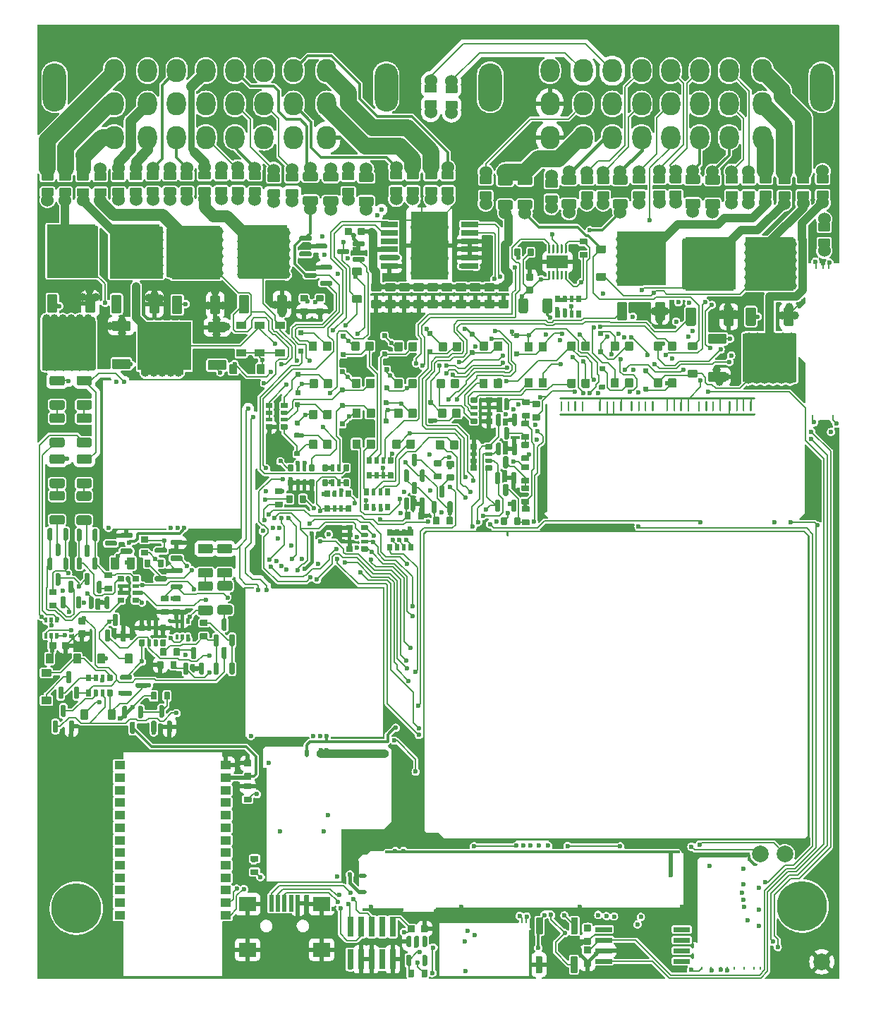
<source format=gtl>
G04 #@! TF.GenerationSoftware,KiCad,Pcbnew,(6.0.1)*
G04 #@! TF.CreationDate,2022-08-21T23:27:26+03:00*
G04 #@! TF.ProjectId,alphax_4ch,616c7068-6178-45f3-9463-682e6b696361,a*
G04 #@! TF.SameCoordinates,PX141f5e0PYa2cace0*
G04 #@! TF.FileFunction,Copper,L1,Top*
G04 #@! TF.FilePolarity,Positive*
%FSLAX46Y46*%
G04 Gerber Fmt 4.6, Leading zero omitted, Abs format (unit mm)*
G04 Created by KiCad (PCBNEW (6.0.1)) date 2022-08-21 23:27:26*
%MOMM*%
%LPD*%
G01*
G04 APERTURE LIST*
G04 #@! TA.AperFunction,SMDPad,CuDef*
%ADD10O,0.250000X10.200000*%
G04 #@! TD*
G04 #@! TA.AperFunction,SMDPad,CuDef*
%ADD11O,5.800001X0.250000*%
G04 #@! TD*
G04 #@! TA.AperFunction,SMDPad,CuDef*
%ADD12O,0.200000X0.399999*%
G04 #@! TD*
G04 #@! TA.AperFunction,ComponentPad*
%ADD13C,0.599999*%
G04 #@! TD*
G04 #@! TA.AperFunction,ComponentPad*
%ADD14C,1.524000*%
G04 #@! TD*
G04 #@! TA.AperFunction,ComponentPad*
%ADD15C,6.000000*%
G04 #@! TD*
G04 #@! TA.AperFunction,SMDPad,CuDef*
%ADD16C,2.000000*%
G04 #@! TD*
G04 #@! TA.AperFunction,SMDPad,CuDef*
%ADD17R,5.800000X6.400000*%
G04 #@! TD*
G04 #@! TA.AperFunction,ComponentPad*
%ADD18O,2.800000X5.800000*%
G04 #@! TD*
G04 #@! TA.AperFunction,ComponentPad*
%ADD19O,2.300000X2.800000*%
G04 #@! TD*
G04 #@! TA.AperFunction,SMDPad,CuDef*
%ADD20R,0.500000X2.000000*%
G04 #@! TD*
G04 #@! TA.AperFunction,SMDPad,CuDef*
%ADD21R,2.000000X1.700000*%
G04 #@! TD*
G04 #@! TA.AperFunction,SMDPad,CuDef*
%ADD22R,6.400000X5.800000*%
G04 #@! TD*
G04 #@! TA.AperFunction,SMDPad,CuDef*
%ADD23R,2.000000X0.650000*%
G04 #@! TD*
G04 #@! TA.AperFunction,SMDPad,CuDef*
%ADD24R,4.500000X8.100000*%
G04 #@! TD*
G04 #@! TA.AperFunction,SMDPad,CuDef*
%ADD25O,0.250000X0.499999*%
G04 #@! TD*
G04 #@! TA.AperFunction,SMDPad,CuDef*
%ADD26O,0.200000X5.669999*%
G04 #@! TD*
G04 #@! TA.AperFunction,SMDPad,CuDef*
%ADD27O,11.100001X0.200000*%
G04 #@! TD*
G04 #@! TA.AperFunction,SMDPad,CuDef*
%ADD28O,0.499999X0.250000*%
G04 #@! TD*
G04 #@! TA.AperFunction,SMDPad,CuDef*
%ADD29O,0.200000X6.799999*%
G04 #@! TD*
G04 #@! TA.AperFunction,SMDPad,CuDef*
%ADD30O,9.800001X0.399999*%
G04 #@! TD*
G04 #@! TA.AperFunction,SMDPad,CuDef*
%ADD31O,0.499999X1.000001*%
G04 #@! TD*
G04 #@! TA.AperFunction,SMDPad,CuDef*
%ADD32O,8.744829X1.000001*%
G04 #@! TD*
G04 #@! TA.AperFunction,SMDPad,CuDef*
%ADD33O,0.399999X9.000000*%
G04 #@! TD*
G04 #@! TA.AperFunction,SMDPad,CuDef*
%ADD34O,5.399999X0.399999*%
G04 #@! TD*
G04 #@! TA.AperFunction,SMDPad,CuDef*
%ADD35O,0.200000X6.500000*%
G04 #@! TD*
G04 #@! TA.AperFunction,SMDPad,CuDef*
%ADD36O,0.200000X13.800000*%
G04 #@! TD*
G04 #@! TA.AperFunction,SMDPad,CuDef*
%ADD37O,0.499999X0.200000*%
G04 #@! TD*
G04 #@! TA.AperFunction,SMDPad,CuDef*
%ADD38O,9.199999X0.200000*%
G04 #@! TD*
G04 #@! TA.AperFunction,SMDPad,CuDef*
%ADD39R,0.250000X18.200000*%
G04 #@! TD*
G04 #@! TA.AperFunction,SMDPad,CuDef*
%ADD40R,6.500000X0.250000*%
G04 #@! TD*
G04 #@! TA.AperFunction,SMDPad,CuDef*
%ADD41R,6.450000X0.250000*%
G04 #@! TD*
G04 #@! TA.AperFunction,SMDPad,CuDef*
%ADD42R,1.250000X0.250000*%
G04 #@! TD*
G04 #@! TA.AperFunction,SMDPad,CuDef*
%ADD43R,13.650000X0.250000*%
G04 #@! TD*
G04 #@! TA.AperFunction,SMDPad,CuDef*
%ADD44R,0.350000X0.250000*%
G04 #@! TD*
G04 #@! TA.AperFunction,ComponentPad*
%ADD45C,0.600000*%
G04 #@! TD*
G04 #@! TA.AperFunction,SMDPad,CuDef*
%ADD46R,2.600000X1.500000*%
G04 #@! TD*
G04 #@! TA.AperFunction,SMDPad,CuDef*
%ADD47R,1.300000X1.000000*%
G04 #@! TD*
G04 #@! TA.AperFunction,SMDPad,CuDef*
%ADD48O,5.000000X0.399999*%
G04 #@! TD*
G04 #@! TA.AperFunction,SMDPad,CuDef*
%ADD49O,0.399999X7.200001*%
G04 #@! TD*
G04 #@! TA.AperFunction,SMDPad,CuDef*
%ADD50O,30.000001X0.399999*%
G04 #@! TD*
G04 #@! TA.AperFunction,SMDPad,CuDef*
%ADD51O,1.000001X0.499999*%
G04 #@! TD*
G04 #@! TA.AperFunction,SMDPad,CuDef*
%ADD52O,0.200000X3.099999*%
G04 #@! TD*
G04 #@! TA.AperFunction,SMDPad,CuDef*
%ADD53O,0.499999X2.999999*%
G04 #@! TD*
G04 #@! TA.AperFunction,SMDPad,CuDef*
%ADD54O,35.400000X0.399999*%
G04 #@! TD*
G04 #@! TA.AperFunction,SMDPad,CuDef*
%ADD55R,0.740000X2.400000*%
G04 #@! TD*
G04 #@! TA.AperFunction,ViaPad*
%ADD56C,0.600000*%
G04 #@! TD*
G04 #@! TA.AperFunction,ViaPad*
%ADD57C,1.000000*%
G04 #@! TD*
G04 #@! TA.AperFunction,ViaPad*
%ADD58C,1.500000*%
G04 #@! TD*
G04 #@! TA.AperFunction,Conductor*
%ADD59C,0.200000*%
G04 #@! TD*
G04 #@! TA.AperFunction,Conductor*
%ADD60C,0.400000*%
G04 #@! TD*
G04 #@! TA.AperFunction,Conductor*
%ADD61C,1.000000*%
G04 #@! TD*
G04 #@! TA.AperFunction,Conductor*
%ADD62C,0.600000*%
G04 #@! TD*
G04 #@! TA.AperFunction,Conductor*
%ADD63C,0.500000*%
G04 #@! TD*
G04 #@! TA.AperFunction,Conductor*
%ADD64C,0.300000*%
G04 #@! TD*
G04 #@! TA.AperFunction,Conductor*
%ADD65C,0.203200*%
G04 #@! TD*
G04 #@! TA.AperFunction,Conductor*
%ADD66C,2.000000*%
G04 #@! TD*
G04 #@! TA.AperFunction,Conductor*
%ADD67C,1.400000*%
G04 #@! TD*
G04 #@! TA.AperFunction,Conductor*
%ADD68C,1.300000*%
G04 #@! TD*
G04 #@! TA.AperFunction,Conductor*
%ADD69C,1.800000*%
G04 #@! TD*
G04 #@! TA.AperFunction,Conductor*
%ADD70C,0.800000*%
G04 #@! TD*
G04 #@! TA.AperFunction,Conductor*
%ADD71C,1.200000*%
G04 #@! TD*
G04 APERTURE END LIST*
D10*
G04 #@! TO.P,M4,G,GND*
G04 #@! TO.N,GND*
X79279889Y9500001D03*
D11*
X82392389Y14749996D03*
G04 #@! TA.AperFunction,SMDPad,CuDef*
G36*
G01*
X79200084Y14370187D02*
X79200084Y14370187D01*
G75*
G02*
X79200084Y14546963I88388J88388D01*
G01*
X79482926Y14829805D01*
G75*
G02*
X79659702Y14829805I88388J-88388D01*
G01*
X79659702Y14829805D01*
G75*
G02*
X79659702Y14653029I-88388J-88388D01*
G01*
X79376860Y14370187D01*
G75*
G02*
X79200084Y14370187I-88388J88388D01*
G01*
G37*
G04 #@! TD.AperFunction*
D12*
G04 #@! TO.P,M4,S1,OUT_IGN8*
G04 #@! TO.N,unconnected-(M4-PadS1)*
X86904837Y1375379D03*
G04 #@! TO.P,M4,S2,OUT_IGN7*
G04 #@! TO.N,unconnected-(M4-PadS2)*
X86144858Y1375379D03*
G04 #@! TO.P,M4,S3,OUT_IGN6*
G04 #@! TO.N,unconnected-(M4-PadS3)*
X84969865Y1375379D03*
G04 #@! TO.P,M4,S4,OUT_IGN5*
G04 #@! TO.N,unconnected-(M4-PadS4)*
X83794878Y1375379D03*
G04 #@! TO.P,M4,S5,OUT_IGN4*
G04 #@! TO.N,/OUT_IGN4*
X82954966Y1375379D03*
G04 #@! TO.P,M4,S6,OUT_IGN3*
G04 #@! TO.N,/OUT_IGN3*
X82204894Y1375379D03*
G04 #@! TO.P,M4,S7,OUT_IGN2*
G04 #@! TO.N,/OUT_IGN2*
X81029883Y1375379D03*
G04 #@! TO.P,M4,S8,OUT_IGN1*
G04 #@! TO.N,/OUT_IGN1*
X79854886Y1375379D03*
D13*
G04 #@! TO.P,M4,V1,IGN8*
G04 #@! TO.N,GND*
X84894889Y11474986D03*
G04 #@! TO.P,M4,V2,IGN7*
X86729899Y11049978D03*
G04 #@! TO.P,M4,V3,IGN6*
X84679891Y10499981D03*
G04 #@! TO.P,M4,V4,IGN5*
X84894886Y9625022D03*
G04 #@! TO.P,M4,V5,IGN4*
G04 #@! TO.N,/IGN4*
X84969893Y8774999D03*
G04 #@! TO.P,M4,V6,IGN3*
G04 #@! TO.N,/IGN3*
X86729899Y8449983D03*
G04 #@! TO.P,M4,V7,IGN2*
G04 #@! TO.N,/IGN2*
X85419899Y7150016D03*
G04 #@! TO.P,M4,V8,IGN1*
G04 #@! TO.N,/IGN1*
X86729899Y6499999D03*
G04 #@! TO.P,M4,V9,VCC*
G04 #@! TO.N,+5V_IGN*
X80804884Y13675002D03*
G04 #@! TO.P,M4,V10,V33*
G04 #@! TO.N,+3V3_IGN*
X84879890Y13375000D03*
G04 #@! TD*
G04 #@! TO.P,D53,1,K*
G04 #@! TO.N,+12V_RAW*
G04 #@! TA.AperFunction,SMDPad,CuDef*
G36*
G01*
X25110000Y74805000D02*
X24090000Y74805000D01*
G75*
G02*
X24000000Y74895000I0J90000D01*
G01*
X24000000Y75615000D01*
G75*
G02*
X24090000Y75705000I90000J0D01*
G01*
X25110000Y75705000D01*
G75*
G02*
X25200000Y75615000I0J-90000D01*
G01*
X25200000Y74895000D01*
G75*
G02*
X25110000Y74805000I-90000J0D01*
G01*
G37*
G04 #@! TD.AperFunction*
G04 #@! TO.P,D53,2,A*
G04 #@! TO.N,/OUT_VVT1*
G04 #@! TA.AperFunction,SMDPad,CuDef*
G36*
G01*
X25110000Y78105000D02*
X24090000Y78105000D01*
G75*
G02*
X24000000Y78195000I0J90000D01*
G01*
X24000000Y78915000D01*
G75*
G02*
X24090000Y79005000I90000J0D01*
G01*
X25110000Y79005000D01*
G75*
G02*
X25200000Y78915000I0J-90000D01*
G01*
X25200000Y78195000D01*
G75*
G02*
X25110000Y78105000I-90000J0D01*
G01*
G37*
G04 #@! TD.AperFunction*
G04 #@! TD*
G04 #@! TO.P,R8,1,1*
G04 #@! TO.N,/CAN-*
G04 #@! TA.AperFunction,SMDPad,CuDef*
G36*
G01*
X77375000Y93699999D02*
X76125000Y93699999D01*
G75*
G02*
X76025000Y93799999I0J100000D01*
G01*
X76025000Y94599999D01*
G75*
G02*
X76125000Y94699999I100000J0D01*
G01*
X77375000Y94699999D01*
G75*
G02*
X77475000Y94599999I0J-100000D01*
G01*
X77475000Y93799999D01*
G75*
G02*
X77375000Y93699999I-100000J0D01*
G01*
G37*
G04 #@! TD.AperFunction*
D14*
X76750000Y93245000D03*
G04 #@! TO.P,R8,2,2*
G04 #@! TO.N,/C6*
G04 #@! TA.AperFunction,SMDPad,CuDef*
G36*
G01*
X77375000Y95600021D02*
X76125000Y95600021D01*
G75*
G02*
X76025000Y95700021I0J100000D01*
G01*
X76025000Y96500021D01*
G75*
G02*
X76125000Y96600021I100000J0D01*
G01*
X77375000Y96600021D01*
G75*
G02*
X77475000Y96500021I0J-100000D01*
G01*
X77475000Y95700021D01*
G75*
G02*
X77375000Y95600021I-100000J0D01*
G01*
G37*
G04 #@! TD.AperFunction*
X76750000Y97055000D03*
G04 #@! TD*
G04 #@! TO.P,C18,1*
G04 #@! TO.N,GND*
G04 #@! TA.AperFunction,SMDPad,CuDef*
G36*
G01*
X66490000Y4224999D02*
X65810000Y4224999D01*
G75*
G02*
X65725000Y4309999I0J85000D01*
G01*
X65725000Y4989999D01*
G75*
G02*
X65810000Y5074999I85000J0D01*
G01*
X66490000Y5074999D01*
G75*
G02*
X66575000Y4989999I0J-85000D01*
G01*
X66575000Y4309999D01*
G75*
G02*
X66490000Y4224999I-85000J0D01*
G01*
G37*
G04 #@! TD.AperFunction*
G04 #@! TO.P,C18,2*
G04 #@! TO.N,+3V3*
G04 #@! TA.AperFunction,SMDPad,CuDef*
G36*
G01*
X66490000Y5805001D02*
X65810000Y5805001D01*
G75*
G02*
X65725000Y5890001I0J85000D01*
G01*
X65725000Y6570001D01*
G75*
G02*
X65810000Y6655001I85000J0D01*
G01*
X66490000Y6655001D01*
G75*
G02*
X66575000Y6570001I0J-85000D01*
G01*
X66575000Y5890001D01*
G75*
G02*
X66490000Y5805001I-85000J0D01*
G01*
G37*
G04 #@! TD.AperFunction*
G04 #@! TD*
G04 #@! TO.P,R29,1*
G04 #@! TO.N,Net-(Q20-Pad2)*
G04 #@! TA.AperFunction,SMDPad,CuDef*
G36*
G01*
X12610000Y53200010D02*
X13390000Y53200010D01*
G75*
G02*
X13460000Y53130010I0J-70000D01*
G01*
X13460000Y52570010D01*
G75*
G02*
X13390000Y52500010I-70000J0D01*
G01*
X12610000Y52500010D01*
G75*
G02*
X12540000Y52570010I0J70000D01*
G01*
X12540000Y53130010D01*
G75*
G02*
X12610000Y53200010I70000J0D01*
G01*
G37*
G04 #@! TD.AperFunction*
G04 #@! TO.P,R29,2*
G04 #@! TO.N,+5VAS*
G04 #@! TA.AperFunction,SMDPad,CuDef*
G36*
G01*
X12610000Y51600010D02*
X13390000Y51600010D01*
G75*
G02*
X13460000Y51530010I0J-70000D01*
G01*
X13460000Y50970010D01*
G75*
G02*
X13390000Y50900010I-70000J0D01*
G01*
X12610000Y50900010D01*
G75*
G02*
X12540000Y50970010I0J70000D01*
G01*
X12540000Y51530010D01*
G75*
G02*
X12610000Y51600010I70000J0D01*
G01*
G37*
G04 #@! TD.AperFunction*
G04 #@! TD*
G04 #@! TO.P,R90,1*
G04 #@! TO.N,+3V3*
G04 #@! TA.AperFunction,SMDPad,CuDef*
G36*
G01*
X25810000Y14900000D02*
X26590000Y14900000D01*
G75*
G02*
X26660000Y14830000I0J-70000D01*
G01*
X26660000Y14270000D01*
G75*
G02*
X26590000Y14200000I-70000J0D01*
G01*
X25810000Y14200000D01*
G75*
G02*
X25740000Y14270000I0J70000D01*
G01*
X25740000Y14830000D01*
G75*
G02*
X25810000Y14900000I70000J0D01*
G01*
G37*
G04 #@! TD.AperFunction*
G04 #@! TO.P,R90,2*
G04 #@! TO.N,/ETB_DIS*
G04 #@! TA.AperFunction,SMDPad,CuDef*
G36*
G01*
X25810000Y13300000D02*
X26590000Y13300000D01*
G75*
G02*
X26660000Y13230000I0J-70000D01*
G01*
X26660000Y12670000D01*
G75*
G02*
X26590000Y12600000I-70000J0D01*
G01*
X25810000Y12600000D01*
G75*
G02*
X25740000Y12670000I0J70000D01*
G01*
X25740000Y13230000D01*
G75*
G02*
X25810000Y13300000I70000J0D01*
G01*
G37*
G04 #@! TD.AperFunction*
G04 #@! TD*
G04 #@! TO.P,R2,1*
G04 #@! TO.N,+12V*
G04 #@! TA.AperFunction,SMDPad,CuDef*
G36*
G01*
X34600000Y56215000D02*
X34600000Y56885000D01*
G75*
G02*
X34665000Y56950000I65000J0D01*
G01*
X35185000Y56950000D01*
G75*
G02*
X35250000Y56885000I0J-65000D01*
G01*
X35250000Y56215000D01*
G75*
G02*
X35185000Y56150000I-65000J0D01*
G01*
X34665000Y56150000D01*
G75*
G02*
X34600000Y56215000I0J65000D01*
G01*
G37*
G04 #@! TD.AperFunction*
G04 #@! TO.P,R2,2*
G04 #@! TA.AperFunction,SMDPad,CuDef*
G36*
G01*
X35575000Y56195000D02*
X35575000Y56905000D01*
G75*
G02*
X35620000Y56950000I45000J0D01*
G01*
X35980000Y56950000D01*
G75*
G02*
X36025000Y56905000I0J-45000D01*
G01*
X36025000Y56195000D01*
G75*
G02*
X35980000Y56150000I-45000J0D01*
G01*
X35620000Y56150000D01*
G75*
G02*
X35575000Y56195000I0J45000D01*
G01*
G37*
G04 #@! TD.AperFunction*
G04 #@! TO.P,R2,3*
G04 #@! TA.AperFunction,SMDPad,CuDef*
G36*
G01*
X36375000Y56195000D02*
X36375000Y56905000D01*
G75*
G02*
X36420000Y56950000I45000J0D01*
G01*
X36780000Y56950000D01*
G75*
G02*
X36825000Y56905000I0J-45000D01*
G01*
X36825000Y56195000D01*
G75*
G02*
X36780000Y56150000I-45000J0D01*
G01*
X36420000Y56150000D01*
G75*
G02*
X36375000Y56195000I0J45000D01*
G01*
G37*
G04 #@! TD.AperFunction*
G04 #@! TO.P,R2,4*
G04 #@! TA.AperFunction,SMDPad,CuDef*
G36*
G01*
X37150000Y56215000D02*
X37150000Y56885000D01*
G75*
G02*
X37215000Y56950000I65000J0D01*
G01*
X37735000Y56950000D01*
G75*
G02*
X37800000Y56885000I0J-65000D01*
G01*
X37800000Y56215000D01*
G75*
G02*
X37735000Y56150000I-65000J0D01*
G01*
X37215000Y56150000D01*
G75*
G02*
X37150000Y56215000I0J65000D01*
G01*
G37*
G04 #@! TD.AperFunction*
G04 #@! TO.P,R2,5*
G04 #@! TO.N,Net-(D3-Pad1)*
G04 #@! TA.AperFunction,SMDPad,CuDef*
G36*
G01*
X37150000Y58015000D02*
X37150000Y58685000D01*
G75*
G02*
X37215000Y58750000I65000J0D01*
G01*
X37735000Y58750000D01*
G75*
G02*
X37800000Y58685000I0J-65000D01*
G01*
X37800000Y58015000D01*
G75*
G02*
X37735000Y57950000I-65000J0D01*
G01*
X37215000Y57950000D01*
G75*
G02*
X37150000Y58015000I0J65000D01*
G01*
G37*
G04 #@! TD.AperFunction*
G04 #@! TO.P,R2,6*
G04 #@! TO.N,Net-(D2-Pad1)*
G04 #@! TA.AperFunction,SMDPad,CuDef*
G36*
G01*
X36375000Y57995000D02*
X36375000Y58705000D01*
G75*
G02*
X36420000Y58750000I45000J0D01*
G01*
X36780000Y58750000D01*
G75*
G02*
X36825000Y58705000I0J-45000D01*
G01*
X36825000Y57995000D01*
G75*
G02*
X36780000Y57950000I-45000J0D01*
G01*
X36420000Y57950000D01*
G75*
G02*
X36375000Y57995000I0J45000D01*
G01*
G37*
G04 #@! TD.AperFunction*
G04 #@! TO.P,R2,7*
G04 #@! TO.N,Net-(D14-Pad1)*
G04 #@! TA.AperFunction,SMDPad,CuDef*
G36*
G01*
X35575000Y57995000D02*
X35575000Y58705000D01*
G75*
G02*
X35620000Y58750000I45000J0D01*
G01*
X35980000Y58750000D01*
G75*
G02*
X36025000Y58705000I0J-45000D01*
G01*
X36025000Y57995000D01*
G75*
G02*
X35980000Y57950000I-45000J0D01*
G01*
X35620000Y57950000D01*
G75*
G02*
X35575000Y57995000I0J45000D01*
G01*
G37*
G04 #@! TD.AperFunction*
G04 #@! TO.P,R2,8*
G04 #@! TO.N,Net-(D13-Pad1)*
G04 #@! TA.AperFunction,SMDPad,CuDef*
G36*
G01*
X34600000Y58015000D02*
X34600000Y58685000D01*
G75*
G02*
X34665000Y58750000I65000J0D01*
G01*
X35185000Y58750000D01*
G75*
G02*
X35250000Y58685000I0J-65000D01*
G01*
X35250000Y58015000D01*
G75*
G02*
X35185000Y57950000I-65000J0D01*
G01*
X34665000Y57950000D01*
G75*
G02*
X34600000Y58015000I0J65000D01*
G01*
G37*
G04 #@! TD.AperFunction*
G04 #@! TD*
G04 #@! TO.P,D36,1,A*
G04 #@! TO.N,Net-(D36-Pad1)*
G04 #@! TA.AperFunction,SMDPad,CuDef*
G36*
G01*
X50649999Y64649998D02*
X50649999Y63749998D01*
G75*
G02*
X50549999Y63649998I-100000J0D01*
G01*
X49749999Y63649998D01*
G75*
G02*
X49649999Y63749998I0J100000D01*
G01*
X49649999Y64649998D01*
G75*
G02*
X49749999Y64749998I100000J0D01*
G01*
X50549999Y64749998D01*
G75*
G02*
X50649999Y64649998I0J-100000D01*
G01*
G37*
G04 #@! TD.AperFunction*
G04 #@! TO.P,D36,2,K*
G04 #@! TO.N,/HALL3*
G04 #@! TA.AperFunction,SMDPad,CuDef*
G36*
G01*
X48949999Y64649998D02*
X48949999Y63749998D01*
G75*
G02*
X48849999Y63649998I-100000J0D01*
G01*
X48049999Y63649998D01*
G75*
G02*
X47949999Y63749998I0J100000D01*
G01*
X47949999Y64649998D01*
G75*
G02*
X48049999Y64749998I100000J0D01*
G01*
X48849999Y64749998D01*
G75*
G02*
X48949999Y64649998I0J-100000D01*
G01*
G37*
G04 #@! TD.AperFunction*
G04 #@! TD*
G04 #@! TO.P,R4,1*
G04 #@! TO.N,GND*
G04 #@! TA.AperFunction,SMDPad,CuDef*
G36*
G01*
X54685000Y66700000D02*
X54015000Y66700000D01*
G75*
G02*
X53950000Y66765000I0J65000D01*
G01*
X53950000Y67285000D01*
G75*
G02*
X54015000Y67350000I65000J0D01*
G01*
X54685000Y67350000D01*
G75*
G02*
X54750000Y67285000I0J-65000D01*
G01*
X54750000Y66765000D01*
G75*
G02*
X54685000Y66700000I-65000J0D01*
G01*
G37*
G04 #@! TD.AperFunction*
G04 #@! TO.P,R4,2*
G04 #@! TA.AperFunction,SMDPad,CuDef*
G36*
G01*
X54705000Y67675000D02*
X53995000Y67675000D01*
G75*
G02*
X53950000Y67720000I0J45000D01*
G01*
X53950000Y68080000D01*
G75*
G02*
X53995000Y68125000I45000J0D01*
G01*
X54705000Y68125000D01*
G75*
G02*
X54750000Y68080000I0J-45000D01*
G01*
X54750000Y67720000D01*
G75*
G02*
X54705000Y67675000I-45000J0D01*
G01*
G37*
G04 #@! TD.AperFunction*
G04 #@! TO.P,R4,3*
G04 #@! TA.AperFunction,SMDPad,CuDef*
G36*
G01*
X54705000Y68475000D02*
X53995000Y68475000D01*
G75*
G02*
X53950000Y68520000I0J45000D01*
G01*
X53950000Y68880000D01*
G75*
G02*
X53995000Y68925000I45000J0D01*
G01*
X54705000Y68925000D01*
G75*
G02*
X54750000Y68880000I0J-45000D01*
G01*
X54750000Y68520000D01*
G75*
G02*
X54705000Y68475000I-45000J0D01*
G01*
G37*
G04 #@! TD.AperFunction*
G04 #@! TO.P,R4,4*
G04 #@! TA.AperFunction,SMDPad,CuDef*
G36*
G01*
X54685000Y69250000D02*
X54015000Y69250000D01*
G75*
G02*
X53950000Y69315000I0J65000D01*
G01*
X53950000Y69835000D01*
G75*
G02*
X54015000Y69900000I65000J0D01*
G01*
X54685000Y69900000D01*
G75*
G02*
X54750000Y69835000I0J-65000D01*
G01*
X54750000Y69315000D01*
G75*
G02*
X54685000Y69250000I-65000J0D01*
G01*
G37*
G04 #@! TD.AperFunction*
G04 #@! TO.P,R4,5*
G04 #@! TO.N,Net-(D24-Pad2)*
G04 #@! TA.AperFunction,SMDPad,CuDef*
G36*
G01*
X52885000Y69250000D02*
X52215000Y69250000D01*
G75*
G02*
X52150000Y69315000I0J65000D01*
G01*
X52150000Y69835000D01*
G75*
G02*
X52215000Y69900000I65000J0D01*
G01*
X52885000Y69900000D01*
G75*
G02*
X52950000Y69835000I0J-65000D01*
G01*
X52950000Y69315000D01*
G75*
G02*
X52885000Y69250000I-65000J0D01*
G01*
G37*
G04 #@! TD.AperFunction*
G04 #@! TO.P,R4,6*
G04 #@! TO.N,Net-(D23-Pad2)*
G04 #@! TA.AperFunction,SMDPad,CuDef*
G36*
G01*
X52905000Y68475000D02*
X52195000Y68475000D01*
G75*
G02*
X52150000Y68520000I0J45000D01*
G01*
X52150000Y68880000D01*
G75*
G02*
X52195000Y68925000I45000J0D01*
G01*
X52905000Y68925000D01*
G75*
G02*
X52950000Y68880000I0J-45000D01*
G01*
X52950000Y68520000D01*
G75*
G02*
X52905000Y68475000I-45000J0D01*
G01*
G37*
G04 #@! TD.AperFunction*
G04 #@! TO.P,R4,7*
G04 #@! TO.N,Net-(D19-Pad2)*
G04 #@! TA.AperFunction,SMDPad,CuDef*
G36*
G01*
X52905000Y67675000D02*
X52195000Y67675000D01*
G75*
G02*
X52150000Y67720000I0J45000D01*
G01*
X52150000Y68080000D01*
G75*
G02*
X52195000Y68125000I45000J0D01*
G01*
X52905000Y68125000D01*
G75*
G02*
X52950000Y68080000I0J-45000D01*
G01*
X52950000Y67720000D01*
G75*
G02*
X52905000Y67675000I-45000J0D01*
G01*
G37*
G04 #@! TD.AperFunction*
G04 #@! TO.P,R4,8*
G04 #@! TO.N,Net-(D18-Pad2)*
G04 #@! TA.AperFunction,SMDPad,CuDef*
G36*
G01*
X52885000Y66700000D02*
X52215000Y66700000D01*
G75*
G02*
X52150000Y66765000I0J65000D01*
G01*
X52150000Y67285000D01*
G75*
G02*
X52215000Y67350000I65000J0D01*
G01*
X52885000Y67350000D01*
G75*
G02*
X52950000Y67285000I0J-65000D01*
G01*
X52950000Y66765000D01*
G75*
G02*
X52885000Y66700000I-65000J0D01*
G01*
G37*
G04 #@! TD.AperFunction*
G04 #@! TD*
G04 #@! TO.P,D30,1,K*
G04 #@! TO.N,Net-(D11-Pad1)*
G04 #@! TA.AperFunction,SMDPad,CuDef*
G36*
G01*
X67450000Y75111499D02*
X67450000Y75591499D01*
G75*
G02*
X67510000Y75651499I60000J0D01*
G01*
X67990000Y75651499D01*
G75*
G02*
X68050000Y75591499I0J-60000D01*
G01*
X68050000Y75111499D01*
G75*
G02*
X67990000Y75051499I-60000J0D01*
G01*
X67510000Y75051499D01*
G75*
G02*
X67450000Y75111499I0J60000D01*
G01*
G37*
G04 #@! TD.AperFunction*
G04 #@! TO.P,D30,2,A*
G04 #@! TO.N,/IN_CAM_HALL*
G04 #@! TA.AperFunction,SMDPad,CuDef*
G36*
G01*
X67450000Y77311499D02*
X67450000Y77791499D01*
G75*
G02*
X67510000Y77851499I60000J0D01*
G01*
X67990000Y77851499D01*
G75*
G02*
X68050000Y77791499I0J-60000D01*
G01*
X68050000Y77311499D01*
G75*
G02*
X67990000Y77251499I-60000J0D01*
G01*
X67510000Y77251499D01*
G75*
G02*
X67450000Y77311499I0J60000D01*
G01*
G37*
G04 #@! TD.AperFunction*
G04 #@! TD*
G04 #@! TO.P,C3,1*
G04 #@! TO.N,GND*
G04 #@! TA.AperFunction,SMDPad,CuDef*
G36*
G01*
X25060000Y26435001D02*
X25740000Y26435001D01*
G75*
G02*
X25825000Y26350001I0J-85000D01*
G01*
X25825000Y25670001D01*
G75*
G02*
X25740000Y25585001I-85000J0D01*
G01*
X25060000Y25585001D01*
G75*
G02*
X24975000Y25670001I0J85000D01*
G01*
X24975000Y26350001D01*
G75*
G02*
X25060000Y26435001I85000J0D01*
G01*
G37*
G04 #@! TD.AperFunction*
G04 #@! TO.P,C3,2*
G04 #@! TO.N,/BT_3V3*
G04 #@! TA.AperFunction,SMDPad,CuDef*
G36*
G01*
X25060000Y24854999D02*
X25740000Y24854999D01*
G75*
G02*
X25825000Y24769999I0J-85000D01*
G01*
X25825000Y24089999D01*
G75*
G02*
X25740000Y24004999I-85000J0D01*
G01*
X25060000Y24004999D01*
G75*
G02*
X24975000Y24089999I0J85000D01*
G01*
X24975000Y24769999D01*
G75*
G02*
X25060000Y24854999I85000J0D01*
G01*
G37*
G04 #@! TD.AperFunction*
G04 #@! TD*
G04 #@! TO.P,D46,1,K*
G04 #@! TO.N,Net-(D40-Pad1)*
G04 #@! TA.AperFunction,SMDPad,CuDef*
G36*
G01*
X31650000Y69290000D02*
X31650000Y68810000D01*
G75*
G02*
X31590000Y68750000I-60000J0D01*
G01*
X31110000Y68750000D01*
G75*
G02*
X31050000Y68810000I0J60000D01*
G01*
X31050000Y69290000D01*
G75*
G02*
X31110000Y69350000I60000J0D01*
G01*
X31590000Y69350000D01*
G75*
G02*
X31650000Y69290000I0J-60000D01*
G01*
G37*
G04 #@! TD.AperFunction*
G04 #@! TO.P,D46,2,A*
G04 #@! TO.N,/OUT_VVT2*
G04 #@! TA.AperFunction,SMDPad,CuDef*
G36*
G01*
X31650000Y67090000D02*
X31650000Y66610000D01*
G75*
G02*
X31590000Y66550000I-60000J0D01*
G01*
X31110000Y66550000D01*
G75*
G02*
X31050000Y66610000I0J60000D01*
G01*
X31050000Y67090000D01*
G75*
G02*
X31110000Y67150000I60000J0D01*
G01*
X31590000Y67150000D01*
G75*
G02*
X31650000Y67090000I0J-60000D01*
G01*
G37*
G04 #@! TD.AperFunction*
G04 #@! TD*
G04 #@! TO.P,R87,1*
G04 #@! TO.N,/IN_D3*
G04 #@! TA.AperFunction,SMDPad,CuDef*
G36*
G01*
X58310000Y61850000D02*
X59090000Y61850000D01*
G75*
G02*
X59160000Y61780000I0J-70000D01*
G01*
X59160000Y61220000D01*
G75*
G02*
X59090000Y61150000I-70000J0D01*
G01*
X58310000Y61150000D01*
G75*
G02*
X58240000Y61220000I0J70000D01*
G01*
X58240000Y61780000D01*
G75*
G02*
X58310000Y61850000I70000J0D01*
G01*
G37*
G04 #@! TD.AperFunction*
G04 #@! TO.P,R87,2*
G04 #@! TO.N,Net-(Q34-Pad2)*
G04 #@! TA.AperFunction,SMDPad,CuDef*
G36*
G01*
X58310000Y60250000D02*
X59090000Y60250000D01*
G75*
G02*
X59160000Y60180000I0J-70000D01*
G01*
X59160000Y59620000D01*
G75*
G02*
X59090000Y59550000I-70000J0D01*
G01*
X58310000Y59550000D01*
G75*
G02*
X58240000Y59620000I0J70000D01*
G01*
X58240000Y60180000D01*
G75*
G02*
X58310000Y60250000I70000J0D01*
G01*
G37*
G04 #@! TD.AperFunction*
G04 #@! TD*
G04 #@! TO.P,R93,1*
G04 #@! TO.N,Net-(Q25-Pad2)*
G04 #@! TA.AperFunction,SMDPad,CuDef*
G36*
G01*
X17200000Y39740000D02*
X17200000Y38960000D01*
G75*
G02*
X17130000Y38890000I-70000J0D01*
G01*
X16570000Y38890000D01*
G75*
G02*
X16500000Y38960000I0J70000D01*
G01*
X16500000Y39740000D01*
G75*
G02*
X16570000Y39810000I70000J0D01*
G01*
X17130000Y39810000D01*
G75*
G02*
X17200000Y39740000I0J-70000D01*
G01*
G37*
G04 #@! TD.AperFunction*
G04 #@! TO.P,R93,2*
G04 #@! TO.N,Net-(Q31-Pad1)*
G04 #@! TA.AperFunction,SMDPad,CuDef*
G36*
G01*
X15600000Y39740000D02*
X15600000Y38960000D01*
G75*
G02*
X15530000Y38890000I-70000J0D01*
G01*
X14970000Y38890000D01*
G75*
G02*
X14900000Y38960000I0J70000D01*
G01*
X14900000Y39740000D01*
G75*
G02*
X14970000Y39810000I70000J0D01*
G01*
X15530000Y39810000D01*
G75*
G02*
X15600000Y39740000I0J-70000D01*
G01*
G37*
G04 #@! TD.AperFunction*
G04 #@! TD*
G04 #@! TO.P,R95,1*
G04 #@! TO.N,/IN_PPS2*
G04 #@! TA.AperFunction,SMDPad,CuDef*
G36*
G01*
X33660000Y82150000D02*
X34440000Y82150000D01*
G75*
G02*
X34510000Y82080000I0J-70000D01*
G01*
X34510000Y81520000D01*
G75*
G02*
X34440000Y81450000I-70000J0D01*
G01*
X33660000Y81450000D01*
G75*
G02*
X33590000Y81520000I0J70000D01*
G01*
X33590000Y82080000D01*
G75*
G02*
X33660000Y82150000I70000J0D01*
G01*
G37*
G04 #@! TD.AperFunction*
G04 #@! TO.P,R95,2*
G04 #@! TO.N,GND*
G04 #@! TA.AperFunction,SMDPad,CuDef*
G36*
G01*
X33660000Y80550000D02*
X34440000Y80550000D01*
G75*
G02*
X34510000Y80480000I0J-70000D01*
G01*
X34510000Y79920000D01*
G75*
G02*
X34440000Y79850000I-70000J0D01*
G01*
X33660000Y79850000D01*
G75*
G02*
X33590000Y79920000I0J70000D01*
G01*
X33590000Y80480000D01*
G75*
G02*
X33660000Y80550000I70000J0D01*
G01*
G37*
G04 #@! TD.AperFunction*
G04 #@! TD*
D15*
G04 #@! TO.P,J8,1,Pin_1*
G04 #@! TO.N,unconnected-(J8-Pad1)*
X4803000Y8619000D03*
G04 #@! TD*
G04 #@! TO.P,D34,1,A*
G04 #@! TO.N,Net-(D34-Pad1)*
G04 #@! TA.AperFunction,SMDPad,CuDef*
G36*
G01*
X40649999Y64749998D02*
X40649999Y63849998D01*
G75*
G02*
X40549999Y63749998I-100000J0D01*
G01*
X39749999Y63749998D01*
G75*
G02*
X39649999Y63849998I0J100000D01*
G01*
X39649999Y64749998D01*
G75*
G02*
X39749999Y64849998I100000J0D01*
G01*
X40549999Y64849998D01*
G75*
G02*
X40649999Y64749998I0J-100000D01*
G01*
G37*
G04 #@! TD.AperFunction*
G04 #@! TO.P,D34,2,K*
G04 #@! TO.N,/HALL1*
G04 #@! TA.AperFunction,SMDPad,CuDef*
G36*
G01*
X38949999Y64749998D02*
X38949999Y63849998D01*
G75*
G02*
X38849999Y63749998I-100000J0D01*
G01*
X38049999Y63749998D01*
G75*
G02*
X37949999Y63849998I0J100000D01*
G01*
X37949999Y64749998D01*
G75*
G02*
X38049999Y64849998I100000J0D01*
G01*
X38849999Y64849998D01*
G75*
G02*
X38949999Y64749998I0J-100000D01*
G01*
G37*
G04 #@! TD.AperFunction*
G04 #@! TD*
D14*
G04 #@! TO.P,R59,1,1*
G04 #@! TO.N,/E8*
X45200000Y97505000D03*
G04 #@! TA.AperFunction,SMDPad,CuDef*
G36*
G01*
X44575000Y97050001D02*
X45825000Y97050001D01*
G75*
G02*
X45925000Y96950001I0J-100000D01*
G01*
X45925000Y96150001D01*
G75*
G02*
X45825000Y96050001I-100000J0D01*
G01*
X44575000Y96050001D01*
G75*
G02*
X44475000Y96150001I0J100000D01*
G01*
X44475000Y96950001D01*
G75*
G02*
X44575000Y97050001I100000J0D01*
G01*
G37*
G04 #@! TD.AperFunction*
G04 #@! TO.P,R59,2,2*
G04 #@! TO.N,/OUT_ETB-*
X45200000Y93695000D03*
G04 #@! TA.AperFunction,SMDPad,CuDef*
G36*
G01*
X44575000Y95149979D02*
X45825000Y95149979D01*
G75*
G02*
X45925000Y95049979I0J-100000D01*
G01*
X45925000Y94249979D01*
G75*
G02*
X45825000Y94149979I-100000J0D01*
G01*
X44575000Y94149979D01*
G75*
G02*
X44475000Y94249979I0J100000D01*
G01*
X44475000Y95049979D01*
G75*
G02*
X44575000Y95149979I100000J0D01*
G01*
G37*
G04 #@! TD.AperFunction*
G04 #@! TD*
G04 #@! TO.P,R9,1,1*
G04 #@! TO.N,/CAN+*
X74800000Y93245000D03*
G04 #@! TA.AperFunction,SMDPad,CuDef*
G36*
G01*
X75425000Y93699999D02*
X74175000Y93699999D01*
G75*
G02*
X74075000Y93799999I0J100000D01*
G01*
X74075000Y94599999D01*
G75*
G02*
X74175000Y94699999I100000J0D01*
G01*
X75425000Y94699999D01*
G75*
G02*
X75525000Y94599999I0J-100000D01*
G01*
X75525000Y93799999D01*
G75*
G02*
X75425000Y93699999I-100000J0D01*
G01*
G37*
G04 #@! TD.AperFunction*
G04 #@! TO.P,R9,2,2*
G04 #@! TO.N,/C5*
X74800000Y97055000D03*
G04 #@! TA.AperFunction,SMDPad,CuDef*
G36*
G01*
X75425000Y95600021D02*
X74175000Y95600021D01*
G75*
G02*
X74075000Y95700021I0J100000D01*
G01*
X74075000Y96500021D01*
G75*
G02*
X74175000Y96600021I100000J0D01*
G01*
X75425000Y96600021D01*
G75*
G02*
X75525000Y96500021I0J-100000D01*
G01*
X75525000Y95700021D01*
G75*
G02*
X75425000Y95600021I-100000J0D01*
G01*
G37*
G04 #@! TD.AperFunction*
G04 #@! TD*
G04 #@! TO.P,R68,1,1*
G04 #@! TO.N,/IN_TPS2*
G04 #@! TA.AperFunction,SMDPad,CuDef*
G36*
G01*
X24825000Y94149999D02*
X23575000Y94149999D01*
G75*
G02*
X23475000Y94249999I0J100000D01*
G01*
X23475000Y95049999D01*
G75*
G02*
X23575000Y95149999I100000J0D01*
G01*
X24825000Y95149999D01*
G75*
G02*
X24925000Y95049999I0J-100000D01*
G01*
X24925000Y94249999D01*
G75*
G02*
X24825000Y94149999I-100000J0D01*
G01*
G37*
G04 #@! TD.AperFunction*
X24200000Y93695000D03*
G04 #@! TO.P,R68,2,2*
G04 #@! TO.N,/D4*
X24200000Y97505000D03*
G04 #@! TA.AperFunction,SMDPad,CuDef*
G36*
G01*
X24825000Y96050021D02*
X23575000Y96050021D01*
G75*
G02*
X23475000Y96150021I0J100000D01*
G01*
X23475000Y96950021D01*
G75*
G02*
X23575000Y97050021I100000J0D01*
G01*
X24825000Y97050021D01*
G75*
G02*
X24925000Y96950021I0J-100000D01*
G01*
X24925000Y96150021D01*
G75*
G02*
X24825000Y96050021I-100000J0D01*
G01*
G37*
G04 #@! TD.AperFunction*
G04 #@! TD*
G04 #@! TO.P,R21,1*
G04 #@! TO.N,Net-(R21-Pad1)*
G04 #@! TA.AperFunction,SMDPad,CuDef*
G36*
G01*
X3400000Y59945000D02*
X3400000Y59255000D01*
G75*
G02*
X3170000Y59025000I-230000J0D01*
G01*
X1830000Y59025000D01*
G75*
G02*
X1600000Y59255000I0J230000D01*
G01*
X1600000Y59945000D01*
G75*
G02*
X1830000Y60175000I230000J0D01*
G01*
X3170000Y60175000D01*
G75*
G02*
X3400000Y59945000I0J-230000D01*
G01*
G37*
G04 #@! TD.AperFunction*
G04 #@! TO.P,R21,2*
G04 #@! TO.N,/IN_CRANK+*
G04 #@! TA.AperFunction,SMDPad,CuDef*
G36*
G01*
X3400000Y62845020D02*
X3400000Y62155020D01*
G75*
G02*
X3170000Y61925020I-230000J0D01*
G01*
X1830000Y61925020D01*
G75*
G02*
X1600000Y62155020I0J230000D01*
G01*
X1600000Y62845020D01*
G75*
G02*
X1830000Y63075020I230000J0D01*
G01*
X3170000Y63075020D01*
G75*
G02*
X3400000Y62845020I0J-230000D01*
G01*
G37*
G04 #@! TD.AperFunction*
G04 #@! TD*
D16*
G04 #@! TO.P,J5,1,Pin_1*
G04 #@! TO.N,/CAN_RX*
X89900000Y15110000D03*
G04 #@! TD*
G04 #@! TO.P,R82,1*
G04 #@! TO.N,Net-(Q36-Pad2)*
G04 #@! TA.AperFunction,SMDPad,CuDef*
G36*
G01*
X58410000Y69650000D02*
X59190000Y69650000D01*
G75*
G02*
X59260000Y69580000I0J-70000D01*
G01*
X59260000Y69020000D01*
G75*
G02*
X59190000Y68950000I-70000J0D01*
G01*
X58410000Y68950000D01*
G75*
G02*
X58340000Y69020000I0J70000D01*
G01*
X58340000Y69580000D01*
G75*
G02*
X58410000Y69650000I70000J0D01*
G01*
G37*
G04 #@! TD.AperFunction*
G04 #@! TO.P,R82,2*
G04 #@! TO.N,+5VAS*
G04 #@! TA.AperFunction,SMDPad,CuDef*
G36*
G01*
X58410000Y68050000D02*
X59190000Y68050000D01*
G75*
G02*
X59260000Y67980000I0J-70000D01*
G01*
X59260000Y67420000D01*
G75*
G02*
X59190000Y67350000I-70000J0D01*
G01*
X58410000Y67350000D01*
G75*
G02*
X58340000Y67420000I0J70000D01*
G01*
X58340000Y67980000D01*
G75*
G02*
X58410000Y68050000I70000J0D01*
G01*
G37*
G04 #@! TD.AperFunction*
G04 #@! TD*
G04 #@! TO.P,D49,1*
G04 #@! TO.N,/OUT_MAIN*
G04 #@! TA.AperFunction,SMDPad,CuDef*
G36*
G01*
X31575000Y88850000D02*
X31575000Y89150000D01*
G75*
G02*
X31725000Y89300000I150000J0D01*
G01*
X32900000Y89300000D01*
G75*
G02*
X33050000Y89150000I0J-150000D01*
G01*
X33050000Y88850000D01*
G75*
G02*
X32900000Y88700000I-150000J0D01*
G01*
X31725000Y88700000D01*
G75*
G02*
X31575000Y88850000I0J150000D01*
G01*
G37*
G04 #@! TD.AperFunction*
G04 #@! TO.P,D49,2*
G04 #@! TO.N,GND*
G04 #@! TA.AperFunction,SMDPad,CuDef*
G36*
G01*
X33450000Y87900000D02*
X33450000Y88200000D01*
G75*
G02*
X33600000Y88350000I150000J0D01*
G01*
X34775000Y88350000D01*
G75*
G02*
X34925000Y88200000I0J-150000D01*
G01*
X34925000Y87900000D01*
G75*
G02*
X34775000Y87750000I-150000J0D01*
G01*
X33600000Y87750000D01*
G75*
G02*
X33450000Y87900000I0J150000D01*
G01*
G37*
G04 #@! TD.AperFunction*
G04 #@! TO.P,D49,3*
G04 #@! TO.N,unconnected-(D49-Pad3)*
G04 #@! TA.AperFunction,SMDPad,CuDef*
G36*
G01*
X31575000Y86950000D02*
X31575000Y87250000D01*
G75*
G02*
X31725000Y87400000I150000J0D01*
G01*
X32900000Y87400000D01*
G75*
G02*
X33050000Y87250000I0J-150000D01*
G01*
X33050000Y86950000D01*
G75*
G02*
X32900000Y86800000I-150000J0D01*
G01*
X31725000Y86800000D01*
G75*
G02*
X31575000Y86950000I0J150000D01*
G01*
G37*
G04 #@! TD.AperFunction*
G04 #@! TD*
D14*
G04 #@! TO.P,F4,1,1*
G04 #@! TO.N,/A3*
X63950000Y97000000D03*
G04 #@! TA.AperFunction,SMDPad,CuDef*
G36*
G01*
X63050000Y95655010D02*
X63050000Y96345010D01*
G75*
G02*
X63280000Y96575010I230000J0D01*
G01*
X64620000Y96575010D01*
G75*
G02*
X64850000Y96345010I0J-230000D01*
G01*
X64850000Y95655010D01*
G75*
G02*
X64620000Y95425010I-230000J0D01*
G01*
X63280000Y95425010D01*
G75*
G02*
X63050000Y95655010I0J230000D01*
G01*
G37*
G04 #@! TD.AperFunction*
G04 #@! TO.P,F4,2,2*
G04 #@! TO.N,/OUT_PUMP_RELAY*
X63950000Y92100000D03*
G04 #@! TA.AperFunction,SMDPad,CuDef*
G36*
G01*
X63050000Y92754990D02*
X63050000Y93444990D01*
G75*
G02*
X63280000Y93674990I230000J0D01*
G01*
X64620000Y93674990D01*
G75*
G02*
X64850000Y93444990I0J-230000D01*
G01*
X64850000Y92754990D01*
G75*
G02*
X64620000Y92524990I-230000J0D01*
G01*
X63280000Y92524990D01*
G75*
G02*
X63050000Y92754990I0J230000D01*
G01*
G37*
G04 #@! TD.AperFunction*
G04 #@! TD*
G04 #@! TO.P,Q13,1,G*
G04 #@! TO.N,Net-(Q12-Pad2)*
G04 #@! TA.AperFunction,SMDPad,CuDef*
G36*
G01*
X47910000Y55975000D02*
X47610000Y55975000D01*
G75*
G02*
X47460000Y56125000I0J150000D01*
G01*
X47460000Y57300000D01*
G75*
G02*
X47610000Y57450000I150000J0D01*
G01*
X47910000Y57450000D01*
G75*
G02*
X48060000Y57300000I0J-150000D01*
G01*
X48060000Y56125000D01*
G75*
G02*
X47910000Y55975000I-150000J0D01*
G01*
G37*
G04 #@! TD.AperFunction*
G04 #@! TO.P,Q13,2,D*
G04 #@! TO.N,Net-(Q13-Pad2)*
G04 #@! TA.AperFunction,SMDPad,CuDef*
G36*
G01*
X48860000Y57850000D02*
X48560000Y57850000D01*
G75*
G02*
X48410000Y58000000I0J150000D01*
G01*
X48410000Y59175000D01*
G75*
G02*
X48560000Y59325000I150000J0D01*
G01*
X48860000Y59325000D01*
G75*
G02*
X49010000Y59175000I0J-150000D01*
G01*
X49010000Y58000000D01*
G75*
G02*
X48860000Y57850000I-150000J0D01*
G01*
G37*
G04 #@! TD.AperFunction*
G04 #@! TO.P,Q13,3,S*
G04 #@! TO.N,+5VAS*
G04 #@! TA.AperFunction,SMDPad,CuDef*
G36*
G01*
X49810000Y55975000D02*
X49510000Y55975000D01*
G75*
G02*
X49360000Y56125000I0J150000D01*
G01*
X49360000Y57300000D01*
G75*
G02*
X49510000Y57450000I150000J0D01*
G01*
X49810000Y57450000D01*
G75*
G02*
X49960000Y57300000I0J-150000D01*
G01*
X49960000Y56125000D01*
G75*
G02*
X49810000Y55975000I-150000J0D01*
G01*
G37*
G04 #@! TD.AperFunction*
G04 #@! TD*
G04 #@! TO.P,R91,1,1*
G04 #@! TO.N,/IN_KNOCK_RAW*
X94580000Y87485000D03*
G04 #@! TA.AperFunction,SMDPad,CuDef*
G36*
G01*
X95205000Y87939999D02*
X93955000Y87939999D01*
G75*
G02*
X93855000Y88039999I0J100000D01*
G01*
X93855000Y88839999D01*
G75*
G02*
X93955000Y88939999I100000J0D01*
G01*
X95205000Y88939999D01*
G75*
G02*
X95305000Y88839999I0J-100000D01*
G01*
X95305000Y88039999D01*
G75*
G02*
X95205000Y87939999I-100000J0D01*
G01*
G37*
G04 #@! TD.AperFunction*
G04 #@! TO.P,R91,2,2*
G04 #@! TO.N,/F3*
G04 #@! TA.AperFunction,SMDPad,CuDef*
G36*
G01*
X95205000Y89840021D02*
X93955000Y89840021D01*
G75*
G02*
X93855000Y89940021I0J100000D01*
G01*
X93855000Y90740021D01*
G75*
G02*
X93955000Y90840021I100000J0D01*
G01*
X95205000Y90840021D01*
G75*
G02*
X95305000Y90740021I0J-100000D01*
G01*
X95305000Y89940021D01*
G75*
G02*
X95205000Y89840021I-100000J0D01*
G01*
G37*
G04 #@! TD.AperFunction*
X94580000Y91295000D03*
G04 #@! TD*
G04 #@! TO.P,M5,E1,GND*
G04 #@! TO.N,GND*
G04 #@! TA.AperFunction,SMDPad,CuDef*
G36*
G01*
X61125000Y56234672D02*
X61125000Y69034672D01*
G75*
G02*
X61225000Y69134672I100000J0D01*
G01*
X61225000Y69134672D01*
G75*
G02*
X61325000Y69034672I0J-100000D01*
G01*
X61325000Y56234672D01*
G75*
G02*
X61225000Y56134672I-100000J0D01*
G01*
X61225000Y56134672D01*
G75*
G02*
X61125000Y56234672I0J100000D01*
G01*
G37*
G04 #@! TD.AperFunction*
G04 #@! TO.P,M5,J1,PULL_V5A*
G04 #@! TO.N,+5VA*
G04 #@! TA.AperFunction,SMDPad,CuDef*
G36*
G01*
X62905000Y67979681D02*
X86255000Y67979681D01*
G75*
G02*
X86380000Y67854681I0J-125000D01*
G01*
X86380000Y67854681D01*
G75*
G02*
X86255000Y67729681I-125000J0D01*
G01*
X62905000Y67729681D01*
G75*
G02*
X62780000Y67854681I0J125000D01*
G01*
X62780000Y67854681D01*
G75*
G02*
X62905000Y67979681I125000J0D01*
G01*
G37*
G04 #@! TD.AperFunction*
G04 #@! TO.P,M5,J2,PULL_GNDA*
G04 #@! TO.N,GNDA*
G04 #@! TA.AperFunction,SMDPad,CuDef*
G36*
G01*
X86230000Y69654644D02*
X62880000Y69654644D01*
G75*
G02*
X62755000Y69779644I0J125000D01*
G01*
X62755000Y69779644D01*
G75*
G02*
X62880000Y69904644I125000J0D01*
G01*
X86230000Y69904644D01*
G75*
G02*
X86355000Y69779644I0J-125000D01*
G01*
X86355000Y69779644D01*
G75*
G02*
X86230000Y69654644I-125000J0D01*
G01*
G37*
G04 #@! TD.AperFunction*
G04 #@! TO.P,M5,J3,PULL_RES2*
G04 #@! TA.AperFunction,SMDPad,CuDef*
G36*
G01*
X85879983Y69354663D02*
X85879983Y68304663D01*
G75*
G02*
X85779983Y68204663I-100000J0D01*
G01*
X85779983Y68204663D01*
G75*
G02*
X85679983Y68304663I0J100000D01*
G01*
X85679983Y69354663D01*
G75*
G02*
X85779983Y69454663I100000J0D01*
G01*
X85779983Y69454663D01*
G75*
G02*
X85879983Y69354663I0J-100000D01*
G01*
G37*
G04 #@! TD.AperFunction*
G04 #@! TO.P,M5,J4,PULL_O2S2*
G04 #@! TA.AperFunction,SMDPad,CuDef*
G36*
G01*
X85004984Y69354663D02*
X85004984Y68304663D01*
G75*
G02*
X84904984Y68204663I-100000J0D01*
G01*
X84904984Y68204663D01*
G75*
G02*
X84804984Y68304663I0J100000D01*
G01*
X84804984Y69354663D01*
G75*
G02*
X84904984Y69454663I100000J0D01*
G01*
X84904984Y69454663D01*
G75*
G02*
X85004984Y69354663I0J-100000D01*
G01*
G37*
G04 #@! TD.AperFunction*
G04 #@! TO.P,M5,J5,PULL_PPS*
G04 #@! TA.AperFunction,SMDPad,CuDef*
G36*
G01*
X84204958Y69354674D02*
X84204958Y68304674D01*
G75*
G02*
X84104958Y68204674I-100000J0D01*
G01*
X84104958Y68204674D01*
G75*
G02*
X84004958Y68304674I0J100000D01*
G01*
X84004958Y69354674D01*
G75*
G02*
X84104958Y69454674I100000J0D01*
G01*
X84104958Y69454674D01*
G75*
G02*
X84204958Y69354674I0J-100000D01*
G01*
G37*
G04 #@! TD.AperFunction*
G04 #@! TO.P,M5,J6,PULL_RES1*
G04 #@! TO.N,+5VA*
G04 #@! TA.AperFunction,SMDPad,CuDef*
G36*
G01*
X83329955Y69354674D02*
X83329955Y68304674D01*
G75*
G02*
X83229955Y68204674I-100000J0D01*
G01*
X83229955Y68204674D01*
G75*
G02*
X83129955Y68304674I0J100000D01*
G01*
X83129955Y69354674D01*
G75*
G02*
X83229955Y69454674I100000J0D01*
G01*
X83229955Y69454674D01*
G75*
G02*
X83329955Y69354674I0J-100000D01*
G01*
G37*
G04 #@! TD.AperFunction*
G04 #@! TO.P,M5,J7,PULL_AUX4*
G04 #@! TO.N,GNDA*
G04 #@! TA.AperFunction,SMDPad,CuDef*
G36*
G01*
X82204997Y69354674D02*
X82204997Y68304674D01*
G75*
G02*
X82104997Y68204674I-100000J0D01*
G01*
X82104997Y68204674D01*
G75*
G02*
X82004997Y68304674I0J100000D01*
G01*
X82004997Y69354674D01*
G75*
G02*
X82104997Y69454674I100000J0D01*
G01*
X82104997Y69454674D01*
G75*
G02*
X82204997Y69354674I0J-100000D01*
G01*
G37*
G04 #@! TD.AperFunction*
G04 #@! TO.P,M5,J8,PULL_AUX3*
G04 #@! TO.N,unconnected-(M5-PadJ8)*
G04 #@! TA.AperFunction,SMDPad,CuDef*
G36*
G01*
X81329995Y69354674D02*
X81329995Y68304674D01*
G75*
G02*
X81229995Y68204674I-100000J0D01*
G01*
X81229995Y68204674D01*
G75*
G02*
X81129995Y68304674I0J100000D01*
G01*
X81129995Y69354674D01*
G75*
G02*
X81229995Y69454674I100000J0D01*
G01*
X81229995Y69454674D01*
G75*
G02*
X81329995Y69354674I0J-100000D01*
G01*
G37*
G04 #@! TD.AperFunction*
G04 #@! TO.P,M5,J9,PULL_AUX2*
G04 #@! TO.N,unconnected-(M5-PadJ9)*
G04 #@! TA.AperFunction,SMDPad,CuDef*
G36*
G01*
X80529997Y69354674D02*
X80529997Y68304674D01*
G75*
G02*
X80429997Y68204674I-100000J0D01*
G01*
X80429997Y68204674D01*
G75*
G02*
X80329997Y68304674I0J100000D01*
G01*
X80329997Y69354674D01*
G75*
G02*
X80429997Y69454674I100000J0D01*
G01*
X80429997Y69454674D01*
G75*
G02*
X80529997Y69354674I0J-100000D01*
G01*
G37*
G04 #@! TD.AperFunction*
G04 #@! TO.P,M5,J10,PULL_AUX1*
G04 #@! TO.N,unconnected-(M5-PadJ10)*
G04 #@! TA.AperFunction,SMDPad,CuDef*
G36*
G01*
X79654995Y69354674D02*
X79654995Y68304674D01*
G75*
G02*
X79554995Y68204674I-100000J0D01*
G01*
X79554995Y68204674D01*
G75*
G02*
X79454995Y68304674I0J100000D01*
G01*
X79454995Y69354674D01*
G75*
G02*
X79554995Y69454674I100000J0D01*
G01*
X79554995Y69454674D01*
G75*
G02*
X79654995Y69354674I0J-100000D01*
G01*
G37*
G04 #@! TD.AperFunction*
G04 #@! TO.P,M5,J11,PULL_RES3*
G04 #@! TO.N,GNDA*
G04 #@! TA.AperFunction,SMDPad,CuDef*
G36*
G01*
X78379998Y69354674D02*
X78379998Y68304674D01*
G75*
G02*
X78279998Y68204674I-100000J0D01*
G01*
X78279998Y68204674D01*
G75*
G02*
X78179998Y68304674I0J100000D01*
G01*
X78179998Y69354674D01*
G75*
G02*
X78279998Y69454674I100000J0D01*
G01*
X78279998Y69454674D01*
G75*
G02*
X78379998Y69354674I0J-100000D01*
G01*
G37*
G04 #@! TD.AperFunction*
G04 #@! TO.P,M5,J12,PULL_MAP3*
G04 #@! TA.AperFunction,SMDPad,CuDef*
G36*
G01*
X77504996Y69354674D02*
X77504996Y68304674D01*
G75*
G02*
X77404996Y68204674I-100000J0D01*
G01*
X77404996Y68204674D01*
G75*
G02*
X77304996Y68304674I0J100000D01*
G01*
X77304996Y69354674D01*
G75*
G02*
X77404996Y69454674I100000J0D01*
G01*
X77404996Y69454674D01*
G75*
G02*
X77504996Y69354674I0J-100000D01*
G01*
G37*
G04 #@! TD.AperFunction*
G04 #@! TO.P,M5,J13,PULL_MAP2*
G04 #@! TA.AperFunction,SMDPad,CuDef*
G36*
G01*
X76704998Y69354674D02*
X76704998Y68304674D01*
G75*
G02*
X76604998Y68204674I-100000J0D01*
G01*
X76604998Y68204674D01*
G75*
G02*
X76504998Y68304674I0J100000D01*
G01*
X76504998Y69354674D01*
G75*
G02*
X76604998Y69454674I100000J0D01*
G01*
X76604998Y69454674D01*
G75*
G02*
X76704998Y69354674I0J-100000D01*
G01*
G37*
G04 #@! TD.AperFunction*
G04 #@! TO.P,M5,J14,PULL_MAP1*
G04 #@! TA.AperFunction,SMDPad,CuDef*
G36*
G01*
X75829996Y69354674D02*
X75829996Y68304674D01*
G75*
G02*
X75729996Y68204674I-100000J0D01*
G01*
X75729996Y68204674D01*
G75*
G02*
X75629996Y68304674I0J100000D01*
G01*
X75629996Y69354674D01*
G75*
G02*
X75729996Y69454674I100000J0D01*
G01*
X75729996Y69454674D01*
G75*
G02*
X75829996Y69354674I0J-100000D01*
G01*
G37*
G04 #@! TD.AperFunction*
G04 #@! TO.P,M5,J15,PULL_IAT*
G04 #@! TO.N,unconnected-(M5-PadJ15)*
G04 #@! TA.AperFunction,SMDPad,CuDef*
G36*
G01*
X74104993Y69354674D02*
X74104993Y68304674D01*
G75*
G02*
X74004993Y68204674I-100000J0D01*
G01*
X74004993Y68204674D01*
G75*
G02*
X73904993Y68304674I0J100000D01*
G01*
X73904993Y69354674D01*
G75*
G02*
X74004993Y69454674I100000J0D01*
G01*
X74004993Y69454674D01*
G75*
G02*
X74104993Y69354674I0J-100000D01*
G01*
G37*
G04 #@! TD.AperFunction*
G04 #@! TO.P,M5,J16,PULL_CLT*
G04 #@! TO.N,unconnected-(M5-PadJ16)*
G04 #@! TA.AperFunction,SMDPad,CuDef*
G36*
G01*
X73229991Y69354674D02*
X73229991Y68304674D01*
G75*
G02*
X73129991Y68204674I-100000J0D01*
G01*
X73129991Y68204674D01*
G75*
G02*
X73029991Y68304674I0J100000D01*
G01*
X73029991Y69354674D01*
G75*
G02*
X73129991Y69454674I100000J0D01*
G01*
X73129991Y69454674D01*
G75*
G02*
X73229991Y69354674I0J-100000D01*
G01*
G37*
G04 #@! TD.AperFunction*
G04 #@! TO.P,M5,J17,PULL_CAM*
G04 #@! TO.N,unconnected-(M5-PadJ17)*
G04 #@! TA.AperFunction,SMDPad,CuDef*
G36*
G01*
X72429992Y69354674D02*
X72429992Y68304674D01*
G75*
G02*
X72329992Y68204674I-100000J0D01*
G01*
X72329992Y68204674D01*
G75*
G02*
X72229992Y68304674I0J100000D01*
G01*
X72229992Y69354674D01*
G75*
G02*
X72329992Y69454674I100000J0D01*
G01*
X72329992Y69454674D01*
G75*
G02*
X72429992Y69354674I0J-100000D01*
G01*
G37*
G04 #@! TD.AperFunction*
G04 #@! TO.P,M5,J18,PULL_VSS*
G04 #@! TO.N,unconnected-(M5-PadJ18)*
G04 #@! TA.AperFunction,SMDPad,CuDef*
G36*
G01*
X71554990Y69354674D02*
X71554990Y68304674D01*
G75*
G02*
X71454990Y68204674I-100000J0D01*
G01*
X71454990Y68204674D01*
G75*
G02*
X71354990Y68304674I0J100000D01*
G01*
X71354990Y69354674D01*
G75*
G02*
X71454990Y69454674I100000J0D01*
G01*
X71454990Y69454674D01*
G75*
G02*
X71554990Y69354674I0J-100000D01*
G01*
G37*
G04 #@! TD.AperFunction*
G04 #@! TO.P,M5,J19,PULL_TPS*
G04 #@! TO.N,GNDA*
G04 #@! TA.AperFunction,SMDPad,CuDef*
G36*
G01*
X70305003Y69354674D02*
X70305003Y68304674D01*
G75*
G02*
X70205003Y68204674I-100000J0D01*
G01*
X70205003Y68204674D01*
G75*
G02*
X70105003Y68304674I0J100000D01*
G01*
X70105003Y69354674D01*
G75*
G02*
X70205003Y69454674I100000J0D01*
G01*
X70205003Y69454674D01*
G75*
G02*
X70305003Y69354674I0J-100000D01*
G01*
G37*
G04 #@! TD.AperFunction*
G04 #@! TO.P,M5,J20,PULL_O2S*
G04 #@! TO.N,+5VA*
G04 #@! TA.AperFunction,SMDPad,CuDef*
G36*
G01*
X69430000Y69354674D02*
X69430000Y68304674D01*
G75*
G02*
X69330000Y68204674I-100000J0D01*
G01*
X69330000Y68204674D01*
G75*
G02*
X69230000Y68304674I0J100000D01*
G01*
X69230000Y69354674D01*
G75*
G02*
X69330000Y69454674I100000J0D01*
G01*
X69330000Y69454674D01*
G75*
G02*
X69430000Y69354674I0J-100000D01*
G01*
G37*
G04 #@! TD.AperFunction*
G04 #@! TO.P,M5,J21,PULL_CRANK*
G04 #@! TA.AperFunction,SMDPad,CuDef*
G36*
G01*
X68630003Y69354674D02*
X68630003Y68304674D01*
G75*
G02*
X68530003Y68204674I-100000J0D01*
G01*
X68530003Y68204674D01*
G75*
G02*
X68430003Y68304674I0J100000D01*
G01*
X68430003Y69354674D01*
G75*
G02*
X68530003Y69454674I100000J0D01*
G01*
X68530003Y69454674D01*
G75*
G02*
X68630003Y69354674I0J-100000D01*
G01*
G37*
G04 #@! TD.AperFunction*
G04 #@! TO.P,M5,J22,PULL_KNOCK*
G04 #@! TO.N,GNDA*
G04 #@! TA.AperFunction,SMDPad,CuDef*
G36*
G01*
X67755000Y69354674D02*
X67755000Y68304674D01*
G75*
G02*
X67655000Y68204674I-100000J0D01*
G01*
X67655000Y68204674D01*
G75*
G02*
X67555000Y68304674I0J100000D01*
G01*
X67555000Y69354674D01*
G75*
G02*
X67655000Y69454674I100000J0D01*
G01*
X67655000Y69454674D01*
G75*
G02*
X67755000Y69354674I0J-100000D01*
G01*
G37*
G04 #@! TD.AperFunction*
G04 #@! TO.P,M5,J23,PULL_SENS4*
G04 #@! TO.N,unconnected-(M5-PadJ23)*
G04 #@! TA.AperFunction,SMDPad,CuDef*
G36*
G01*
X65674989Y69354679D02*
X65674989Y68304679D01*
G75*
G02*
X65574989Y68204679I-100000J0D01*
G01*
X65574989Y68204679D01*
G75*
G02*
X65474989Y68304679I0J100000D01*
G01*
X65474989Y69354679D01*
G75*
G02*
X65574989Y69454679I100000J0D01*
G01*
X65574989Y69454679D01*
G75*
G02*
X65674989Y69354679I0J-100000D01*
G01*
G37*
G04 #@! TD.AperFunction*
G04 #@! TO.P,M5,J24,PULL_SENS3*
G04 #@! TO.N,unconnected-(M5-PadJ24)*
G04 #@! TA.AperFunction,SMDPad,CuDef*
G36*
G01*
X64799987Y69354679D02*
X64799987Y68304679D01*
G75*
G02*
X64699987Y68204679I-100000J0D01*
G01*
X64699987Y68204679D01*
G75*
G02*
X64599987Y68304679I0J100000D01*
G01*
X64599987Y69354679D01*
G75*
G02*
X64699987Y69454679I100000J0D01*
G01*
X64699987Y69454679D01*
G75*
G02*
X64799987Y69354679I0J-100000D01*
G01*
G37*
G04 #@! TD.AperFunction*
G04 #@! TO.P,M5,J25,PULL_SENS2*
G04 #@! TO.N,unconnected-(M5-PadJ25)*
G04 #@! TA.AperFunction,SMDPad,CuDef*
G36*
G01*
X63999989Y69354679D02*
X63999989Y68304679D01*
G75*
G02*
X63899989Y68204679I-100000J0D01*
G01*
X63899989Y68204679D01*
G75*
G02*
X63799989Y68304679I0J100000D01*
G01*
X63799989Y69354679D01*
G75*
G02*
X63899989Y69454679I100000J0D01*
G01*
X63899989Y69454679D01*
G75*
G02*
X63999989Y69354679I0J-100000D01*
G01*
G37*
G04 #@! TD.AperFunction*
G04 #@! TO.P,M5,J26,PULL_SENS1*
G04 #@! TO.N,unconnected-(M5-PadJ26)*
G04 #@! TA.AperFunction,SMDPad,CuDef*
G36*
G01*
X63124987Y69354679D02*
X63124987Y68304679D01*
G75*
G02*
X63024987Y68204679I-100000J0D01*
G01*
X63024987Y68204679D01*
G75*
G02*
X62924987Y68304679I0J100000D01*
G01*
X62924987Y69354679D01*
G75*
G02*
X63024987Y69454679I100000J0D01*
G01*
X63024987Y69454679D01*
G75*
G02*
X63124987Y69354679I0J-100000D01*
G01*
G37*
G04 #@! TD.AperFunction*
G04 #@! TD*
G04 #@! TO.P,D1,1,K*
G04 #@! TO.N,Net-(D1-Pad1)*
G04 #@! TA.AperFunction,SMDPad,CuDef*
G36*
G01*
X67650000Y70910000D02*
X67650000Y71390000D01*
G75*
G02*
X67710000Y71450000I60000J0D01*
G01*
X68190000Y71450000D01*
G75*
G02*
X68250000Y71390000I0J-60000D01*
G01*
X68250000Y70910000D01*
G75*
G02*
X68190000Y70850000I-60000J0D01*
G01*
X67710000Y70850000D01*
G75*
G02*
X67650000Y70910000I0J60000D01*
G01*
G37*
G04 #@! TD.AperFunction*
G04 #@! TO.P,D1,2,A*
G04 #@! TO.N,Net-(D1-Pad2)*
G04 #@! TA.AperFunction,SMDPad,CuDef*
G36*
G01*
X67650000Y73110000D02*
X67650000Y73590000D01*
G75*
G02*
X67710000Y73650000I60000J0D01*
G01*
X68190000Y73650000D01*
G75*
G02*
X68250000Y73590000I0J-60000D01*
G01*
X68250000Y73110000D01*
G75*
G02*
X68190000Y73050000I-60000J0D01*
G01*
X67710000Y73050000D01*
G75*
G02*
X67650000Y73110000I0J60000D01*
G01*
G37*
G04 #@! TD.AperFunction*
G04 #@! TD*
G04 #@! TO.P,D15,1,A*
G04 #@! TO.N,Net-(D15-Pad1)*
G04 #@! TA.AperFunction,SMDPad,CuDef*
G36*
G01*
X40499999Y76499998D02*
X40499999Y75599998D01*
G75*
G02*
X40399999Y75499998I-100000J0D01*
G01*
X39599999Y75499998D01*
G75*
G02*
X39499999Y75599998I0J100000D01*
G01*
X39499999Y76499998D01*
G75*
G02*
X39599999Y76599998I100000J0D01*
G01*
X40399999Y76599998D01*
G75*
G02*
X40499999Y76499998I0J-100000D01*
G01*
G37*
G04 #@! TD.AperFunction*
G04 #@! TO.P,D15,2,K*
G04 #@! TO.N,/OUT_INJ1*
G04 #@! TA.AperFunction,SMDPad,CuDef*
G36*
G01*
X38799999Y76499998D02*
X38799999Y75599998D01*
G75*
G02*
X38699999Y75499998I-100000J0D01*
G01*
X37899999Y75499998D01*
G75*
G02*
X37799999Y75599998I0J100000D01*
G01*
X37799999Y76499998D01*
G75*
G02*
X37899999Y76599998I100000J0D01*
G01*
X38699999Y76599998D01*
G75*
G02*
X38799999Y76499998I0J-100000D01*
G01*
G37*
G04 #@! TD.AperFunction*
G04 #@! TD*
G04 #@! TO.P,C1,1*
G04 #@! TO.N,GND*
G04 #@! TA.AperFunction,SMDPad,CuDef*
G36*
G01*
X58860000Y84765001D02*
X59540000Y84765001D01*
G75*
G02*
X59625000Y84680001I0J-85000D01*
G01*
X59625000Y84000001D01*
G75*
G02*
X59540000Y83915001I-85000J0D01*
G01*
X58860000Y83915001D01*
G75*
G02*
X58775000Y84000001I0J85000D01*
G01*
X58775000Y84680001D01*
G75*
G02*
X58860000Y84765001I85000J0D01*
G01*
G37*
G04 #@! TD.AperFunction*
G04 #@! TO.P,C1,2*
G04 #@! TO.N,+5VAS*
G04 #@! TA.AperFunction,SMDPad,CuDef*
G36*
G01*
X58860000Y83184999D02*
X59540000Y83184999D01*
G75*
G02*
X59625000Y83099999I0J-85000D01*
G01*
X59625000Y82419999D01*
G75*
G02*
X59540000Y82334999I-85000J0D01*
G01*
X58860000Y82334999D01*
G75*
G02*
X58775000Y82419999I0J85000D01*
G01*
X58775000Y83099999D01*
G75*
G02*
X58860000Y83184999I85000J0D01*
G01*
G37*
G04 #@! TD.AperFunction*
G04 #@! TD*
G04 #@! TO.P,Q29,1,IN*
G04 #@! TO.N,/VVT2*
G04 #@! TA.AperFunction,SMDPad,CuDef*
G36*
G01*
X25400000Y79950000D02*
X24440000Y79950000D01*
G75*
G02*
X24320000Y80070000I0J120000D01*
G01*
X24320000Y82030000D01*
G75*
G02*
X24440000Y82150000I120000J0D01*
G01*
X25400000Y82150000D01*
G75*
G02*
X25520000Y82030000I0J-120000D01*
G01*
X25520000Y80070000D01*
G75*
G02*
X25400000Y79950000I-120000J0D01*
G01*
G37*
G04 #@! TD.AperFunction*
D17*
G04 #@! TO.P,Q29,2,D*
G04 #@! TO.N,/OUT_VVT2*
X27200000Y87350000D03*
G04 #@! TO.P,Q29,3,S*
G04 #@! TO.N,GND*
G04 #@! TA.AperFunction,SMDPad,CuDef*
G36*
G01*
X29960000Y79950000D02*
X29000000Y79950000D01*
G75*
G02*
X28880000Y80070000I0J120000D01*
G01*
X28880000Y82030000D01*
G75*
G02*
X29000000Y82150000I120000J0D01*
G01*
X29960000Y82150000D01*
G75*
G02*
X30080000Y82030000I0J-120000D01*
G01*
X30080000Y80070000D01*
G75*
G02*
X29960000Y79950000I-120000J0D01*
G01*
G37*
G04 #@! TD.AperFunction*
G04 #@! TD*
G04 #@! TO.P,S1,1*
G04 #@! TO.N,/NRESET*
G04 #@! TA.AperFunction,SMDPad,CuDef*
G36*
G01*
X64950001Y2770000D02*
X64950001Y930000D01*
G75*
G02*
X64870001Y850000I-80000J0D01*
G01*
X64230001Y850000D01*
G75*
G02*
X64150001Y930000I0J80000D01*
G01*
X64150001Y2770000D01*
G75*
G02*
X64230001Y2850000I80000J0D01*
G01*
X64870001Y2850000D01*
G75*
G02*
X64950001Y2770000I0J-80000D01*
G01*
G37*
G04 #@! TD.AperFunction*
G04 #@! TO.P,S1,2*
G04 #@! TO.N,GND*
G04 #@! TA.AperFunction,SMDPad,CuDef*
G36*
G01*
X60750000Y2770000D02*
X60750000Y930000D01*
G75*
G02*
X60670000Y850000I-80000J0D01*
G01*
X60030000Y850000D01*
G75*
G02*
X59950000Y930000I0J80000D01*
G01*
X59950000Y2770000D01*
G75*
G02*
X60030000Y2850000I80000J0D01*
G01*
X60670000Y2850000D01*
G75*
G02*
X60750000Y2770000I0J-80000D01*
G01*
G37*
G04 #@! TD.AperFunction*
G04 #@! TD*
G04 #@! TO.P,D6,1,K*
G04 #@! TO.N,Net-(D14-Pad1)*
G04 #@! TA.AperFunction,SMDPad,CuDef*
G36*
G01*
X41750000Y70810000D02*
X41750000Y71290000D01*
G75*
G02*
X41810000Y71350000I60000J0D01*
G01*
X42290000Y71350000D01*
G75*
G02*
X42350000Y71290000I0J-60000D01*
G01*
X42350000Y70810000D01*
G75*
G02*
X42290000Y70750000I-60000J0D01*
G01*
X41810000Y70750000D01*
G75*
G02*
X41750000Y70810000I0J60000D01*
G01*
G37*
G04 #@! TD.AperFunction*
G04 #@! TO.P,D6,2,A*
G04 #@! TO.N,/OUT_IDLE1*
G04 #@! TA.AperFunction,SMDPad,CuDef*
G36*
G01*
X41750000Y73010000D02*
X41750000Y73490000D01*
G75*
G02*
X41810000Y73550000I60000J0D01*
G01*
X42290000Y73550000D01*
G75*
G02*
X42350000Y73490000I0J-60000D01*
G01*
X42350000Y73010000D01*
G75*
G02*
X42290000Y72950000I-60000J0D01*
G01*
X41810000Y72950000D01*
G75*
G02*
X41750000Y73010000I0J60000D01*
G01*
G37*
G04 #@! TD.AperFunction*
G04 #@! TD*
G04 #@! TO.P,C4,1*
G04 #@! TO.N,GND*
G04 #@! TA.AperFunction,SMDPad,CuDef*
G36*
G01*
X47015001Y6490000D02*
X47015001Y5810000D01*
G75*
G02*
X46930001Y5725000I-85000J0D01*
G01*
X46250001Y5725000D01*
G75*
G02*
X46165001Y5810000I0J85000D01*
G01*
X46165001Y6490000D01*
G75*
G02*
X46250001Y6575000I85000J0D01*
G01*
X46930001Y6575000D01*
G75*
G02*
X47015001Y6490000I0J-85000D01*
G01*
G37*
G04 #@! TD.AperFunction*
G04 #@! TO.P,C4,2*
G04 #@! TO.N,/NRESET*
G04 #@! TA.AperFunction,SMDPad,CuDef*
G36*
G01*
X45434999Y6490000D02*
X45434999Y5810000D01*
G75*
G02*
X45349999Y5725000I-85000J0D01*
G01*
X44669999Y5725000D01*
G75*
G02*
X44584999Y5810000I0J85000D01*
G01*
X44584999Y6490000D01*
G75*
G02*
X44669999Y6575000I85000J0D01*
G01*
X45349999Y6575000D01*
G75*
G02*
X45434999Y6490000I0J-85000D01*
G01*
G37*
G04 #@! TD.AperFunction*
G04 #@! TD*
G04 #@! TO.P,Q1,1,G*
G04 #@! TO.N,/TACH_PULLUP*
G04 #@! TA.AperFunction,SMDPad,CuDef*
G36*
G01*
X2450000Y29675010D02*
X2150000Y29675010D01*
G75*
G02*
X2000000Y29825010I0J150000D01*
G01*
X2000000Y31000010D01*
G75*
G02*
X2150000Y31150010I150000J0D01*
G01*
X2450000Y31150010D01*
G75*
G02*
X2600000Y31000010I0J-150000D01*
G01*
X2600000Y29825010D01*
G75*
G02*
X2450000Y29675010I-150000J0D01*
G01*
G37*
G04 #@! TD.AperFunction*
G04 #@! TO.P,Q1,2,D*
G04 #@! TO.N,Net-(Q1-Pad2)*
G04 #@! TA.AperFunction,SMDPad,CuDef*
G36*
G01*
X3400000Y31550010D02*
X3100000Y31550010D01*
G75*
G02*
X2950000Y31700010I0J150000D01*
G01*
X2950000Y32875010D01*
G75*
G02*
X3100000Y33025010I150000J0D01*
G01*
X3400000Y33025010D01*
G75*
G02*
X3550000Y32875010I0J-150000D01*
G01*
X3550000Y31700010D01*
G75*
G02*
X3400000Y31550010I-150000J0D01*
G01*
G37*
G04 #@! TD.AperFunction*
G04 #@! TO.P,Q1,3,S*
G04 #@! TO.N,GND*
G04 #@! TA.AperFunction,SMDPad,CuDef*
G36*
G01*
X4350000Y29675010D02*
X4050000Y29675010D01*
G75*
G02*
X3900000Y29825010I0J150000D01*
G01*
X3900000Y31000010D01*
G75*
G02*
X4050000Y31150010I150000J0D01*
G01*
X4350000Y31150010D01*
G75*
G02*
X4500000Y31000010I0J-150000D01*
G01*
X4500000Y29825010D01*
G75*
G02*
X4350000Y29675010I-150000J0D01*
G01*
G37*
G04 #@! TD.AperFunction*
G04 #@! TD*
G04 #@! TO.P,R24,1*
G04 #@! TO.N,Net-(D57-Pad3)*
G04 #@! TA.AperFunction,SMDPad,CuDef*
G36*
G01*
X3400000Y64845000D02*
X3400000Y64155000D01*
G75*
G02*
X3170000Y63925000I-230000J0D01*
G01*
X1830000Y63925000D01*
G75*
G02*
X1600000Y64155000I0J230000D01*
G01*
X1600000Y64845000D01*
G75*
G02*
X1830000Y65075000I230000J0D01*
G01*
X3170000Y65075000D01*
G75*
G02*
X3400000Y64845000I0J-230000D01*
G01*
G37*
G04 #@! TD.AperFunction*
G04 #@! TO.P,R24,2*
G04 #@! TO.N,Net-(R22-Pad1)*
G04 #@! TA.AperFunction,SMDPad,CuDef*
G36*
G01*
X3400000Y67745020D02*
X3400000Y67055020D01*
G75*
G02*
X3170000Y66825020I-230000J0D01*
G01*
X1830000Y66825020D01*
G75*
G02*
X1600000Y67055020I0J230000D01*
G01*
X1600000Y67745020D01*
G75*
G02*
X1830000Y67975020I230000J0D01*
G01*
X3170000Y67975020D01*
G75*
G02*
X3400000Y67745020I0J-230000D01*
G01*
G37*
G04 #@! TD.AperFunction*
G04 #@! TD*
G04 #@! TO.P,R50,1*
G04 #@! TO.N,+5V*
G04 #@! TA.AperFunction,SMDPad,CuDef*
G36*
G01*
X34350000Y59315000D02*
X34350000Y59985000D01*
G75*
G02*
X34415000Y60050000I65000J0D01*
G01*
X34935000Y60050000D01*
G75*
G02*
X35000000Y59985000I0J-65000D01*
G01*
X35000000Y59315000D01*
G75*
G02*
X34935000Y59250000I-65000J0D01*
G01*
X34415000Y59250000D01*
G75*
G02*
X34350000Y59315000I0J65000D01*
G01*
G37*
G04 #@! TD.AperFunction*
G04 #@! TO.P,R50,2*
G04 #@! TA.AperFunction,SMDPad,CuDef*
G36*
G01*
X35325000Y59295000D02*
X35325000Y60005000D01*
G75*
G02*
X35370000Y60050000I45000J0D01*
G01*
X35730000Y60050000D01*
G75*
G02*
X35775000Y60005000I0J-45000D01*
G01*
X35775000Y59295000D01*
G75*
G02*
X35730000Y59250000I-45000J0D01*
G01*
X35370000Y59250000D01*
G75*
G02*
X35325000Y59295000I0J45000D01*
G01*
G37*
G04 #@! TD.AperFunction*
G04 #@! TO.P,R50,3*
G04 #@! TO.N,+12V*
G04 #@! TA.AperFunction,SMDPad,CuDef*
G36*
G01*
X36125000Y59295000D02*
X36125000Y60005000D01*
G75*
G02*
X36170000Y60050000I45000J0D01*
G01*
X36530000Y60050000D01*
G75*
G02*
X36575000Y60005000I0J-45000D01*
G01*
X36575000Y59295000D01*
G75*
G02*
X36530000Y59250000I-45000J0D01*
G01*
X36170000Y59250000D01*
G75*
G02*
X36125000Y59295000I0J45000D01*
G01*
G37*
G04 #@! TD.AperFunction*
G04 #@! TO.P,R50,4*
G04 #@! TA.AperFunction,SMDPad,CuDef*
G36*
G01*
X36900000Y59315000D02*
X36900000Y59985000D01*
G75*
G02*
X36965000Y60050000I65000J0D01*
G01*
X37485000Y60050000D01*
G75*
G02*
X37550000Y59985000I0J-65000D01*
G01*
X37550000Y59315000D01*
G75*
G02*
X37485000Y59250000I-65000J0D01*
G01*
X36965000Y59250000D01*
G75*
G02*
X36900000Y59315000I0J65000D01*
G01*
G37*
G04 #@! TD.AperFunction*
G04 #@! TO.P,R50,5*
G04 #@! TO.N,Net-(D38-Pad1)*
G04 #@! TA.AperFunction,SMDPad,CuDef*
G36*
G01*
X36900000Y61115000D02*
X36900000Y61785000D01*
G75*
G02*
X36965000Y61850000I65000J0D01*
G01*
X37485000Y61850000D01*
G75*
G02*
X37550000Y61785000I0J-65000D01*
G01*
X37550000Y61115000D01*
G75*
G02*
X37485000Y61050000I-65000J0D01*
G01*
X36965000Y61050000D01*
G75*
G02*
X36900000Y61115000I0J65000D01*
G01*
G37*
G04 #@! TD.AperFunction*
G04 #@! TO.P,R50,6*
G04 #@! TO.N,Net-(D37-Pad1)*
G04 #@! TA.AperFunction,SMDPad,CuDef*
G36*
G01*
X36125000Y61095000D02*
X36125000Y61805000D01*
G75*
G02*
X36170000Y61850000I45000J0D01*
G01*
X36530000Y61850000D01*
G75*
G02*
X36575000Y61805000I0J-45000D01*
G01*
X36575000Y61095000D01*
G75*
G02*
X36530000Y61050000I-45000J0D01*
G01*
X36170000Y61050000D01*
G75*
G02*
X36125000Y61095000I0J45000D01*
G01*
G37*
G04 #@! TD.AperFunction*
G04 #@! TO.P,R50,7*
G04 #@! TO.N,Net-(D1-Pad1)*
G04 #@! TA.AperFunction,SMDPad,CuDef*
G36*
G01*
X35325000Y61095000D02*
X35325000Y61805000D01*
G75*
G02*
X35370000Y61850000I45000J0D01*
G01*
X35730000Y61850000D01*
G75*
G02*
X35775000Y61805000I0J-45000D01*
G01*
X35775000Y61095000D01*
G75*
G02*
X35730000Y61050000I-45000J0D01*
G01*
X35370000Y61050000D01*
G75*
G02*
X35325000Y61095000I0J45000D01*
G01*
G37*
G04 #@! TD.AperFunction*
G04 #@! TO.P,R50,8*
G04 #@! TA.AperFunction,SMDPad,CuDef*
G36*
G01*
X34350000Y61115000D02*
X34350000Y61785000D01*
G75*
G02*
X34415000Y61850000I65000J0D01*
G01*
X34935000Y61850000D01*
G75*
G02*
X35000000Y61785000I0J-65000D01*
G01*
X35000000Y61115000D01*
G75*
G02*
X34935000Y61050000I-65000J0D01*
G01*
X34415000Y61050000D01*
G75*
G02*
X34350000Y61115000I0J65000D01*
G01*
G37*
G04 #@! TD.AperFunction*
G04 #@! TD*
G04 #@! TO.P,U5,1*
G04 #@! TO.N,Net-(D59-Pad3)*
G04 #@! TA.AperFunction,SMDPad,CuDef*
G36*
G01*
X18040000Y43375000D02*
X18360000Y43375000D01*
G75*
G02*
X18400000Y43335000I0J-40000D01*
G01*
X18400000Y42765000D01*
G75*
G02*
X18360000Y42725000I-40000J0D01*
G01*
X18040000Y42725000D01*
G75*
G02*
X18000000Y42765000I0J40000D01*
G01*
X18000000Y43335000D01*
G75*
G02*
X18040000Y43375000I40000J0D01*
G01*
G37*
G04 #@! TD.AperFunction*
G04 #@! TO.P,U5,2,GND*
G04 #@! TO.N,GND*
G04 #@! TA.AperFunction,SMDPad,CuDef*
G36*
G01*
X17390000Y43375000D02*
X17710000Y43375000D01*
G75*
G02*
X17750000Y43335000I0J-40000D01*
G01*
X17750000Y42765000D01*
G75*
G02*
X17710000Y42725000I-40000J0D01*
G01*
X17390000Y42725000D01*
G75*
G02*
X17350000Y42765000I0J40000D01*
G01*
X17350000Y43335000D01*
G75*
G02*
X17390000Y43375000I40000J0D01*
G01*
G37*
G04 #@! TD.AperFunction*
G04 #@! TO.P,U5,3*
G04 #@! TA.AperFunction,SMDPad,CuDef*
G36*
G01*
X16740000Y43375000D02*
X17060000Y43375000D01*
G75*
G02*
X17100000Y43335000I0J-40000D01*
G01*
X17100000Y42765000D01*
G75*
G02*
X17060000Y42725000I-40000J0D01*
G01*
X16740000Y42725000D01*
G75*
G02*
X16700000Y42765000I0J40000D01*
G01*
X16700000Y43335000D01*
G75*
G02*
X16740000Y43375000I40000J0D01*
G01*
G37*
G04 #@! TD.AperFunction*
G04 #@! TO.P,U5,4*
G04 #@! TO.N,unconnected-(U5-Pad4)*
G04 #@! TA.AperFunction,SMDPad,CuDef*
G36*
G01*
X16740000Y41475000D02*
X17060000Y41475000D01*
G75*
G02*
X17100000Y41435000I0J-40000D01*
G01*
X17100000Y40865000D01*
G75*
G02*
X17060000Y40825000I-40000J0D01*
G01*
X16740000Y40825000D01*
G75*
G02*
X16700000Y40865000I0J40000D01*
G01*
X16700000Y41435000D01*
G75*
G02*
X16740000Y41475000I40000J0D01*
G01*
G37*
G04 #@! TD.AperFunction*
G04 #@! TO.P,U5,5,VCC*
G04 #@! TO.N,+5V*
G04 #@! TA.AperFunction,SMDPad,CuDef*
G36*
G01*
X17390000Y41475000D02*
X17710000Y41475000D01*
G75*
G02*
X17750000Y41435000I0J-40000D01*
G01*
X17750000Y40865000D01*
G75*
G02*
X17710000Y40825000I-40000J0D01*
G01*
X17390000Y40825000D01*
G75*
G02*
X17350000Y40865000I0J40000D01*
G01*
X17350000Y41435000D01*
G75*
G02*
X17390000Y41475000I40000J0D01*
G01*
G37*
G04 #@! TD.AperFunction*
G04 #@! TO.P,U5,6*
G04 #@! TO.N,/HALL3*
G04 #@! TA.AperFunction,SMDPad,CuDef*
G36*
G01*
X18040000Y41475000D02*
X18360000Y41475000D01*
G75*
G02*
X18400000Y41435000I0J-40000D01*
G01*
X18400000Y40865000D01*
G75*
G02*
X18360000Y40825000I-40000J0D01*
G01*
X18040000Y40825000D01*
G75*
G02*
X18000000Y40865000I0J40000D01*
G01*
X18000000Y41435000D01*
G75*
G02*
X18040000Y41475000I40000J0D01*
G01*
G37*
G04 #@! TD.AperFunction*
G04 #@! TD*
G04 #@! TO.P,D28,1,K*
G04 #@! TO.N,Net-(D28-Pad1)*
G04 #@! TA.AperFunction,SMDPad,CuDef*
G36*
G01*
X5350000Y39060010D02*
X5350000Y38040010D01*
G75*
G02*
X5260000Y37950010I-90000J0D01*
G01*
X4540000Y37950010D01*
G75*
G02*
X4450000Y38040010I0J90000D01*
G01*
X4450000Y39060010D01*
G75*
G02*
X4540000Y39150010I90000J0D01*
G01*
X5260000Y39150010D01*
G75*
G02*
X5350000Y39060010I0J-90000D01*
G01*
G37*
G04 #@! TD.AperFunction*
G04 #@! TO.P,D28,2,A*
G04 #@! TO.N,+5V*
G04 #@! TA.AperFunction,SMDPad,CuDef*
G36*
G01*
X2050000Y39060010D02*
X2050000Y38040010D01*
G75*
G02*
X1960000Y37950010I-90000J0D01*
G01*
X1240000Y37950010D01*
G75*
G02*
X1150000Y38040010I0J90000D01*
G01*
X1150000Y39060010D01*
G75*
G02*
X1240000Y39150010I90000J0D01*
G01*
X1960000Y39150010D01*
G75*
G02*
X2050000Y39060010I0J-90000D01*
G01*
G37*
G04 #@! TD.AperFunction*
G04 #@! TD*
G04 #@! TO.P,D12,1,A*
G04 #@! TO.N,Net-(D12-Pad1)*
G04 #@! TA.AperFunction,SMDPad,CuDef*
G36*
G01*
X61300000Y76400000D02*
X61300000Y75500000D01*
G75*
G02*
X61200000Y75400000I-100000J0D01*
G01*
X60400000Y75400000D01*
G75*
G02*
X60300000Y75500000I0J100000D01*
G01*
X60300000Y76400000D01*
G75*
G02*
X60400000Y76500000I100000J0D01*
G01*
X61200000Y76500000D01*
G75*
G02*
X61300000Y76400000I0J-100000D01*
G01*
G37*
G04 #@! TD.AperFunction*
G04 #@! TO.P,D12,2,K*
G04 #@! TO.N,/IN_2STEP*
G04 #@! TA.AperFunction,SMDPad,CuDef*
G36*
G01*
X59600000Y76400000D02*
X59600000Y75500000D01*
G75*
G02*
X59500000Y75400000I-100000J0D01*
G01*
X58700000Y75400000D01*
G75*
G02*
X58600000Y75500000I0J100000D01*
G01*
X58600000Y76400000D01*
G75*
G02*
X58700000Y76500000I100000J0D01*
G01*
X59500000Y76500000D01*
G75*
G02*
X59600000Y76400000I0J-100000D01*
G01*
G37*
G04 #@! TD.AperFunction*
G04 #@! TD*
D18*
G04 #@! TO.P,P2,*
G04 #@! TO.N,*
X42000000Y107100000D03*
X2200000Y107100000D03*
D19*
G04 #@! TO.P,P2,1,D1*
G04 #@! TO.N,/D1*
X9350000Y101100000D03*
G04 #@! TO.P,P2,2,D2*
G04 #@! TO.N,/D2*
X13350000Y101100000D03*
G04 #@! TO.P,P2,3,D3*
G04 #@! TO.N,/D3*
X16850000Y101100000D03*
G04 #@! TO.P,P2,4,D4*
G04 #@! TO.N,/D4*
X20350000Y101100000D03*
G04 #@! TO.P,P2,5,D5*
G04 #@! TO.N,/D5*
X23850000Y101100000D03*
G04 #@! TO.P,P2,6,D6*
G04 #@! TO.N,/D6*
X27350000Y101100000D03*
G04 #@! TO.P,P2,7,D7*
G04 #@! TO.N,/D7*
X30850000Y101100000D03*
G04 #@! TO.P,P2,8,D8*
G04 #@! TO.N,GND*
X34850000Y101100000D03*
G04 #@! TO.P,P2,9,E1*
G04 #@! TO.N,/E1*
X9350000Y105100000D03*
G04 #@! TO.P,P2,10,E2*
G04 #@! TO.N,/E2*
X13350000Y105100000D03*
G04 #@! TO.P,P2,11,E3*
G04 #@! TO.N,/E3*
X16850000Y105100000D03*
G04 #@! TO.P,P2,12,E4*
G04 #@! TO.N,/E4*
X20350000Y105100000D03*
G04 #@! TO.P,P2,13,E5*
G04 #@! TO.N,/E5*
X23850000Y105100000D03*
G04 #@! TO.P,P2,14,E6*
G04 #@! TO.N,/E6*
X27350000Y105100000D03*
G04 #@! TO.P,P2,15,E7*
G04 #@! TO.N,/E7*
X30850000Y105100000D03*
G04 #@! TO.P,P2,16,E8*
G04 #@! TO.N,/E8*
X34850000Y105100000D03*
G04 #@! TO.P,P2,17,F1*
G04 #@! TO.N,/F1*
X9350000Y109100000D03*
G04 #@! TO.P,P2,18,F2*
G04 #@! TO.N,/F2*
X13350000Y109100000D03*
G04 #@! TO.P,P2,19,F3*
G04 #@! TO.N,/F3*
X16850000Y109100000D03*
G04 #@! TO.P,P2,20,F4*
G04 #@! TO.N,/F4*
X20350000Y109100000D03*
G04 #@! TO.P,P2,21,F5*
G04 #@! TO.N,/F5*
X23850000Y109100000D03*
G04 #@! TO.P,P2,22,F6*
G04 #@! TO.N,/F6*
X27350000Y109100000D03*
G04 #@! TO.P,P2,23,F7*
G04 #@! TO.N,/F7*
X30850000Y109100000D03*
G04 #@! TO.P,P2,24,F8*
G04 #@! TO.N,/F8*
X34850000Y109100000D03*
G04 #@! TD*
G04 #@! TO.P,R38,1*
G04 #@! TO.N,/PWR_EN*
G04 #@! TA.AperFunction,SMDPad,CuDef*
G36*
G01*
X25760000Y21310000D02*
X24980000Y21310000D01*
G75*
G02*
X24910000Y21380000I0J70000D01*
G01*
X24910000Y21940000D01*
G75*
G02*
X24980000Y22010000I70000J0D01*
G01*
X25760000Y22010000D01*
G75*
G02*
X25830000Y21940000I0J-70000D01*
G01*
X25830000Y21380000D01*
G75*
G02*
X25760000Y21310000I-70000J0D01*
G01*
G37*
G04 #@! TD.AperFunction*
G04 #@! TO.P,R38,2*
G04 #@! TO.N,GND*
G04 #@! TA.AperFunction,SMDPad,CuDef*
G36*
G01*
X25760000Y22910000D02*
X24980000Y22910000D01*
G75*
G02*
X24910000Y22980000I0J70000D01*
G01*
X24910000Y23540000D01*
G75*
G02*
X24980000Y23610000I70000J0D01*
G01*
X25760000Y23610000D01*
G75*
G02*
X25830000Y23540000I0J-70000D01*
G01*
X25830000Y22980000D01*
G75*
G02*
X25760000Y22910000I-70000J0D01*
G01*
G37*
G04 #@! TD.AperFunction*
G04 #@! TD*
G04 #@! TO.P,D22,1,K*
G04 #@! TO.N,+12V_RAW*
G04 #@! TA.AperFunction,SMDPad,CuDef*
G36*
G01*
X31587498Y65591499D02*
X31587498Y65111499D01*
G75*
G02*
X31527498Y65051499I-60000J0D01*
G01*
X31047498Y65051499D01*
G75*
G02*
X30987498Y65111499I0J60000D01*
G01*
X30987498Y65591499D01*
G75*
G02*
X31047498Y65651499I60000J0D01*
G01*
X31527498Y65651499D01*
G75*
G02*
X31587498Y65591499I0J-60000D01*
G01*
G37*
G04 #@! TD.AperFunction*
G04 #@! TO.P,D22,2,A*
G04 #@! TO.N,Net-(D20-Pad2)*
G04 #@! TA.AperFunction,SMDPad,CuDef*
G36*
G01*
X31587498Y63391499D02*
X31587498Y62911499D01*
G75*
G02*
X31527498Y62851499I-60000J0D01*
G01*
X31047498Y62851499D01*
G75*
G02*
X30987498Y62911499I0J60000D01*
G01*
X30987498Y63391499D01*
G75*
G02*
X31047498Y63451499I60000J0D01*
G01*
X31527498Y63451499D01*
G75*
G02*
X31587498Y63391499I0J-60000D01*
G01*
G37*
G04 #@! TD.AperFunction*
G04 #@! TD*
G04 #@! TO.P,R32,1*
G04 #@! TO.N,Net-(Q14-Pad2)*
G04 #@! TA.AperFunction,SMDPad,CuDef*
G36*
G01*
X48590000Y60050000D02*
X47810000Y60050000D01*
G75*
G02*
X47740000Y60120000I0J70000D01*
G01*
X47740000Y60680000D01*
G75*
G02*
X47810000Y60750000I70000J0D01*
G01*
X48590000Y60750000D01*
G75*
G02*
X48660000Y60680000I0J-70000D01*
G01*
X48660000Y60120000D01*
G75*
G02*
X48590000Y60050000I-70000J0D01*
G01*
G37*
G04 #@! TD.AperFunction*
G04 #@! TO.P,R32,2*
G04 #@! TO.N,/IN_CLT*
G04 #@! TA.AperFunction,SMDPad,CuDef*
G36*
G01*
X48590000Y61650000D02*
X47810000Y61650000D01*
G75*
G02*
X47740000Y61720000I0J70000D01*
G01*
X47740000Y62280000D01*
G75*
G02*
X47810000Y62350000I70000J0D01*
G01*
X48590000Y62350000D01*
G75*
G02*
X48660000Y62280000I0J-70000D01*
G01*
X48660000Y61720000D01*
G75*
G02*
X48590000Y61650000I-70000J0D01*
G01*
G37*
G04 #@! TD.AperFunction*
G04 #@! TD*
G04 #@! TO.P,D11,1,A*
G04 #@! TO.N,Net-(D11-Pad1)*
G04 #@! TA.AperFunction,SMDPad,CuDef*
G36*
G01*
X71649999Y76499998D02*
X71649999Y75599998D01*
G75*
G02*
X71549999Y75499998I-100000J0D01*
G01*
X70749999Y75499998D01*
G75*
G02*
X70649999Y75599998I0J100000D01*
G01*
X70649999Y76499998D01*
G75*
G02*
X70749999Y76599998I100000J0D01*
G01*
X71549999Y76599998D01*
G75*
G02*
X71649999Y76499998I0J-100000D01*
G01*
G37*
G04 #@! TD.AperFunction*
G04 #@! TO.P,D11,2,K*
G04 #@! TO.N,/IN_CAM_HALL*
G04 #@! TA.AperFunction,SMDPad,CuDef*
G36*
G01*
X69949999Y76499998D02*
X69949999Y75599998D01*
G75*
G02*
X69849999Y75499998I-100000J0D01*
G01*
X69049999Y75499998D01*
G75*
G02*
X68949999Y75599998I0J100000D01*
G01*
X68949999Y76499998D01*
G75*
G02*
X69049999Y76599998I100000J0D01*
G01*
X69849999Y76599998D01*
G75*
G02*
X69949999Y76499998I0J-100000D01*
G01*
G37*
G04 #@! TD.AperFunction*
G04 #@! TD*
G04 #@! TO.P,D42,1,K*
G04 #@! TO.N,Net-(D42-Pad1)*
G04 #@! TA.AperFunction,SMDPad,CuDef*
G36*
G01*
X52000000Y75010000D02*
X52000000Y75490000D01*
G75*
G02*
X52060000Y75550000I60000J0D01*
G01*
X52540000Y75550000D01*
G75*
G02*
X52600000Y75490000I0J-60000D01*
G01*
X52600000Y75010000D01*
G75*
G02*
X52540000Y74950000I-60000J0D01*
G01*
X52060000Y74950000D01*
G75*
G02*
X52000000Y75010000I0J60000D01*
G01*
G37*
G04 #@! TD.AperFunction*
G04 #@! TO.P,D42,2,A*
G04 #@! TO.N,/OUT_INJ4*
G04 #@! TA.AperFunction,SMDPad,CuDef*
G36*
G01*
X52000000Y77210000D02*
X52000000Y77690000D01*
G75*
G02*
X52060000Y77750000I60000J0D01*
G01*
X52540000Y77750000D01*
G75*
G02*
X52600000Y77690000I0J-60000D01*
G01*
X52600000Y77210000D01*
G75*
G02*
X52540000Y77150000I-60000J0D01*
G01*
X52060000Y77150000D01*
G75*
G02*
X52000000Y77210000I0J60000D01*
G01*
G37*
G04 #@! TD.AperFunction*
G04 #@! TD*
G04 #@! TO.P,C7,1*
G04 #@! TO.N,+12V_ETB*
G04 #@! TA.AperFunction,SMDPad,CuDef*
G36*
G01*
X50475000Y83600000D02*
X51525000Y83600000D01*
G75*
G02*
X51625000Y83500000I0J-100000D01*
G01*
X51625000Y82700000D01*
G75*
G02*
X51525000Y82600000I-100000J0D01*
G01*
X50475000Y82600000D01*
G75*
G02*
X50375000Y82700000I0J100000D01*
G01*
X50375000Y83500000D01*
G75*
G02*
X50475000Y83600000I100000J0D01*
G01*
G37*
G04 #@! TD.AperFunction*
G04 #@! TO.P,C7,2*
G04 #@! TO.N,GND*
G04 #@! TA.AperFunction,SMDPad,CuDef*
G36*
G01*
X50475000Y81600000D02*
X51525000Y81600000D01*
G75*
G02*
X51625000Y81500000I0J-100000D01*
G01*
X51625000Y80700000D01*
G75*
G02*
X51525000Y80600000I-100000J0D01*
G01*
X50475000Y80600000D01*
G75*
G02*
X50375000Y80700000I0J100000D01*
G01*
X50375000Y81500000D01*
G75*
G02*
X50475000Y81600000I100000J0D01*
G01*
G37*
G04 #@! TD.AperFunction*
G04 #@! TD*
G04 #@! TO.P,R11,1,1*
G04 #@! TO.N,/IN_CRANK+*
G04 #@! TA.AperFunction,SMDPad,CuDef*
G36*
G01*
X47975000Y104549999D02*
X46725000Y104549999D01*
G75*
G02*
X46625000Y104649999I0J100000D01*
G01*
X46625000Y105449999D01*
G75*
G02*
X46725000Y105549999I100000J0D01*
G01*
X47975000Y105549999D01*
G75*
G02*
X48075000Y105449999I0J-100000D01*
G01*
X48075000Y104649999D01*
G75*
G02*
X47975000Y104549999I-100000J0D01*
G01*
G37*
G04 #@! TD.AperFunction*
D14*
X47350000Y104095000D03*
G04 #@! TO.P,R11,2,2*
G04 #@! TO.N,/C3*
G04 #@! TA.AperFunction,SMDPad,CuDef*
G36*
G01*
X47975000Y106450021D02*
X46725000Y106450021D01*
G75*
G02*
X46625000Y106550021I0J100000D01*
G01*
X46625000Y107350021D01*
G75*
G02*
X46725000Y107450021I100000J0D01*
G01*
X47975000Y107450021D01*
G75*
G02*
X48075000Y107350021I0J-100000D01*
G01*
X48075000Y106550021D01*
G75*
G02*
X47975000Y106450021I-100000J0D01*
G01*
G37*
G04 #@! TD.AperFunction*
X47350000Y107905000D03*
G04 #@! TD*
G04 #@! TO.P,R6,1,1*
G04 #@! TO.N,/OUT_IDLE1*
G04 #@! TA.AperFunction,SMDPad,CuDef*
G36*
G01*
X92675000Y93649999D02*
X91425000Y93649999D01*
G75*
G02*
X91325000Y93749999I0J100000D01*
G01*
X91325000Y94549999D01*
G75*
G02*
X91425000Y94649999I100000J0D01*
G01*
X92675000Y94649999D01*
G75*
G02*
X92775000Y94549999I0J-100000D01*
G01*
X92775000Y93749999D01*
G75*
G02*
X92675000Y93649999I-100000J0D01*
G01*
G37*
G04 #@! TD.AperFunction*
X92050000Y93195000D03*
G04 #@! TO.P,R6,2,2*
G04 #@! TO.N,/C8*
G04 #@! TA.AperFunction,SMDPad,CuDef*
G36*
G01*
X92675000Y95550021D02*
X91425000Y95550021D01*
G75*
G02*
X91325000Y95650021I0J100000D01*
G01*
X91325000Y96450021D01*
G75*
G02*
X91425000Y96550021I100000J0D01*
G01*
X92675000Y96550021D01*
G75*
G02*
X92775000Y96450021I0J-100000D01*
G01*
X92775000Y95650021D01*
G75*
G02*
X92675000Y95550021I-100000J0D01*
G01*
G37*
G04 #@! TD.AperFunction*
X92050000Y97005000D03*
G04 #@! TD*
G04 #@! TO.P,Q35,1,G*
G04 #@! TO.N,/D4_PULLDOWN*
G04 #@! TA.AperFunction,SMDPad,CuDef*
G36*
G01*
X55650000Y62975000D02*
X55350000Y62975000D01*
G75*
G02*
X55200000Y63125000I0J150000D01*
G01*
X55200000Y64300000D01*
G75*
G02*
X55350000Y64450000I150000J0D01*
G01*
X55650000Y64450000D01*
G75*
G02*
X55800000Y64300000I0J-150000D01*
G01*
X55800000Y63125000D01*
G75*
G02*
X55650000Y62975000I-150000J0D01*
G01*
G37*
G04 #@! TD.AperFunction*
G04 #@! TO.P,Q35,2,D*
G04 #@! TO.N,Net-(Q35-Pad2)*
G04 #@! TA.AperFunction,SMDPad,CuDef*
G36*
G01*
X56600000Y64850000D02*
X56300000Y64850000D01*
G75*
G02*
X56150000Y65000000I0J150000D01*
G01*
X56150000Y66175000D01*
G75*
G02*
X56300000Y66325000I150000J0D01*
G01*
X56600000Y66325000D01*
G75*
G02*
X56750000Y66175000I0J-150000D01*
G01*
X56750000Y65000000D01*
G75*
G02*
X56600000Y64850000I-150000J0D01*
G01*
G37*
G04 #@! TD.AperFunction*
G04 #@! TO.P,Q35,3,S*
G04 #@! TO.N,GND*
G04 #@! TA.AperFunction,SMDPad,CuDef*
G36*
G01*
X57550000Y62975000D02*
X57250000Y62975000D01*
G75*
G02*
X57100000Y63125000I0J150000D01*
G01*
X57100000Y64300000D01*
G75*
G02*
X57250000Y64450000I150000J0D01*
G01*
X57550000Y64450000D01*
G75*
G02*
X57700000Y64300000I0J-150000D01*
G01*
X57700000Y63125000D01*
G75*
G02*
X57550000Y62975000I-150000J0D01*
G01*
G37*
G04 #@! TD.AperFunction*
G04 #@! TD*
G04 #@! TO.P,R60,1,1*
G04 #@! TO.N,/IN_FLEX*
G04 #@! TA.AperFunction,SMDPad,CuDef*
G36*
G01*
X43825000Y94149999D02*
X42575000Y94149999D01*
G75*
G02*
X42475000Y94249999I0J100000D01*
G01*
X42475000Y95049999D01*
G75*
G02*
X42575000Y95149999I100000J0D01*
G01*
X43825000Y95149999D01*
G75*
G02*
X43925000Y95049999I0J-100000D01*
G01*
X43925000Y94249999D01*
G75*
G02*
X43825000Y94149999I-100000J0D01*
G01*
G37*
G04 #@! TD.AperFunction*
X43200000Y93695000D03*
G04 #@! TO.P,R60,2,2*
G04 #@! TO.N,/E7*
G04 #@! TA.AperFunction,SMDPad,CuDef*
G36*
G01*
X43825000Y96050021D02*
X42575000Y96050021D01*
G75*
G02*
X42475000Y96150021I0J100000D01*
G01*
X42475000Y96950021D01*
G75*
G02*
X42575000Y97050021I100000J0D01*
G01*
X43825000Y97050021D01*
G75*
G02*
X43925000Y96950021I0J-100000D01*
G01*
X43925000Y96150021D01*
G75*
G02*
X43825000Y96050021I-100000J0D01*
G01*
G37*
G04 #@! TD.AperFunction*
X43200000Y97505000D03*
G04 #@! TD*
D20*
G04 #@! TO.P,J1,1,VBUS*
G04 #@! TO.N,/VBUS*
X28200000Y9200000D03*
G04 #@! TO.P,J1,2,D-*
G04 #@! TO.N,/USB-*
X29000000Y9200000D03*
G04 #@! TO.P,J1,3,D+*
G04 #@! TO.N,/USB+*
X29800000Y9200000D03*
G04 #@! TO.P,J1,4,ID*
G04 #@! TO.N,unconnected-(J1-Pad4)*
X30600000Y9200000D03*
G04 #@! TO.P,J1,5,GND*
G04 #@! TO.N,GND*
X31400000Y9200000D03*
D21*
G04 #@! TO.P,J1,6,Shield*
X25350000Y9100000D03*
X34250000Y9100000D03*
X25350000Y3650000D03*
X34250000Y3650000D03*
G04 #@! TD*
G04 #@! TO.P,R36,1*
G04 #@! TO.N,Net-(Q17-Pad2)*
G04 #@! TA.AperFunction,SMDPad,CuDef*
G36*
G01*
X6622072Y55504990D02*
X6622072Y54814990D01*
G75*
G02*
X6392072Y54584990I-230000J0D01*
G01*
X5052072Y54584990D01*
G75*
G02*
X4822072Y54814990I0J230000D01*
G01*
X4822072Y55504990D01*
G75*
G02*
X5052072Y55734990I230000J0D01*
G01*
X6392072Y55734990D01*
G75*
G02*
X6622072Y55504990I0J-230000D01*
G01*
G37*
G04 #@! TD.AperFunction*
G04 #@! TO.P,R36,2*
G04 #@! TO.N,Net-(R34-Pad1)*
G04 #@! TA.AperFunction,SMDPad,CuDef*
G36*
G01*
X6622072Y58405010D02*
X6622072Y57715010D01*
G75*
G02*
X6392072Y57485010I-230000J0D01*
G01*
X5052072Y57485010D01*
G75*
G02*
X4822072Y57715010I0J230000D01*
G01*
X4822072Y58405010D01*
G75*
G02*
X5052072Y58635010I230000J0D01*
G01*
X6392072Y58635010D01*
G75*
G02*
X6622072Y58405010I0J-230000D01*
G01*
G37*
G04 #@! TD.AperFunction*
G04 #@! TD*
G04 #@! TO.P,R88,1*
G04 #@! TO.N,/IN_D4*
G04 #@! TA.AperFunction,SMDPad,CuDef*
G36*
G01*
X59090000Y62250000D02*
X58310000Y62250000D01*
G75*
G02*
X58240000Y62320000I0J70000D01*
G01*
X58240000Y62880000D01*
G75*
G02*
X58310000Y62950000I70000J0D01*
G01*
X59090000Y62950000D01*
G75*
G02*
X59160000Y62880000I0J-70000D01*
G01*
X59160000Y62320000D01*
G75*
G02*
X59090000Y62250000I-70000J0D01*
G01*
G37*
G04 #@! TD.AperFunction*
G04 #@! TO.P,R88,2*
G04 #@! TO.N,Net-(Q35-Pad2)*
G04 #@! TA.AperFunction,SMDPad,CuDef*
G36*
G01*
X59090000Y63850000D02*
X58310000Y63850000D01*
G75*
G02*
X58240000Y63920000I0J70000D01*
G01*
X58240000Y64480000D01*
G75*
G02*
X58310000Y64550000I70000J0D01*
G01*
X59090000Y64550000D01*
G75*
G02*
X59160000Y64480000I0J-70000D01*
G01*
X59160000Y63920000D01*
G75*
G02*
X59090000Y63850000I-70000J0D01*
G01*
G37*
G04 #@! TD.AperFunction*
G04 #@! TD*
G04 #@! TO.P,Q8,1,IN*
G04 #@! TO.N,/FAN_RELAY*
G04 #@! TA.AperFunction,SMDPad,CuDef*
G36*
G01*
X80650000Y76450000D02*
X80650000Y77410000D01*
G75*
G02*
X80770000Y77530000I120000J0D01*
G01*
X82730000Y77530000D01*
G75*
G02*
X82850000Y77410000I0J-120000D01*
G01*
X82850000Y76450000D01*
G75*
G02*
X82730000Y76330000I-120000J0D01*
G01*
X80770000Y76330000D01*
G75*
G02*
X80650000Y76450000I0J120000D01*
G01*
G37*
G04 #@! TD.AperFunction*
D22*
G04 #@! TO.P,Q8,2,D*
G04 #@! TO.N,/OUT_FAN_RELAY*
X88050000Y74650000D03*
G04 #@! TO.P,Q8,3,S*
G04 #@! TO.N,GND*
G04 #@! TA.AperFunction,SMDPad,CuDef*
G36*
G01*
X80650000Y71890000D02*
X80650000Y72850000D01*
G75*
G02*
X80770000Y72970000I120000J0D01*
G01*
X82730000Y72970000D01*
G75*
G02*
X82850000Y72850000I0J-120000D01*
G01*
X82850000Y71890000D01*
G75*
G02*
X82730000Y71770000I-120000J0D01*
G01*
X80770000Y71770000D01*
G75*
G02*
X80650000Y71890000I0J120000D01*
G01*
G37*
G04 #@! TD.AperFunction*
G04 #@! TD*
G04 #@! TO.P,Q4,1,G*
G04 #@! TO.N,Net-(Q4-Pad1)*
G04 #@! TA.AperFunction,SMDPad,CuDef*
G36*
G01*
X3400000Y50675010D02*
X3700000Y50675010D01*
G75*
G02*
X3850000Y50525010I0J-150000D01*
G01*
X3850000Y49350010D01*
G75*
G02*
X3700000Y49200010I-150000J0D01*
G01*
X3400000Y49200010D01*
G75*
G02*
X3250000Y49350010I0J150000D01*
G01*
X3250000Y50525010D01*
G75*
G02*
X3400000Y50675010I150000J0D01*
G01*
G37*
G04 #@! TD.AperFunction*
G04 #@! TO.P,Q4,2,D*
G04 #@! TO.N,/+12V_LIM*
G04 #@! TA.AperFunction,SMDPad,CuDef*
G36*
G01*
X2450000Y48800010D02*
X2750000Y48800010D01*
G75*
G02*
X2900000Y48650010I0J-150000D01*
G01*
X2900000Y47475010D01*
G75*
G02*
X2750000Y47325010I-150000J0D01*
G01*
X2450000Y47325010D01*
G75*
G02*
X2300000Y47475010I0J150000D01*
G01*
X2300000Y48650010D01*
G75*
G02*
X2450000Y48800010I150000J0D01*
G01*
G37*
G04 #@! TD.AperFunction*
G04 #@! TO.P,Q4,3,S*
G04 #@! TO.N,Net-(Q4-Pad3)*
G04 #@! TA.AperFunction,SMDPad,CuDef*
G36*
G01*
X1500000Y50675010D02*
X1800000Y50675010D01*
G75*
G02*
X1950000Y50525010I0J-150000D01*
G01*
X1950000Y49350010D01*
G75*
G02*
X1800000Y49200010I-150000J0D01*
G01*
X1500000Y49200010D01*
G75*
G02*
X1350000Y49350010I0J150000D01*
G01*
X1350000Y50525010D01*
G75*
G02*
X1500000Y50675010I150000J0D01*
G01*
G37*
G04 #@! TD.AperFunction*
G04 #@! TD*
G04 #@! TO.P,Q3,1,G*
G04 #@! TO.N,Net-(Q3-Pad1)*
G04 #@! TA.AperFunction,SMDPad,CuDef*
G36*
G01*
X3100000Y33725000D02*
X2800000Y33725000D01*
G75*
G02*
X2650000Y33875000I0J150000D01*
G01*
X2650000Y35050000D01*
G75*
G02*
X2800000Y35200000I150000J0D01*
G01*
X3100000Y35200000D01*
G75*
G02*
X3250000Y35050000I0J-150000D01*
G01*
X3250000Y33875000D01*
G75*
G02*
X3100000Y33725000I-150000J0D01*
G01*
G37*
G04 #@! TD.AperFunction*
G04 #@! TO.P,Q3,2,D*
G04 #@! TO.N,Net-(D56-Pad2)*
G04 #@! TA.AperFunction,SMDPad,CuDef*
G36*
G01*
X4050000Y35600000D02*
X3750000Y35600000D01*
G75*
G02*
X3600000Y35750000I0J150000D01*
G01*
X3600000Y36925000D01*
G75*
G02*
X3750000Y37075000I150000J0D01*
G01*
X4050000Y37075000D01*
G75*
G02*
X4200000Y36925000I0J-150000D01*
G01*
X4200000Y35750000D01*
G75*
G02*
X4050000Y35600000I-150000J0D01*
G01*
G37*
G04 #@! TD.AperFunction*
G04 #@! TO.P,Q3,3,S*
G04 #@! TO.N,/+12V_LIM*
G04 #@! TA.AperFunction,SMDPad,CuDef*
G36*
G01*
X5000000Y33725000D02*
X4700000Y33725000D01*
G75*
G02*
X4550000Y33875000I0J150000D01*
G01*
X4550000Y35050000D01*
G75*
G02*
X4700000Y35200000I150000J0D01*
G01*
X5000000Y35200000D01*
G75*
G02*
X5150000Y35050000I0J-150000D01*
G01*
X5150000Y33875000D01*
G75*
G02*
X5000000Y33725000I-150000J0D01*
G01*
G37*
G04 #@! TD.AperFunction*
G04 #@! TD*
D23*
G04 #@! TO.P,U6,1,DIR*
G04 #@! TO.N,/ETB_DIR*
X42400000Y90650000D03*
G04 #@! TO.P,U6,2,VSO*
G04 #@! TO.N,+3V3*
X42400000Y89650000D03*
G04 #@! TO.P,U6,3,SO*
G04 #@! TO.N,unconnected-(U6-Pad3)*
X42400000Y88650000D03*
G04 #@! TO.P,U6,4,VS*
G04 #@! TO.N,+12V_ETB*
X42400000Y87650000D03*
G04 #@! TO.P,U6,5,OUT1*
G04 #@! TO.N,/OUT_ETB-*
X42400000Y86650000D03*
G04 #@! TO.P,U6,6,GND*
G04 #@! TO.N,GND*
X42400000Y85650000D03*
G04 #@! TO.P,U6,7,OUT2*
G04 #@! TO.N,/OUT_ETB+*
X52000000Y85650000D03*
G04 #@! TO.P,U6,8,SI*
G04 #@! TO.N,GND*
X52000000Y86650000D03*
G04 #@! TO.P,U6,9,CSN*
X52000000Y87650000D03*
G04 #@! TO.P,U6,10,SCK*
X52000000Y88650000D03*
G04 #@! TO.P,U6,11,DIS*
G04 #@! TO.N,/ETB_DIS*
X52000000Y89650000D03*
G04 #@! TO.P,U6,12,PWM*
G04 #@! TO.N,/ETB_PWM*
X52000000Y90650000D03*
D24*
G04 #@! TO.P,U6,13,GND*
G04 #@! TO.N,GND*
X47200000Y88150000D03*
G04 #@! TD*
G04 #@! TO.P,Q31,1,G*
G04 #@! TO.N,Net-(Q31-Pad1)*
G04 #@! TA.AperFunction,SMDPad,CuDef*
G36*
G01*
X21750000Y36625000D02*
X21450000Y36625000D01*
G75*
G02*
X21300000Y36775000I0J150000D01*
G01*
X21300000Y37950000D01*
G75*
G02*
X21450000Y38100000I150000J0D01*
G01*
X21750000Y38100000D01*
G75*
G02*
X21900000Y37950000I0J-150000D01*
G01*
X21900000Y36775000D01*
G75*
G02*
X21750000Y36625000I-150000J0D01*
G01*
G37*
G04 #@! TD.AperFunction*
G04 #@! TO.P,Q31,2,D*
G04 #@! TO.N,/+12V_LIM*
G04 #@! TA.AperFunction,SMDPad,CuDef*
G36*
G01*
X22700000Y38500000D02*
X22400000Y38500000D01*
G75*
G02*
X22250000Y38650000I0J150000D01*
G01*
X22250000Y39825000D01*
G75*
G02*
X22400000Y39975000I150000J0D01*
G01*
X22700000Y39975000D01*
G75*
G02*
X22850000Y39825000I0J-150000D01*
G01*
X22850000Y38650000D01*
G75*
G02*
X22700000Y38500000I-150000J0D01*
G01*
G37*
G04 #@! TD.AperFunction*
G04 #@! TO.P,Q31,3,S*
G04 #@! TO.N,Net-(Q31-Pad3)*
G04 #@! TA.AperFunction,SMDPad,CuDef*
G36*
G01*
X23650000Y36625000D02*
X23350000Y36625000D01*
G75*
G02*
X23200000Y36775000I0J150000D01*
G01*
X23200000Y37950000D01*
G75*
G02*
X23350000Y38100000I150000J0D01*
G01*
X23650000Y38100000D01*
G75*
G02*
X23800000Y37950000I0J-150000D01*
G01*
X23800000Y36775000D01*
G75*
G02*
X23650000Y36625000I-150000J0D01*
G01*
G37*
G04 #@! TD.AperFunction*
G04 #@! TD*
G04 #@! TO.P,C16,1*
G04 #@! TO.N,GND*
G04 #@! TA.AperFunction,SMDPad,CuDef*
G36*
G01*
X56625000Y80600000D02*
X55575000Y80600000D01*
G75*
G02*
X55475000Y80700000I0J100000D01*
G01*
X55475000Y81500000D01*
G75*
G02*
X55575000Y81600000I100000J0D01*
G01*
X56625000Y81600000D01*
G75*
G02*
X56725000Y81500000I0J-100000D01*
G01*
X56725000Y80700000D01*
G75*
G02*
X56625000Y80600000I-100000J0D01*
G01*
G37*
G04 #@! TD.AperFunction*
G04 #@! TO.P,C16,2*
G04 #@! TO.N,+12V_ETB*
G04 #@! TA.AperFunction,SMDPad,CuDef*
G36*
G01*
X56625000Y82600000D02*
X55575000Y82600000D01*
G75*
G02*
X55475000Y82700000I0J100000D01*
G01*
X55475000Y83500000D01*
G75*
G02*
X55575000Y83600000I100000J0D01*
G01*
X56625000Y83600000D01*
G75*
G02*
X56725000Y83500000I0J-100000D01*
G01*
X56725000Y82700000D01*
G75*
G02*
X56625000Y82600000I-100000J0D01*
G01*
G37*
G04 #@! TD.AperFunction*
G04 #@! TD*
G04 #@! TO.P,R30,1*
G04 #@! TO.N,/TEMP_PULLUP*
G04 #@! TA.AperFunction,SMDPad,CuDef*
G36*
G01*
X44250000Y55310000D02*
X44250000Y56090000D01*
G75*
G02*
X44320000Y56160000I70000J0D01*
G01*
X44880000Y56160000D01*
G75*
G02*
X44950000Y56090000I0J-70000D01*
G01*
X44950000Y55310000D01*
G75*
G02*
X44880000Y55240000I-70000J0D01*
G01*
X44320000Y55240000D01*
G75*
G02*
X44250000Y55310000I0J70000D01*
G01*
G37*
G04 #@! TD.AperFunction*
G04 #@! TO.P,R30,2*
G04 #@! TO.N,GND*
G04 #@! TA.AperFunction,SMDPad,CuDef*
G36*
G01*
X45850000Y55310000D02*
X45850000Y56090000D01*
G75*
G02*
X45920000Y56160000I70000J0D01*
G01*
X46480000Y56160000D01*
G75*
G02*
X46550000Y56090000I0J-70000D01*
G01*
X46550000Y55310000D01*
G75*
G02*
X46480000Y55240000I-70000J0D01*
G01*
X45920000Y55240000D01*
G75*
G02*
X45850000Y55310000I0J70000D01*
G01*
G37*
G04 #@! TD.AperFunction*
G04 #@! TD*
G04 #@! TO.P,R41,1*
G04 #@! TO.N,/2STEP_PULLDOWN*
G04 #@! TA.AperFunction,SMDPad,CuDef*
G36*
G01*
X15060000Y46100000D02*
X15840000Y46100000D01*
G75*
G02*
X15910000Y46030000I0J-70000D01*
G01*
X15910000Y45470000D01*
G75*
G02*
X15840000Y45400000I-70000J0D01*
G01*
X15060000Y45400000D01*
G75*
G02*
X14990000Y45470000I0J70000D01*
G01*
X14990000Y46030000D01*
G75*
G02*
X15060000Y46100000I70000J0D01*
G01*
G37*
G04 #@! TD.AperFunction*
G04 #@! TO.P,R41,2*
G04 #@! TO.N,GND*
G04 #@! TA.AperFunction,SMDPad,CuDef*
G36*
G01*
X15060000Y44500000D02*
X15840000Y44500000D01*
G75*
G02*
X15910000Y44430000I0J-70000D01*
G01*
X15910000Y43870000D01*
G75*
G02*
X15840000Y43800000I-70000J0D01*
G01*
X15060000Y43800000D01*
G75*
G02*
X14990000Y43870000I0J70000D01*
G01*
X14990000Y44430000D01*
G75*
G02*
X15060000Y44500000I70000J0D01*
G01*
G37*
G04 #@! TD.AperFunction*
G04 #@! TD*
G04 #@! TO.P,U2,1*
G04 #@! TO.N,Net-(D57-Pad3)*
G04 #@! TA.AperFunction,SMDPad,CuDef*
G36*
G01*
X2290000Y43525010D02*
X2610000Y43525010D01*
G75*
G02*
X2650000Y43485010I0J-40000D01*
G01*
X2650000Y42915010D01*
G75*
G02*
X2610000Y42875010I-40000J0D01*
G01*
X2290000Y42875010D01*
G75*
G02*
X2250000Y42915010I0J40000D01*
G01*
X2250000Y43485010D01*
G75*
G02*
X2290000Y43525010I40000J0D01*
G01*
G37*
G04 #@! TD.AperFunction*
G04 #@! TO.P,U2,2,GND*
G04 #@! TO.N,GND*
G04 #@! TA.AperFunction,SMDPad,CuDef*
G36*
G01*
X1640000Y43525010D02*
X1960000Y43525010D01*
G75*
G02*
X2000000Y43485010I0J-40000D01*
G01*
X2000000Y42915010D01*
G75*
G02*
X1960000Y42875010I-40000J0D01*
G01*
X1640000Y42875010D01*
G75*
G02*
X1600000Y42915010I0J40000D01*
G01*
X1600000Y43485010D01*
G75*
G02*
X1640000Y43525010I40000J0D01*
G01*
G37*
G04 #@! TD.AperFunction*
G04 #@! TO.P,U2,3*
G04 #@! TO.N,Net-(D58-Pad3)*
G04 #@! TA.AperFunction,SMDPad,CuDef*
G36*
G01*
X990000Y43525010D02*
X1310000Y43525010D01*
G75*
G02*
X1350000Y43485010I0J-40000D01*
G01*
X1350000Y42915010D01*
G75*
G02*
X1310000Y42875010I-40000J0D01*
G01*
X990000Y42875010D01*
G75*
G02*
X950000Y42915010I0J40000D01*
G01*
X950000Y43485010D01*
G75*
G02*
X990000Y43525010I40000J0D01*
G01*
G37*
G04 #@! TD.AperFunction*
G04 #@! TO.P,U2,4*
G04 #@! TO.N,/HALL2*
G04 #@! TA.AperFunction,SMDPad,CuDef*
G36*
G01*
X990000Y41625010D02*
X1310000Y41625010D01*
G75*
G02*
X1350000Y41585010I0J-40000D01*
G01*
X1350000Y41015010D01*
G75*
G02*
X1310000Y40975010I-40000J0D01*
G01*
X990000Y40975010D01*
G75*
G02*
X950000Y41015010I0J40000D01*
G01*
X950000Y41585010D01*
G75*
G02*
X990000Y41625010I40000J0D01*
G01*
G37*
G04 #@! TD.AperFunction*
G04 #@! TO.P,U2,5,VCC*
G04 #@! TO.N,+5V*
G04 #@! TA.AperFunction,SMDPad,CuDef*
G36*
G01*
X1640000Y41625010D02*
X1960000Y41625010D01*
G75*
G02*
X2000000Y41585010I0J-40000D01*
G01*
X2000000Y41015010D01*
G75*
G02*
X1960000Y40975010I-40000J0D01*
G01*
X1640000Y40975010D01*
G75*
G02*
X1600000Y41015010I0J40000D01*
G01*
X1600000Y41585010D01*
G75*
G02*
X1640000Y41625010I40000J0D01*
G01*
G37*
G04 #@! TD.AperFunction*
G04 #@! TO.P,U2,6*
G04 #@! TO.N,/HALL1*
G04 #@! TA.AperFunction,SMDPad,CuDef*
G36*
G01*
X2290000Y41625010D02*
X2610000Y41625010D01*
G75*
G02*
X2650000Y41585010I0J-40000D01*
G01*
X2650000Y41015010D01*
G75*
G02*
X2610000Y40975010I-40000J0D01*
G01*
X2290000Y40975010D01*
G75*
G02*
X2250000Y41015010I0J40000D01*
G01*
X2250000Y41585010D01*
G75*
G02*
X2290000Y41625010I40000J0D01*
G01*
G37*
G04 #@! TD.AperFunction*
G04 #@! TD*
G04 #@! TO.P,R94,1*
G04 #@! TO.N,/IN_TPS2*
G04 #@! TA.AperFunction,SMDPad,CuDef*
G36*
G01*
X31760000Y82150000D02*
X32540000Y82150000D01*
G75*
G02*
X32610000Y82080000I0J-70000D01*
G01*
X32610000Y81520000D01*
G75*
G02*
X32540000Y81450000I-70000J0D01*
G01*
X31760000Y81450000D01*
G75*
G02*
X31690000Y81520000I0J70000D01*
G01*
X31690000Y82080000D01*
G75*
G02*
X31760000Y82150000I70000J0D01*
G01*
G37*
G04 #@! TD.AperFunction*
G04 #@! TO.P,R94,2*
G04 #@! TO.N,GND*
G04 #@! TA.AperFunction,SMDPad,CuDef*
G36*
G01*
X31760000Y80550000D02*
X32540000Y80550000D01*
G75*
G02*
X32610000Y80480000I0J-70000D01*
G01*
X32610000Y79920000D01*
G75*
G02*
X32540000Y79850000I-70000J0D01*
G01*
X31760000Y79850000D01*
G75*
G02*
X31690000Y79920000I0J70000D01*
G01*
X31690000Y80480000D01*
G75*
G02*
X31760000Y80550000I70000J0D01*
G01*
G37*
G04 #@! TD.AperFunction*
G04 #@! TD*
G04 #@! TO.P,R66,1,1*
G04 #@! TO.N,/OUT_INJ4*
G04 #@! TA.AperFunction,SMDPad,CuDef*
G36*
G01*
X4075000Y94016700D02*
X2825000Y94016700D01*
G75*
G02*
X2725000Y94116700I0J100000D01*
G01*
X2725000Y94916700D01*
G75*
G02*
X2825000Y95016700I100000J0D01*
G01*
X4075000Y95016700D01*
G75*
G02*
X4175000Y94916700I0J-100000D01*
G01*
X4175000Y94116700D01*
G75*
G02*
X4075000Y94016700I-100000J0D01*
G01*
G37*
G04 #@! TD.AperFunction*
D14*
X3450000Y93561701D03*
G04 #@! TO.P,R66,2,2*
G04 #@! TO.N,/E1*
G04 #@! TA.AperFunction,SMDPad,CuDef*
G36*
G01*
X4075000Y95916722D02*
X2825000Y95916722D01*
G75*
G02*
X2725000Y96016722I0J100000D01*
G01*
X2725000Y96816722D01*
G75*
G02*
X2825000Y96916722I100000J0D01*
G01*
X4075000Y96916722D01*
G75*
G02*
X4175000Y96816722I0J-100000D01*
G01*
X4175000Y96016722D01*
G75*
G02*
X4075000Y95916722I-100000J0D01*
G01*
G37*
G04 #@! TD.AperFunction*
X3450000Y97371701D03*
G04 #@! TD*
G04 #@! TO.P,Q15,1,G*
G04 #@! TO.N,/CRANK_N_PULLUP*
G04 #@! TA.AperFunction,SMDPad,CuDef*
G36*
G01*
X6750000Y44525000D02*
X6450000Y44525000D01*
G75*
G02*
X6300000Y44675000I0J150000D01*
G01*
X6300000Y45850000D01*
G75*
G02*
X6450000Y46000000I150000J0D01*
G01*
X6750000Y46000000D01*
G75*
G02*
X6900000Y45850000I0J-150000D01*
G01*
X6900000Y44675000D01*
G75*
G02*
X6750000Y44525000I-150000J0D01*
G01*
G37*
G04 #@! TD.AperFunction*
G04 #@! TO.P,Q15,2,D*
G04 #@! TO.N,Net-(Q15-Pad2)*
G04 #@! TA.AperFunction,SMDPad,CuDef*
G36*
G01*
X7700000Y46400000D02*
X7400000Y46400000D01*
G75*
G02*
X7250000Y46550000I0J150000D01*
G01*
X7250000Y47725000D01*
G75*
G02*
X7400000Y47875000I150000J0D01*
G01*
X7700000Y47875000D01*
G75*
G02*
X7850000Y47725000I0J-150000D01*
G01*
X7850000Y46550000D01*
G75*
G02*
X7700000Y46400000I-150000J0D01*
G01*
G37*
G04 #@! TD.AperFunction*
G04 #@! TO.P,Q15,3,S*
G04 #@! TO.N,GND*
G04 #@! TA.AperFunction,SMDPad,CuDef*
G36*
G01*
X8650000Y44525000D02*
X8350000Y44525000D01*
G75*
G02*
X8200000Y44675000I0J150000D01*
G01*
X8200000Y45850000D01*
G75*
G02*
X8350000Y46000000I150000J0D01*
G01*
X8650000Y46000000D01*
G75*
G02*
X8800000Y45850000I0J-150000D01*
G01*
X8800000Y44675000D01*
G75*
G02*
X8650000Y44525000I-150000J0D01*
G01*
G37*
G04 #@! TD.AperFunction*
G04 #@! TD*
G04 #@! TO.P,R17,1,1*
G04 #@! TO.N,/IN_AFR*
G04 #@! TA.AperFunction,SMDPad,CuDef*
G36*
G01*
X68675000Y93599999D02*
X67425000Y93599999D01*
G75*
G02*
X67325000Y93699999I0J100000D01*
G01*
X67325000Y94499999D01*
G75*
G02*
X67425000Y94599999I100000J0D01*
G01*
X68675000Y94599999D01*
G75*
G02*
X68775000Y94499999I0J-100000D01*
G01*
X68775000Y93699999D01*
G75*
G02*
X68675000Y93599999I-100000J0D01*
G01*
G37*
G04 #@! TD.AperFunction*
X68050000Y93145000D03*
G04 #@! TO.P,R17,2,2*
G04 #@! TO.N,/B4*
X68050000Y96955000D03*
G04 #@! TA.AperFunction,SMDPad,CuDef*
G36*
G01*
X68675000Y95500021D02*
X67425000Y95500021D01*
G75*
G02*
X67325000Y95600021I0J100000D01*
G01*
X67325000Y96400021D01*
G75*
G02*
X67425000Y96500021I100000J0D01*
G01*
X68675000Y96500021D01*
G75*
G02*
X68775000Y96400021I0J-100000D01*
G01*
X68775000Y95600021D01*
G75*
G02*
X68675000Y95500021I-100000J0D01*
G01*
G37*
G04 #@! TD.AperFunction*
G04 #@! TD*
G04 #@! TO.P,R79,1*
G04 #@! TO.N,Net-(Q33-Pad2)*
G04 #@! TA.AperFunction,SMDPad,CuDef*
G36*
G01*
X59140000Y54550000D02*
X58360000Y54550000D01*
G75*
G02*
X58290000Y54620000I0J70000D01*
G01*
X58290000Y55180000D01*
G75*
G02*
X58360000Y55250000I70000J0D01*
G01*
X59140000Y55250000D01*
G75*
G02*
X59210000Y55180000I0J-70000D01*
G01*
X59210000Y54620000D01*
G75*
G02*
X59140000Y54550000I-70000J0D01*
G01*
G37*
G04 #@! TD.AperFunction*
G04 #@! TO.P,R79,2*
G04 #@! TO.N,+5VAS*
G04 #@! TA.AperFunction,SMDPad,CuDef*
G36*
G01*
X59140000Y56150000D02*
X58360000Y56150000D01*
G75*
G02*
X58290000Y56220000I0J70000D01*
G01*
X58290000Y56780000D01*
G75*
G02*
X58360000Y56850000I70000J0D01*
G01*
X59140000Y56850000D01*
G75*
G02*
X59210000Y56780000I0J-70000D01*
G01*
X59210000Y56220000D01*
G75*
G02*
X59140000Y56150000I-70000J0D01*
G01*
G37*
G04 #@! TD.AperFunction*
G04 #@! TD*
G04 #@! TO.P,R33,1*
G04 #@! TO.N,Net-(Q13-Pad2)*
G04 #@! TA.AperFunction,SMDPad,CuDef*
G36*
G01*
X50114000Y59950000D02*
X49334000Y59950000D01*
G75*
G02*
X49264000Y60020000I0J70000D01*
G01*
X49264000Y60580000D01*
G75*
G02*
X49334000Y60650000I70000J0D01*
G01*
X50114000Y60650000D01*
G75*
G02*
X50184000Y60580000I0J-70000D01*
G01*
X50184000Y60020000D01*
G75*
G02*
X50114000Y59950000I-70000J0D01*
G01*
G37*
G04 #@! TD.AperFunction*
G04 #@! TO.P,R33,2*
G04 #@! TO.N,/IN_IAT*
G04 #@! TA.AperFunction,SMDPad,CuDef*
G36*
G01*
X50114000Y61550000D02*
X49334000Y61550000D01*
G75*
G02*
X49264000Y61620000I0J70000D01*
G01*
X49264000Y62180000D01*
G75*
G02*
X49334000Y62250000I70000J0D01*
G01*
X50114000Y62250000D01*
G75*
G02*
X50184000Y62180000I0J-70000D01*
G01*
X50184000Y61620000D01*
G75*
G02*
X50114000Y61550000I-70000J0D01*
G01*
G37*
G04 #@! TD.AperFunction*
G04 #@! TD*
G04 #@! TO.P,R81,1*
G04 #@! TO.N,Net-(Q35-Pad2)*
G04 #@! TA.AperFunction,SMDPad,CuDef*
G36*
G01*
X59090000Y64800000D02*
X58310000Y64800000D01*
G75*
G02*
X58240000Y64870000I0J70000D01*
G01*
X58240000Y65430000D01*
G75*
G02*
X58310000Y65500000I70000J0D01*
G01*
X59090000Y65500000D01*
G75*
G02*
X59160000Y65430000I0J-70000D01*
G01*
X59160000Y64870000D01*
G75*
G02*
X59090000Y64800000I-70000J0D01*
G01*
G37*
G04 #@! TD.AperFunction*
G04 #@! TO.P,R81,2*
G04 #@! TO.N,+5VAS*
G04 #@! TA.AperFunction,SMDPad,CuDef*
G36*
G01*
X59090000Y66400000D02*
X58310000Y66400000D01*
G75*
G02*
X58240000Y66470000I0J70000D01*
G01*
X58240000Y67030000D01*
G75*
G02*
X58310000Y67100000I70000J0D01*
G01*
X59090000Y67100000D01*
G75*
G02*
X59160000Y67030000I0J-70000D01*
G01*
X59160000Y66470000D01*
G75*
G02*
X59090000Y66400000I-70000J0D01*
G01*
G37*
G04 #@! TD.AperFunction*
G04 #@! TD*
G04 #@! TO.P,Q33,1,G*
G04 #@! TO.N,/D2_PULLDOWN*
G04 #@! TA.AperFunction,SMDPad,CuDef*
G36*
G01*
X55550000Y56175000D02*
X55250000Y56175000D01*
G75*
G02*
X55100000Y56325000I0J150000D01*
G01*
X55100000Y57500000D01*
G75*
G02*
X55250000Y57650000I150000J0D01*
G01*
X55550000Y57650000D01*
G75*
G02*
X55700000Y57500000I0J-150000D01*
G01*
X55700000Y56325000D01*
G75*
G02*
X55550000Y56175000I-150000J0D01*
G01*
G37*
G04 #@! TD.AperFunction*
G04 #@! TO.P,Q33,2,D*
G04 #@! TO.N,Net-(Q33-Pad2)*
G04 #@! TA.AperFunction,SMDPad,CuDef*
G36*
G01*
X56500000Y58050000D02*
X56200000Y58050000D01*
G75*
G02*
X56050000Y58200000I0J150000D01*
G01*
X56050000Y59375000D01*
G75*
G02*
X56200000Y59525000I150000J0D01*
G01*
X56500000Y59525000D01*
G75*
G02*
X56650000Y59375000I0J-150000D01*
G01*
X56650000Y58200000D01*
G75*
G02*
X56500000Y58050000I-150000J0D01*
G01*
G37*
G04 #@! TD.AperFunction*
G04 #@! TO.P,Q33,3,S*
G04 #@! TO.N,GND*
G04 #@! TA.AperFunction,SMDPad,CuDef*
G36*
G01*
X57450000Y56175000D02*
X57150000Y56175000D01*
G75*
G02*
X57000000Y56325000I0J150000D01*
G01*
X57000000Y57500000D01*
G75*
G02*
X57150000Y57650000I150000J0D01*
G01*
X57450000Y57650000D01*
G75*
G02*
X57600000Y57500000I0J-150000D01*
G01*
X57600000Y56325000D01*
G75*
G02*
X57450000Y56175000I-150000J0D01*
G01*
G37*
G04 #@! TD.AperFunction*
G04 #@! TD*
G04 #@! TO.P,Q19,1,G*
G04 #@! TO.N,/PWR_EN*
G04 #@! TA.AperFunction,SMDPad,CuDef*
G36*
G01*
X14250000Y29625000D02*
X13950000Y29625000D01*
G75*
G02*
X13800000Y29775000I0J150000D01*
G01*
X13800000Y30950000D01*
G75*
G02*
X13950000Y31100000I150000J0D01*
G01*
X14250000Y31100000D01*
G75*
G02*
X14400000Y30950000I0J-150000D01*
G01*
X14400000Y29775000D01*
G75*
G02*
X14250000Y29625000I-150000J0D01*
G01*
G37*
G04 #@! TD.AperFunction*
G04 #@! TO.P,Q19,2,D*
G04 #@! TO.N,Net-(Q18-Pad1)*
G04 #@! TA.AperFunction,SMDPad,CuDef*
G36*
G01*
X15200000Y31500000D02*
X14900000Y31500000D01*
G75*
G02*
X14750000Y31650000I0J150000D01*
G01*
X14750000Y32825000D01*
G75*
G02*
X14900000Y32975000I150000J0D01*
G01*
X15200000Y32975000D01*
G75*
G02*
X15350000Y32825000I0J-150000D01*
G01*
X15350000Y31650000D01*
G75*
G02*
X15200000Y31500000I-150000J0D01*
G01*
G37*
G04 #@! TD.AperFunction*
G04 #@! TO.P,Q19,3,S*
G04 #@! TO.N,GND*
G04 #@! TA.AperFunction,SMDPad,CuDef*
G36*
G01*
X16150000Y29625000D02*
X15850000Y29625000D01*
G75*
G02*
X15700000Y29775000I0J150000D01*
G01*
X15700000Y30950000D01*
G75*
G02*
X15850000Y31100000I150000J0D01*
G01*
X16150000Y31100000D01*
G75*
G02*
X16300000Y30950000I0J-150000D01*
G01*
X16300000Y29775000D01*
G75*
G02*
X16150000Y29625000I-150000J0D01*
G01*
G37*
G04 #@! TD.AperFunction*
G04 #@! TD*
G04 #@! TO.P,S2,1*
G04 #@! TO.N,/BOOT0*
G04 #@! TA.AperFunction,SMDPad,CuDef*
G36*
G01*
X65000001Y7420000D02*
X65000001Y5580000D01*
G75*
G02*
X64920001Y5500000I-80000J0D01*
G01*
X64280001Y5500000D01*
G75*
G02*
X64200001Y5580000I0J80000D01*
G01*
X64200001Y7420000D01*
G75*
G02*
X64280001Y7500000I80000J0D01*
G01*
X64920001Y7500000D01*
G75*
G02*
X65000001Y7420000I0J-80000D01*
G01*
G37*
G04 #@! TD.AperFunction*
G04 #@! TO.P,S2,2*
G04 #@! TO.N,+3V3*
G04 #@! TA.AperFunction,SMDPad,CuDef*
G36*
G01*
X60800000Y7420000D02*
X60800000Y5580000D01*
G75*
G02*
X60720000Y5500000I-80000J0D01*
G01*
X60080000Y5500000D01*
G75*
G02*
X60000000Y5580000I0J80000D01*
G01*
X60000000Y7420000D01*
G75*
G02*
X60080000Y7500000I80000J0D01*
G01*
X60720000Y7500000D01*
G75*
G02*
X60800000Y7420000I0J-80000D01*
G01*
G37*
G04 #@! TD.AperFunction*
G04 #@! TD*
G04 #@! TO.P,D47,1,A*
G04 #@! TO.N,Net-(D41-Pad1)*
G04 #@! TA.AperFunction,SMDPad,CuDef*
G36*
G01*
X50999999Y76449998D02*
X50999999Y75549998D01*
G75*
G02*
X50899999Y75449998I-100000J0D01*
G01*
X50099999Y75449998D01*
G75*
G02*
X49999999Y75549998I0J100000D01*
G01*
X49999999Y76449998D01*
G75*
G02*
X50099999Y76549998I100000J0D01*
G01*
X50899999Y76549998D01*
G75*
G02*
X50999999Y76449998I0J-100000D01*
G01*
G37*
G04 #@! TD.AperFunction*
G04 #@! TO.P,D47,2,K*
G04 #@! TO.N,/OUT_INJ3*
G04 #@! TA.AperFunction,SMDPad,CuDef*
G36*
G01*
X49299999Y76449998D02*
X49299999Y75549998D01*
G75*
G02*
X49199999Y75449998I-100000J0D01*
G01*
X48399999Y75449998D01*
G75*
G02*
X48299999Y75549998I0J100000D01*
G01*
X48299999Y76449998D01*
G75*
G02*
X48399999Y76549998I100000J0D01*
G01*
X49199999Y76549998D01*
G75*
G02*
X49299999Y76449998I0J-100000D01*
G01*
G37*
G04 #@! TD.AperFunction*
G04 #@! TD*
G04 #@! TO.P,Q32,1,G*
G04 #@! TO.N,Net-(Q31-Pad1)*
G04 #@! TA.AperFunction,SMDPad,CuDef*
G36*
G01*
X21750000Y40025000D02*
X21450000Y40025000D01*
G75*
G02*
X21300000Y40175000I0J150000D01*
G01*
X21300000Y41350000D01*
G75*
G02*
X21450000Y41500000I150000J0D01*
G01*
X21750000Y41500000D01*
G75*
G02*
X21900000Y41350000I0J-150000D01*
G01*
X21900000Y40175000D01*
G75*
G02*
X21750000Y40025000I-150000J0D01*
G01*
G37*
G04 #@! TD.AperFunction*
G04 #@! TO.P,Q32,2,D*
G04 #@! TO.N,Net-(Q32-Pad2)*
G04 #@! TA.AperFunction,SMDPad,CuDef*
G36*
G01*
X22700000Y41900000D02*
X22400000Y41900000D01*
G75*
G02*
X22250000Y42050000I0J150000D01*
G01*
X22250000Y43225000D01*
G75*
G02*
X22400000Y43375000I150000J0D01*
G01*
X22700000Y43375000D01*
G75*
G02*
X22850000Y43225000I0J-150000D01*
G01*
X22850000Y42050000D01*
G75*
G02*
X22700000Y41900000I-150000J0D01*
G01*
G37*
G04 #@! TD.AperFunction*
G04 #@! TO.P,Q32,3,S*
G04 #@! TO.N,Net-(Q31-Pad3)*
G04 #@! TA.AperFunction,SMDPad,CuDef*
G36*
G01*
X23650000Y40025000D02*
X23350000Y40025000D01*
G75*
G02*
X23200000Y40175000I0J150000D01*
G01*
X23200000Y41350000D01*
G75*
G02*
X23350000Y41500000I150000J0D01*
G01*
X23650000Y41500000D01*
G75*
G02*
X23800000Y41350000I0J-150000D01*
G01*
X23800000Y40175000D01*
G75*
G02*
X23650000Y40025000I-150000J0D01*
G01*
G37*
G04 #@! TD.AperFunction*
G04 #@! TD*
G04 #@! TO.P,D39,1,A*
G04 #@! TO.N,Net-(D39-Pad1)*
G04 #@! TA.AperFunction,SMDPad,CuDef*
G36*
G01*
X35499999Y71999998D02*
X35499999Y71099998D01*
G75*
G02*
X35399999Y70999998I-100000J0D01*
G01*
X34599999Y70999998D01*
G75*
G02*
X34499999Y71099998I0J100000D01*
G01*
X34499999Y71999998D01*
G75*
G02*
X34599999Y72099998I100000J0D01*
G01*
X35399999Y72099998D01*
G75*
G02*
X35499999Y71999998I0J-100000D01*
G01*
G37*
G04 #@! TD.AperFunction*
G04 #@! TO.P,D39,2,K*
G04 #@! TO.N,/OUT_VVT1*
G04 #@! TA.AperFunction,SMDPad,CuDef*
G36*
G01*
X33799999Y71999998D02*
X33799999Y71099998D01*
G75*
G02*
X33699999Y70999998I-100000J0D01*
G01*
X32899999Y70999998D01*
G75*
G02*
X32799999Y71099998I0J100000D01*
G01*
X32799999Y71999998D01*
G75*
G02*
X32899999Y72099998I100000J0D01*
G01*
X33699999Y72099998D01*
G75*
G02*
X33799999Y71999998I0J-100000D01*
G01*
G37*
G04 #@! TD.AperFunction*
G04 #@! TD*
G04 #@! TO.P,R63,1,1*
G04 #@! TO.N,/IN_D4*
G04 #@! TA.AperFunction,SMDPad,CuDef*
G36*
G01*
X22825000Y94149999D02*
X21575000Y94149999D01*
G75*
G02*
X21475000Y94249999I0J100000D01*
G01*
X21475000Y95049999D01*
G75*
G02*
X21575000Y95149999I100000J0D01*
G01*
X22825000Y95149999D01*
G75*
G02*
X22925000Y95049999I0J-100000D01*
G01*
X22925000Y94249999D01*
G75*
G02*
X22825000Y94149999I-100000J0D01*
G01*
G37*
G04 #@! TD.AperFunction*
X22200000Y93695000D03*
G04 #@! TO.P,R63,2,2*
G04 #@! TO.N,/E4*
G04 #@! TA.AperFunction,SMDPad,CuDef*
G36*
G01*
X22825000Y96050021D02*
X21575000Y96050021D01*
G75*
G02*
X21475000Y96150021I0J100000D01*
G01*
X21475000Y96950021D01*
G75*
G02*
X21575000Y97050021I100000J0D01*
G01*
X22825000Y97050021D01*
G75*
G02*
X22925000Y96950021I0J-100000D01*
G01*
X22925000Y96150021D01*
G75*
G02*
X22825000Y96050021I-100000J0D01*
G01*
G37*
G04 #@! TD.AperFunction*
X22200000Y97505000D03*
G04 #@! TD*
G04 #@! TO.P,Q18,1,G*
G04 #@! TO.N,Net-(Q18-Pad1)*
G04 #@! TA.AperFunction,SMDPad,CuDef*
G36*
G01*
X12350000Y32875000D02*
X12650000Y32875000D01*
G75*
G02*
X12800000Y32725000I0J-150000D01*
G01*
X12800000Y31550000D01*
G75*
G02*
X12650000Y31400000I-150000J0D01*
G01*
X12350000Y31400000D01*
G75*
G02*
X12200000Y31550000I0J150000D01*
G01*
X12200000Y32725000D01*
G75*
G02*
X12350000Y32875000I150000J0D01*
G01*
G37*
G04 #@! TD.AperFunction*
G04 #@! TO.P,Q18,2,D*
G04 #@! TO.N,/BT_3V3*
G04 #@! TA.AperFunction,SMDPad,CuDef*
G36*
G01*
X11400000Y31000000D02*
X11700000Y31000000D01*
G75*
G02*
X11850000Y30850000I0J-150000D01*
G01*
X11850000Y29675000D01*
G75*
G02*
X11700000Y29525000I-150000J0D01*
G01*
X11400000Y29525000D01*
G75*
G02*
X11250000Y29675000I0J150000D01*
G01*
X11250000Y30850000D01*
G75*
G02*
X11400000Y31000000I150000J0D01*
G01*
G37*
G04 #@! TD.AperFunction*
G04 #@! TO.P,Q18,3,S*
G04 #@! TO.N,+3V3*
G04 #@! TA.AperFunction,SMDPad,CuDef*
G36*
G01*
X10450000Y32875000D02*
X10750000Y32875000D01*
G75*
G02*
X10900000Y32725000I0J-150000D01*
G01*
X10900000Y31550000D01*
G75*
G02*
X10750000Y31400000I-150000J0D01*
G01*
X10450000Y31400000D01*
G75*
G02*
X10300000Y31550000I0J150000D01*
G01*
X10300000Y32725000D01*
G75*
G02*
X10450000Y32875000I150000J0D01*
G01*
G37*
G04 #@! TD.AperFunction*
G04 #@! TD*
G04 #@! TO.P,R74,1*
G04 #@! TO.N,/CAM_VR_PULLUP*
G04 #@! TA.AperFunction,SMDPad,CuDef*
G36*
G01*
X16850000Y38190000D02*
X16850000Y37410000D01*
G75*
G02*
X16780000Y37340000I-70000J0D01*
G01*
X16220000Y37340000D01*
G75*
G02*
X16150000Y37410000I0J70000D01*
G01*
X16150000Y38190000D01*
G75*
G02*
X16220000Y38260000I70000J0D01*
G01*
X16780000Y38260000D01*
G75*
G02*
X16850000Y38190000I0J-70000D01*
G01*
G37*
G04 #@! TD.AperFunction*
G04 #@! TO.P,R74,2*
G04 #@! TO.N,GND*
G04 #@! TA.AperFunction,SMDPad,CuDef*
G36*
G01*
X15250000Y38190000D02*
X15250000Y37410000D01*
G75*
G02*
X15180000Y37340000I-70000J0D01*
G01*
X14620000Y37340000D01*
G75*
G02*
X14550000Y37410000I0J70000D01*
G01*
X14550000Y38190000D01*
G75*
G02*
X14620000Y38260000I70000J0D01*
G01*
X15180000Y38260000D01*
G75*
G02*
X15250000Y38190000I0J-70000D01*
G01*
G37*
G04 #@! TD.AperFunction*
G04 #@! TD*
G04 #@! TO.P,D48,1,A*
G04 #@! TO.N,Net-(D42-Pad1)*
G04 #@! TA.AperFunction,SMDPad,CuDef*
G36*
G01*
X55949999Y76499998D02*
X55949999Y75599998D01*
G75*
G02*
X55849999Y75499998I-100000J0D01*
G01*
X55049999Y75499998D01*
G75*
G02*
X54949999Y75599998I0J100000D01*
G01*
X54949999Y76499998D01*
G75*
G02*
X55049999Y76599998I100000J0D01*
G01*
X55849999Y76599998D01*
G75*
G02*
X55949999Y76499998I0J-100000D01*
G01*
G37*
G04 #@! TD.AperFunction*
G04 #@! TO.P,D48,2,K*
G04 #@! TO.N,/OUT_INJ4*
G04 #@! TA.AperFunction,SMDPad,CuDef*
G36*
G01*
X54249999Y76499998D02*
X54249999Y75599998D01*
G75*
G02*
X54149999Y75499998I-100000J0D01*
G01*
X53349999Y75499998D01*
G75*
G02*
X53249999Y75599998I0J100000D01*
G01*
X53249999Y76499998D01*
G75*
G02*
X53349999Y76599998I100000J0D01*
G01*
X54149999Y76599998D01*
G75*
G02*
X54249999Y76499998I0J-100000D01*
G01*
G37*
G04 #@! TD.AperFunction*
G04 #@! TD*
D25*
G04 #@! TO.P,M9,E1,V5A*
G04 #@! TO.N,+5VA*
X93570000Y85469999D03*
G04 #@! TO.P,M9,E2,GND*
G04 #@! TO.N,GND*
X94445000Y85469999D03*
G04 #@! TO.P,M9,E3,OUT_KNOCK*
G04 #@! TO.N,/IN_KNOCK*
X95145001Y85469999D03*
G04 #@! TO.P,M9,W1,IN_KNOCK*
G04 #@! TO.N,/IN_KNOCK_RAW*
X95595000Y67645001D03*
G04 #@! TO.P,M9,W2,VREF*
G04 #@! TO.N,/VREF2*
X93194997Y67645001D03*
G04 #@! TD*
G04 #@! TO.P,R34,1*
G04 #@! TO.N,Net-(R34-Pad1)*
G04 #@! TA.AperFunction,SMDPad,CuDef*
G36*
G01*
X6650000Y59945000D02*
X6650000Y59255000D01*
G75*
G02*
X6420000Y59025000I-230000J0D01*
G01*
X5080000Y59025000D01*
G75*
G02*
X4850000Y59255000I0J230000D01*
G01*
X4850000Y59945000D01*
G75*
G02*
X5080000Y60175000I230000J0D01*
G01*
X6420000Y60175000D01*
G75*
G02*
X6650000Y59945000I0J-230000D01*
G01*
G37*
G04 #@! TD.AperFunction*
G04 #@! TO.P,R34,2*
G04 #@! TO.N,/IN_CRANK-*
G04 #@! TA.AperFunction,SMDPad,CuDef*
G36*
G01*
X6650000Y62845020D02*
X6650000Y62155020D01*
G75*
G02*
X6420000Y61925020I-230000J0D01*
G01*
X5080000Y61925020D01*
G75*
G02*
X4850000Y62155020I0J230000D01*
G01*
X4850000Y62845020D01*
G75*
G02*
X5080000Y63075020I230000J0D01*
G01*
X6420000Y63075020D01*
G75*
G02*
X6650000Y62845020I0J-230000D01*
G01*
G37*
G04 #@! TD.AperFunction*
G04 #@! TD*
G04 #@! TO.P,D26,1,K*
G04 #@! TO.N,+12V_RAW*
G04 #@! TA.AperFunction,SMDPad,CuDef*
G36*
G01*
X67290000Y88105000D02*
X68310000Y88105000D01*
G75*
G02*
X68400000Y88015000I0J-90000D01*
G01*
X68400000Y87295000D01*
G75*
G02*
X68310000Y87205000I-90000J0D01*
G01*
X67290000Y87205000D01*
G75*
G02*
X67200000Y87295000I0J90000D01*
G01*
X67200000Y88015000D01*
G75*
G02*
X67290000Y88105000I90000J0D01*
G01*
G37*
G04 #@! TD.AperFunction*
G04 #@! TO.P,D26,2,A*
G04 #@! TO.N,/OUT_IDLE1*
G04 #@! TA.AperFunction,SMDPad,CuDef*
G36*
G01*
X67290000Y84805000D02*
X68310000Y84805000D01*
G75*
G02*
X68400000Y84715000I0J-90000D01*
G01*
X68400000Y83995000D01*
G75*
G02*
X68310000Y83905000I-90000J0D01*
G01*
X67290000Y83905000D01*
G75*
G02*
X67200000Y83995000I0J90000D01*
G01*
X67200000Y84715000D01*
G75*
G02*
X67290000Y84805000I90000J0D01*
G01*
G37*
G04 #@! TD.AperFunction*
G04 #@! TD*
D14*
G04 #@! TO.P,R16,1,1*
G04 #@! TO.N,/IN_TPS1*
X72350000Y93195000D03*
G04 #@! TA.AperFunction,SMDPad,CuDef*
G36*
G01*
X72975000Y93649999D02*
X71725000Y93649999D01*
G75*
G02*
X71625000Y93749999I0J100000D01*
G01*
X71625000Y94549999D01*
G75*
G02*
X71725000Y94649999I100000J0D01*
G01*
X72975000Y94649999D01*
G75*
G02*
X73075000Y94549999I0J-100000D01*
G01*
X73075000Y93749999D01*
G75*
G02*
X72975000Y93649999I-100000J0D01*
G01*
G37*
G04 #@! TD.AperFunction*
G04 #@! TO.P,R16,2,2*
G04 #@! TO.N,/B5*
X72350000Y97005000D03*
G04 #@! TA.AperFunction,SMDPad,CuDef*
G36*
G01*
X72975000Y95550021D02*
X71725000Y95550021D01*
G75*
G02*
X71625000Y95650021I0J100000D01*
G01*
X71625000Y96450021D01*
G75*
G02*
X71725000Y96550021I100000J0D01*
G01*
X72975000Y96550021D01*
G75*
G02*
X73075000Y96450021I0J-100000D01*
G01*
X73075000Y95650021D01*
G75*
G02*
X72975000Y95550021I-100000J0D01*
G01*
G37*
G04 #@! TD.AperFunction*
G04 #@! TD*
G04 #@! TO.P,R70,1,1*
G04 #@! TO.N,/OUT_BOOST*
X11950000Y93595000D03*
G04 #@! TA.AperFunction,SMDPad,CuDef*
G36*
G01*
X12575000Y94049999D02*
X11325000Y94049999D01*
G75*
G02*
X11225000Y94149999I0J100000D01*
G01*
X11225000Y94949999D01*
G75*
G02*
X11325000Y95049999I100000J0D01*
G01*
X12575000Y95049999D01*
G75*
G02*
X12675000Y94949999I0J-100000D01*
G01*
X12675000Y94149999D01*
G75*
G02*
X12575000Y94049999I-100000J0D01*
G01*
G37*
G04 #@! TD.AperFunction*
G04 #@! TO.P,R70,2,2*
G04 #@! TO.N,/D2*
X11950000Y97405000D03*
G04 #@! TA.AperFunction,SMDPad,CuDef*
G36*
G01*
X12575000Y95950021D02*
X11325000Y95950021D01*
G75*
G02*
X11225000Y96050021I0J100000D01*
G01*
X11225000Y96850021D01*
G75*
G02*
X11325000Y96950021I100000J0D01*
G01*
X12575000Y96950021D01*
G75*
G02*
X12675000Y96850021I0J-100000D01*
G01*
X12675000Y96050021D01*
G75*
G02*
X12575000Y95950021I-100000J0D01*
G01*
G37*
G04 #@! TD.AperFunction*
G04 #@! TD*
G04 #@! TO.P,D33,1,A*
G04 #@! TO.N,Net-(D33-Pad1)*
G04 #@! TA.AperFunction,SMDPad,CuDef*
G36*
G01*
X76849999Y76499998D02*
X76849999Y75599998D01*
G75*
G02*
X76749999Y75499998I-100000J0D01*
G01*
X75949999Y75499998D01*
G75*
G02*
X75849999Y75599998I0J100000D01*
G01*
X75849999Y76499998D01*
G75*
G02*
X75949999Y76599998I100000J0D01*
G01*
X76749999Y76599998D01*
G75*
G02*
X76849999Y76499998I0J-100000D01*
G01*
G37*
G04 #@! TD.AperFunction*
G04 #@! TO.P,D33,2,K*
G04 #@! TO.N,/IN_CAM_VR*
G04 #@! TA.AperFunction,SMDPad,CuDef*
G36*
G01*
X75149999Y76499998D02*
X75149999Y75599998D01*
G75*
G02*
X75049999Y75499998I-100000J0D01*
G01*
X74249999Y75499998D01*
G75*
G02*
X74149999Y75599998I0J100000D01*
G01*
X74149999Y76499998D01*
G75*
G02*
X74249999Y76599998I100000J0D01*
G01*
X75049999Y76599998D01*
G75*
G02*
X75149999Y76499998I0J-100000D01*
G01*
G37*
G04 #@! TD.AperFunction*
G04 #@! TD*
D26*
G04 #@! TO.P,M7,E1,GND*
G04 #@! TO.N,GND*
X59250003Y3162500D03*
D27*
X53775002Y425000D03*
D28*
X48450007Y7024997D03*
D29*
X48275003Y3762499D03*
D30*
X53075001Y7024997D03*
D25*
G04 #@! TO.P,M7,S1,CANL*
G04 #@! TO.N,/CAN-*
X58800001Y6974999D03*
G04 #@! TO.P,M7,S2,CANH*
G04 #@! TO.N,/CAN+*
X58300000Y6974999D03*
D13*
G04 #@! TO.P,M7,V1,V5*
G04 #@! TO.N,+5V*
X51750003Y5925001D03*
G04 #@! TO.P,M7,V2,CAN_VIO*
G04 #@! TO.N,/CAN_VIO*
X52625005Y5400001D03*
G04 #@! TO.P,M7,V5,CAN_TX*
G04 #@! TO.N,/CAN_TX*
X51450001Y4650003D03*
G04 #@! TO.P,M7,V6,CAN_RX*
G04 #@! TO.N,/CAN_RX*
X51525004Y1100002D03*
G04 #@! TD*
G04 #@! TO.P,D9,1,A*
G04 #@! TO.N,Net-(D1-Pad2)*
G04 #@! TA.AperFunction,SMDPad,CuDef*
G36*
G01*
X71638000Y72074000D02*
X71638000Y71174000D01*
G75*
G02*
X71538000Y71074000I-100000J0D01*
G01*
X70738000Y71074000D01*
G75*
G02*
X70638000Y71174000I0J100000D01*
G01*
X70638000Y72074000D01*
G75*
G02*
X70738000Y72174000I100000J0D01*
G01*
X71538000Y72174000D01*
G75*
G02*
X71638000Y72074000I0J-100000D01*
G01*
G37*
G04 #@! TD.AperFunction*
G04 #@! TO.P,D9,2,K*
G04 #@! TO.N,/OUT_TACH*
G04 #@! TA.AperFunction,SMDPad,CuDef*
G36*
G01*
X69938000Y72074000D02*
X69938000Y71174000D01*
G75*
G02*
X69838000Y71074000I-100000J0D01*
G01*
X69038000Y71074000D01*
G75*
G02*
X68938000Y71174000I0J100000D01*
G01*
X68938000Y72074000D01*
G75*
G02*
X69038000Y72174000I100000J0D01*
G01*
X69838000Y72174000D01*
G75*
G02*
X69938000Y72074000I0J-100000D01*
G01*
G37*
G04 #@! TD.AperFunction*
G04 #@! TD*
G04 #@! TO.P,D44,1,A*
G04 #@! TO.N,Net-(D38-Pad2)*
G04 #@! TA.AperFunction,SMDPad,CuDef*
G36*
G01*
X35399999Y76499998D02*
X35399999Y75599998D01*
G75*
G02*
X35299999Y75499998I-100000J0D01*
G01*
X34499999Y75499998D01*
G75*
G02*
X34399999Y75599998I0J100000D01*
G01*
X34399999Y76499998D01*
G75*
G02*
X34499999Y76599998I100000J0D01*
G01*
X35299999Y76599998D01*
G75*
G02*
X35399999Y76499998I0J-100000D01*
G01*
G37*
G04 #@! TD.AperFunction*
G04 #@! TO.P,D44,2,K*
G04 #@! TO.N,/OUT_MAIN*
G04 #@! TA.AperFunction,SMDPad,CuDef*
G36*
G01*
X33699999Y76499998D02*
X33699999Y75599998D01*
G75*
G02*
X33599999Y75499998I-100000J0D01*
G01*
X32799999Y75499998D01*
G75*
G02*
X32699999Y75599998I0J100000D01*
G01*
X32699999Y76499998D01*
G75*
G02*
X32799999Y76599998I100000J0D01*
G01*
X33599999Y76599998D01*
G75*
G02*
X33699999Y76499998I0J-100000D01*
G01*
G37*
G04 #@! TD.AperFunction*
G04 #@! TD*
G04 #@! TO.P,Q30,1,IN*
G04 #@! TO.N,/INJ4*
G04 #@! TA.AperFunction,SMDPad,CuDef*
G36*
G01*
X2400000Y80050000D02*
X1440000Y80050000D01*
G75*
G02*
X1320000Y80170000I0J120000D01*
G01*
X1320000Y82130000D01*
G75*
G02*
X1440000Y82250000I120000J0D01*
G01*
X2400000Y82250000D01*
G75*
G02*
X2520000Y82130000I0J-120000D01*
G01*
X2520000Y80170000D01*
G75*
G02*
X2400000Y80050000I-120000J0D01*
G01*
G37*
G04 #@! TD.AperFunction*
D17*
G04 #@! TO.P,Q30,2,D*
G04 #@! TO.N,/OUT_INJ4*
X4200000Y87450000D03*
G04 #@! TO.P,Q30,3,S*
G04 #@! TO.N,GND*
G04 #@! TA.AperFunction,SMDPad,CuDef*
G36*
G01*
X6960000Y80050000D02*
X6000000Y80050000D01*
G75*
G02*
X5880000Y80170000I0J120000D01*
G01*
X5880000Y82130000D01*
G75*
G02*
X6000000Y82250000I120000J0D01*
G01*
X6960000Y82250000D01*
G75*
G02*
X7080000Y82130000I0J-120000D01*
G01*
X7080000Y80170000D01*
G75*
G02*
X6960000Y80050000I-120000J0D01*
G01*
G37*
G04 #@! TD.AperFunction*
G04 #@! TD*
G04 #@! TO.P,D8,1,K*
G04 #@! TO.N,Net-(D16-Pad1)*
G04 #@! TA.AperFunction,SMDPad,CuDef*
G36*
G01*
X41500000Y74860000D02*
X41500000Y75340000D01*
G75*
G02*
X41560000Y75400000I60000J0D01*
G01*
X42040000Y75400000D01*
G75*
G02*
X42100000Y75340000I0J-60000D01*
G01*
X42100000Y74860000D01*
G75*
G02*
X42040000Y74800000I-60000J0D01*
G01*
X41560000Y74800000D01*
G75*
G02*
X41500000Y74860000I0J60000D01*
G01*
G37*
G04 #@! TD.AperFunction*
G04 #@! TO.P,D8,2,A*
G04 #@! TO.N,/OUT_INJ2*
G04 #@! TA.AperFunction,SMDPad,CuDef*
G36*
G01*
X41500000Y77060000D02*
X41500000Y77540000D01*
G75*
G02*
X41560000Y77600000I60000J0D01*
G01*
X42040000Y77600000D01*
G75*
G02*
X42100000Y77540000I0J-60000D01*
G01*
X42100000Y77060000D01*
G75*
G02*
X42040000Y77000000I-60000J0D01*
G01*
X41560000Y77000000D01*
G75*
G02*
X41500000Y77060000I0J60000D01*
G01*
G37*
G04 #@! TD.AperFunction*
G04 #@! TD*
D16*
G04 #@! TO.P,J6,1,Pin_1*
G04 #@! TO.N,/CAN_TX*
X86890000Y15110000D03*
G04 #@! TD*
G04 #@! TO.P,R49,1*
G04 #@! TO.N,/CRANK_P_PULLUP*
G04 #@! TA.AperFunction,SMDPad,CuDef*
G36*
G01*
X39300000Y56415000D02*
X39300000Y57085000D01*
G75*
G02*
X39365000Y57150000I65000J0D01*
G01*
X39885000Y57150000D01*
G75*
G02*
X39950000Y57085000I0J-65000D01*
G01*
X39950000Y56415000D01*
G75*
G02*
X39885000Y56350000I-65000J0D01*
G01*
X39365000Y56350000D01*
G75*
G02*
X39300000Y56415000I0J65000D01*
G01*
G37*
G04 #@! TD.AperFunction*
G04 #@! TO.P,R49,2*
G04 #@! TO.N,/CRANK_N_PULLUP*
G04 #@! TA.AperFunction,SMDPad,CuDef*
G36*
G01*
X40275000Y56395000D02*
X40275000Y57105000D01*
G75*
G02*
X40320000Y57150000I45000J0D01*
G01*
X40680000Y57150000D01*
G75*
G02*
X40725000Y57105000I0J-45000D01*
G01*
X40725000Y56395000D01*
G75*
G02*
X40680000Y56350000I-45000J0D01*
G01*
X40320000Y56350000D01*
G75*
G02*
X40275000Y56395000I0J45000D01*
G01*
G37*
G04 #@! TD.AperFunction*
G04 #@! TO.P,R49,3*
G04 #@! TO.N,/CAM_VR_PULLUP*
G04 #@! TA.AperFunction,SMDPad,CuDef*
G36*
G01*
X41075000Y56395000D02*
X41075000Y57105000D01*
G75*
G02*
X41120000Y57150000I45000J0D01*
G01*
X41480000Y57150000D01*
G75*
G02*
X41525000Y57105000I0J-45000D01*
G01*
X41525000Y56395000D01*
G75*
G02*
X41480000Y56350000I-45000J0D01*
G01*
X41120000Y56350000D01*
G75*
G02*
X41075000Y56395000I0J45000D01*
G01*
G37*
G04 #@! TD.AperFunction*
G04 #@! TO.P,R49,4*
G04 #@! TO.N,unconnected-(R49-Pad4)*
G04 #@! TA.AperFunction,SMDPad,CuDef*
G36*
G01*
X41850000Y56415000D02*
X41850000Y57085000D01*
G75*
G02*
X41915000Y57150000I65000J0D01*
G01*
X42435000Y57150000D01*
G75*
G02*
X42500000Y57085000I0J-65000D01*
G01*
X42500000Y56415000D01*
G75*
G02*
X42435000Y56350000I-65000J0D01*
G01*
X41915000Y56350000D01*
G75*
G02*
X41850000Y56415000I0J65000D01*
G01*
G37*
G04 #@! TD.AperFunction*
G04 #@! TO.P,R49,5*
G04 #@! TO.N,unconnected-(R49-Pad5)*
G04 #@! TA.AperFunction,SMDPad,CuDef*
G36*
G01*
X41850000Y58215000D02*
X41850000Y58885000D01*
G75*
G02*
X41915000Y58950000I65000J0D01*
G01*
X42435000Y58950000D01*
G75*
G02*
X42500000Y58885000I0J-65000D01*
G01*
X42500000Y58215000D01*
G75*
G02*
X42435000Y58150000I-65000J0D01*
G01*
X41915000Y58150000D01*
G75*
G02*
X41850000Y58215000I0J65000D01*
G01*
G37*
G04 #@! TD.AperFunction*
G04 #@! TO.P,R49,6*
G04 #@! TO.N,Net-(D36-Pad1)*
G04 #@! TA.AperFunction,SMDPad,CuDef*
G36*
G01*
X41075000Y58195000D02*
X41075000Y58905000D01*
G75*
G02*
X41120000Y58950000I45000J0D01*
G01*
X41480000Y58950000D01*
G75*
G02*
X41525000Y58905000I0J-45000D01*
G01*
X41525000Y58195000D01*
G75*
G02*
X41480000Y58150000I-45000J0D01*
G01*
X41120000Y58150000D01*
G75*
G02*
X41075000Y58195000I0J45000D01*
G01*
G37*
G04 #@! TD.AperFunction*
G04 #@! TO.P,R49,7*
G04 #@! TO.N,Net-(D35-Pad1)*
G04 #@! TA.AperFunction,SMDPad,CuDef*
G36*
G01*
X40275000Y58195000D02*
X40275000Y58905000D01*
G75*
G02*
X40320000Y58950000I45000J0D01*
G01*
X40680000Y58950000D01*
G75*
G02*
X40725000Y58905000I0J-45000D01*
G01*
X40725000Y58195000D01*
G75*
G02*
X40680000Y58150000I-45000J0D01*
G01*
X40320000Y58150000D01*
G75*
G02*
X40275000Y58195000I0J45000D01*
G01*
G37*
G04 #@! TD.AperFunction*
G04 #@! TO.P,R49,8*
G04 #@! TO.N,Net-(D34-Pad1)*
G04 #@! TA.AperFunction,SMDPad,CuDef*
G36*
G01*
X39300000Y58215000D02*
X39300000Y58885000D01*
G75*
G02*
X39365000Y58950000I65000J0D01*
G01*
X39885000Y58950000D01*
G75*
G02*
X39950000Y58885000I0J-65000D01*
G01*
X39950000Y58215000D01*
G75*
G02*
X39885000Y58150000I-65000J0D01*
G01*
X39365000Y58150000D01*
G75*
G02*
X39300000Y58215000I0J65000D01*
G01*
G37*
G04 #@! TD.AperFunction*
G04 #@! TD*
G04 #@! TO.P,D14,1,A*
G04 #@! TO.N,Net-(D14-Pad1)*
G04 #@! TA.AperFunction,SMDPad,CuDef*
G36*
G01*
X45649999Y71999998D02*
X45649999Y71099998D01*
G75*
G02*
X45549999Y70999998I-100000J0D01*
G01*
X44749999Y70999998D01*
G75*
G02*
X44649999Y71099998I0J100000D01*
G01*
X44649999Y71999998D01*
G75*
G02*
X44749999Y72099998I100000J0D01*
G01*
X45549999Y72099998D01*
G75*
G02*
X45649999Y71999998I0J-100000D01*
G01*
G37*
G04 #@! TD.AperFunction*
G04 #@! TO.P,D14,2,K*
G04 #@! TO.N,/OUT_IDLE1*
G04 #@! TA.AperFunction,SMDPad,CuDef*
G36*
G01*
X43949999Y71999998D02*
X43949999Y71099998D01*
G75*
G02*
X43849999Y70999998I-100000J0D01*
G01*
X43049999Y70999998D01*
G75*
G02*
X42949999Y71099998I0J100000D01*
G01*
X42949999Y71999998D01*
G75*
G02*
X43049999Y72099998I100000J0D01*
G01*
X43849999Y72099998D01*
G75*
G02*
X43949999Y71999998I0J-100000D01*
G01*
G37*
G04 #@! TD.AperFunction*
G04 #@! TD*
D31*
G04 #@! TO.P,M1,E1,V5*
G04 #@! TO.N,+5V*
X32437887Y27258985D03*
D32*
G04 #@! TO.P,M1,E2,V12_RAW*
G04 #@! TO.N,+12V_RAW*
X37940452Y27173784D03*
D33*
G04 #@! TO.P,M1,S1,GND*
G04 #@! TO.N,GND*
X42837887Y23183979D03*
G04 #@! TA.AperFunction,SMDPad,CuDef*
G36*
G01*
X42928569Y18716832D02*
X42080041Y17868304D01*
G75*
G02*
X41797199Y17868304I-141421J141421D01*
G01*
X41797199Y17868304D01*
G75*
G02*
X41797199Y18151146I141421J141421D01*
G01*
X42645727Y18999674D01*
G75*
G02*
X42928569Y18999674I141421J-141421D01*
G01*
X42928569Y18999674D01*
G75*
G02*
X42928569Y18716832I-141421J-141421D01*
G01*
G37*
G04 #@! TD.AperFunction*
D34*
X39362887Y17933980D03*
D35*
X36712887Y14883988D03*
D36*
X27587887Y18577918D03*
D37*
X36487897Y11733985D03*
D38*
X32194321Y11733982D03*
D13*
G04 #@! TO.P,M1,V1,V12*
G04 #@! TO.N,+12V*
X27937888Y26083984D03*
G04 #@! TO.P,M1,V2,VBAT*
G04 #@! TO.N,unconnected-(M1-PadV2)*
X29262892Y17858984D03*
G04 #@! TO.P,M1,V3,IN_VIGN*
G04 #@! TO.N,/IN_VIGN*
X34495386Y17876489D03*
G04 #@! TO.P,M1,V4,V12_PERM*
G04 #@! TO.N,+12V_RAW*
X34987892Y19758985D03*
G04 #@! TO.P,M1,V5,VIGN*
G04 #@! TO.N,/VIGN*
X36112878Y12408992D03*
G04 #@! TD*
G04 #@! TO.P,R35,1*
G04 #@! TO.N,Net-(R35-Pad1)*
G04 #@! TA.AperFunction,SMDPad,CuDef*
G36*
G01*
X6650000Y69345000D02*
X6650000Y68655000D01*
G75*
G02*
X6420000Y68425000I-230000J0D01*
G01*
X5080000Y68425000D01*
G75*
G02*
X4850000Y68655000I0J230000D01*
G01*
X4850000Y69345000D01*
G75*
G02*
X5080000Y69575000I230000J0D01*
G01*
X6420000Y69575000D01*
G75*
G02*
X6650000Y69345000I0J-230000D01*
G01*
G37*
G04 #@! TD.AperFunction*
G04 #@! TO.P,R35,2*
G04 #@! TO.N,/IN_CRANK-*
G04 #@! TA.AperFunction,SMDPad,CuDef*
G36*
G01*
X6650000Y72245020D02*
X6650000Y71555020D01*
G75*
G02*
X6420000Y71325020I-230000J0D01*
G01*
X5080000Y71325020D01*
G75*
G02*
X4850000Y71555020I0J230000D01*
G01*
X4850000Y72245020D01*
G75*
G02*
X5080000Y72475020I230000J0D01*
G01*
X6420000Y72475020D01*
G75*
G02*
X6650000Y72245020I0J-230000D01*
G01*
G37*
G04 #@! TD.AperFunction*
G04 #@! TD*
G04 #@! TO.P,Q14,1,G*
G04 #@! TO.N,Net-(Q12-Pad2)*
G04 #@! TA.AperFunction,SMDPad,CuDef*
G36*
G01*
X44600000Y59775000D02*
X44300000Y59775000D01*
G75*
G02*
X44150000Y59925000I0J150000D01*
G01*
X44150000Y61100000D01*
G75*
G02*
X44300000Y61250000I150000J0D01*
G01*
X44600000Y61250000D01*
G75*
G02*
X44750000Y61100000I0J-150000D01*
G01*
X44750000Y59925000D01*
G75*
G02*
X44600000Y59775000I-150000J0D01*
G01*
G37*
G04 #@! TD.AperFunction*
G04 #@! TO.P,Q14,2,D*
G04 #@! TO.N,Net-(Q14-Pad2)*
G04 #@! TA.AperFunction,SMDPad,CuDef*
G36*
G01*
X45550000Y61650000D02*
X45250000Y61650000D01*
G75*
G02*
X45100000Y61800000I0J150000D01*
G01*
X45100000Y62975000D01*
G75*
G02*
X45250000Y63125000I150000J0D01*
G01*
X45550000Y63125000D01*
G75*
G02*
X45700000Y62975000I0J-150000D01*
G01*
X45700000Y61800000D01*
G75*
G02*
X45550000Y61650000I-150000J0D01*
G01*
G37*
G04 #@! TD.AperFunction*
G04 #@! TO.P,Q14,3,S*
G04 #@! TO.N,+5VAS*
G04 #@! TA.AperFunction,SMDPad,CuDef*
G36*
G01*
X46500000Y59775000D02*
X46200000Y59775000D01*
G75*
G02*
X46050000Y59925000I0J150000D01*
G01*
X46050000Y61100000D01*
G75*
G02*
X46200000Y61250000I150000J0D01*
G01*
X46500000Y61250000D01*
G75*
G02*
X46650000Y61100000I0J-150000D01*
G01*
X46650000Y59925000D01*
G75*
G02*
X46500000Y59775000I-150000J0D01*
G01*
G37*
G04 #@! TD.AperFunction*
G04 #@! TD*
G04 #@! TO.P,Q27,1,G*
G04 #@! TO.N,/NOS*
G04 #@! TA.AperFunction,SMDPad,CuDef*
G36*
G01*
X39425000Y86600000D02*
X39425000Y86300000D01*
G75*
G02*
X39275000Y86150000I-150000J0D01*
G01*
X38100000Y86150000D01*
G75*
G02*
X37950000Y86300000I0J150000D01*
G01*
X37950000Y86600000D01*
G75*
G02*
X38100000Y86750000I150000J0D01*
G01*
X39275000Y86750000D01*
G75*
G02*
X39425000Y86600000I0J-150000D01*
G01*
G37*
G04 #@! TD.AperFunction*
G04 #@! TO.P,Q27,2,D*
G04 #@! TO.N,/OUT_NOS*
G04 #@! TA.AperFunction,SMDPad,CuDef*
G36*
G01*
X37550000Y87550000D02*
X37550000Y87250000D01*
G75*
G02*
X37400000Y87100000I-150000J0D01*
G01*
X36225000Y87100000D01*
G75*
G02*
X36075000Y87250000I0J150000D01*
G01*
X36075000Y87550000D01*
G75*
G02*
X36225000Y87700000I150000J0D01*
G01*
X37400000Y87700000D01*
G75*
G02*
X37550000Y87550000I0J-150000D01*
G01*
G37*
G04 #@! TD.AperFunction*
G04 #@! TO.P,Q27,3,S*
G04 #@! TO.N,GND*
G04 #@! TA.AperFunction,SMDPad,CuDef*
G36*
G01*
X39425000Y88500000D02*
X39425000Y88200000D01*
G75*
G02*
X39275000Y88050000I-150000J0D01*
G01*
X38100000Y88050000D01*
G75*
G02*
X37950000Y88200000I0J150000D01*
G01*
X37950000Y88500000D01*
G75*
G02*
X38100000Y88650000I150000J0D01*
G01*
X39275000Y88650000D01*
G75*
G02*
X39425000Y88500000I0J-150000D01*
G01*
G37*
G04 #@! TD.AperFunction*
G04 #@! TD*
G04 #@! TO.P,D29,1,K*
G04 #@! TO.N,+12V_RAW*
G04 #@! TA.AperFunction,SMDPad,CuDef*
G36*
G01*
X5300000Y31340000D02*
X5300000Y32360000D01*
G75*
G02*
X5390000Y32450000I90000J0D01*
G01*
X6110000Y32450000D01*
G75*
G02*
X6200000Y32360000I0J-90000D01*
G01*
X6200000Y31340000D01*
G75*
G02*
X6110000Y31250000I-90000J0D01*
G01*
X5390000Y31250000D01*
G75*
G02*
X5300000Y31340000I0J90000D01*
G01*
G37*
G04 #@! TD.AperFunction*
G04 #@! TO.P,D29,2,A*
G04 #@! TO.N,/OUT_TACH*
G04 #@! TA.AperFunction,SMDPad,CuDef*
G36*
G01*
X8600000Y31340000D02*
X8600000Y32360000D01*
G75*
G02*
X8690000Y32450000I90000J0D01*
G01*
X9410000Y32450000D01*
G75*
G02*
X9500000Y32360000I0J-90000D01*
G01*
X9500000Y31340000D01*
G75*
G02*
X9410000Y31250000I-90000J0D01*
G01*
X8690000Y31250000D01*
G75*
G02*
X8600000Y31340000I0J90000D01*
G01*
G37*
G04 #@! TD.AperFunction*
G04 #@! TD*
G04 #@! TO.P,Q34,1,G*
G04 #@! TO.N,/D3_PULLDOWN*
G04 #@! TA.AperFunction,SMDPad,CuDef*
G36*
G01*
X55550000Y59487500D02*
X55250000Y59487500D01*
G75*
G02*
X55100000Y59637500I0J150000D01*
G01*
X55100000Y60812500D01*
G75*
G02*
X55250000Y60962500I150000J0D01*
G01*
X55550000Y60962500D01*
G75*
G02*
X55700000Y60812500I0J-150000D01*
G01*
X55700000Y59637500D01*
G75*
G02*
X55550000Y59487500I-150000J0D01*
G01*
G37*
G04 #@! TD.AperFunction*
G04 #@! TO.P,Q34,2,D*
G04 #@! TO.N,Net-(Q34-Pad2)*
G04 #@! TA.AperFunction,SMDPad,CuDef*
G36*
G01*
X56500000Y61362500D02*
X56200000Y61362500D01*
G75*
G02*
X56050000Y61512500I0J150000D01*
G01*
X56050000Y62687500D01*
G75*
G02*
X56200000Y62837500I150000J0D01*
G01*
X56500000Y62837500D01*
G75*
G02*
X56650000Y62687500I0J-150000D01*
G01*
X56650000Y61512500D01*
G75*
G02*
X56500000Y61362500I-150000J0D01*
G01*
G37*
G04 #@! TD.AperFunction*
G04 #@! TO.P,Q34,3,S*
G04 #@! TO.N,GND*
G04 #@! TA.AperFunction,SMDPad,CuDef*
G36*
G01*
X57450000Y59487500D02*
X57150000Y59487500D01*
G75*
G02*
X57000000Y59637500I0J150000D01*
G01*
X57000000Y60812500D01*
G75*
G02*
X57150000Y60962500I150000J0D01*
G01*
X57450000Y60962500D01*
G75*
G02*
X57600000Y60812500I0J-150000D01*
G01*
X57600000Y59637500D01*
G75*
G02*
X57450000Y59487500I-150000J0D01*
G01*
G37*
G04 #@! TD.AperFunction*
G04 #@! TD*
G04 #@! TO.P,R47,1*
G04 #@! TO.N,/+12V_LIM*
G04 #@! TA.AperFunction,SMDPad,CuDef*
G36*
G01*
X8949999Y49375000D02*
X8949999Y50625000D01*
G75*
G02*
X9049999Y50725000I100000J0D01*
G01*
X9849999Y50725000D01*
G75*
G02*
X9949999Y50625000I0J-100000D01*
G01*
X9949999Y49375000D01*
G75*
G02*
X9849999Y49275000I-100000J0D01*
G01*
X9049999Y49275000D01*
G75*
G02*
X8949999Y49375000I0J100000D01*
G01*
G37*
G04 #@! TD.AperFunction*
G04 #@! TO.P,R47,2*
G04 #@! TO.N,+12V_RAW*
G04 #@! TA.AperFunction,SMDPad,CuDef*
G36*
G01*
X10850021Y49375000D02*
X10850021Y50625000D01*
G75*
G02*
X10950021Y50725000I100000J0D01*
G01*
X11750021Y50725000D01*
G75*
G02*
X11850021Y50625000I0J-100000D01*
G01*
X11850021Y49375000D01*
G75*
G02*
X11750021Y49275000I-100000J0D01*
G01*
X10950021Y49275000D01*
G75*
G02*
X10850021Y49375000I0J100000D01*
G01*
G37*
G04 #@! TD.AperFunction*
G04 #@! TD*
G04 #@! TO.P,D32,1,A*
G04 #@! TO.N,Net-(D3-Pad1)*
G04 #@! TA.AperFunction,SMDPad,CuDef*
G36*
G01*
X50949999Y68449998D02*
X50949999Y67549998D01*
G75*
G02*
X50849999Y67449998I-100000J0D01*
G01*
X50049999Y67449998D01*
G75*
G02*
X49949999Y67549998I0J100000D01*
G01*
X49949999Y68449998D01*
G75*
G02*
X50049999Y68549998I100000J0D01*
G01*
X50849999Y68549998D01*
G75*
G02*
X50949999Y68449998I0J-100000D01*
G01*
G37*
G04 #@! TD.AperFunction*
G04 #@! TO.P,D32,2,K*
G04 #@! TO.N,/OUT_NOS*
G04 #@! TA.AperFunction,SMDPad,CuDef*
G36*
G01*
X49249999Y68449998D02*
X49249999Y67549998D01*
G75*
G02*
X49149999Y67449998I-100000J0D01*
G01*
X48349999Y67449998D01*
G75*
G02*
X48249999Y67549998I0J100000D01*
G01*
X48249999Y68449998D01*
G75*
G02*
X48349999Y68549998I100000J0D01*
G01*
X49149999Y68549998D01*
G75*
G02*
X49249999Y68449998I0J-100000D01*
G01*
G37*
G04 #@! TD.AperFunction*
G04 #@! TD*
G04 #@! TO.P,C9,1*
G04 #@! TO.N,+12V_ETB*
G04 #@! TA.AperFunction,SMDPad,CuDef*
G36*
G01*
X40275000Y83600000D02*
X41325000Y83600000D01*
G75*
G02*
X41425000Y83500000I0J-100000D01*
G01*
X41425000Y82700000D01*
G75*
G02*
X41325000Y82600000I-100000J0D01*
G01*
X40275000Y82600000D01*
G75*
G02*
X40175000Y82700000I0J100000D01*
G01*
X40175000Y83500000D01*
G75*
G02*
X40275000Y83600000I100000J0D01*
G01*
G37*
G04 #@! TD.AperFunction*
G04 #@! TO.P,C9,2*
G04 #@! TO.N,GND*
G04 #@! TA.AperFunction,SMDPad,CuDef*
G36*
G01*
X40275000Y81600000D02*
X41325000Y81600000D01*
G75*
G02*
X41425000Y81500000I0J-100000D01*
G01*
X41425000Y80700000D01*
G75*
G02*
X41325000Y80600000I-100000J0D01*
G01*
X40275000Y80600000D01*
G75*
G02*
X40175000Y80700000I0J100000D01*
G01*
X40175000Y81500000D01*
G75*
G02*
X40275000Y81600000I100000J0D01*
G01*
G37*
G04 #@! TD.AperFunction*
G04 #@! TD*
G04 #@! TO.P,C5,1*
G04 #@! TO.N,GND*
G04 #@! TA.AperFunction,SMDPad,CuDef*
G36*
G01*
X3975001Y40478010D02*
X3975001Y39798010D01*
G75*
G02*
X3890001Y39713010I-85000J0D01*
G01*
X3210001Y39713010D01*
G75*
G02*
X3125001Y39798010I0J85000D01*
G01*
X3125001Y40478010D01*
G75*
G02*
X3210001Y40563010I85000J0D01*
G01*
X3890001Y40563010D01*
G75*
G02*
X3975001Y40478010I0J-85000D01*
G01*
G37*
G04 #@! TD.AperFunction*
G04 #@! TO.P,C5,2*
G04 #@! TO.N,+5V*
G04 #@! TA.AperFunction,SMDPad,CuDef*
G36*
G01*
X2394999Y40478010D02*
X2394999Y39798010D01*
G75*
G02*
X2309999Y39713010I-85000J0D01*
G01*
X1629999Y39713010D01*
G75*
G02*
X1544999Y39798010I0J85000D01*
G01*
X1544999Y40478010D01*
G75*
G02*
X1629999Y40563010I85000J0D01*
G01*
X2309999Y40563010D01*
G75*
G02*
X2394999Y40478010I0J-85000D01*
G01*
G37*
G04 #@! TD.AperFunction*
G04 #@! TD*
G04 #@! TO.P,D16,1,A*
G04 #@! TO.N,Net-(D16-Pad1)*
G04 #@! TA.AperFunction,SMDPad,CuDef*
G36*
G01*
X45699997Y76449998D02*
X45699997Y75549998D01*
G75*
G02*
X45599997Y75449998I-100000J0D01*
G01*
X44799997Y75449998D01*
G75*
G02*
X44699997Y75549998I0J100000D01*
G01*
X44699997Y76449998D01*
G75*
G02*
X44799997Y76549998I100000J0D01*
G01*
X45599997Y76549998D01*
G75*
G02*
X45699997Y76449998I0J-100000D01*
G01*
G37*
G04 #@! TD.AperFunction*
G04 #@! TO.P,D16,2,K*
G04 #@! TO.N,/OUT_INJ2*
G04 #@! TA.AperFunction,SMDPad,CuDef*
G36*
G01*
X43999997Y76449998D02*
X43999997Y75549998D01*
G75*
G02*
X43899997Y75449998I-100000J0D01*
G01*
X43099997Y75449998D01*
G75*
G02*
X42999997Y75549998I0J100000D01*
G01*
X42999997Y76449998D01*
G75*
G02*
X43099997Y76549998I100000J0D01*
G01*
X43899997Y76549998D01*
G75*
G02*
X43999997Y76449998I0J-100000D01*
G01*
G37*
G04 #@! TD.AperFunction*
G04 #@! TD*
G04 #@! TO.P,D24,1,A*
G04 #@! TO.N,/OUT_IGN4*
G04 #@! TA.AperFunction,SMDPad,CuDef*
G36*
G01*
X66449999Y72049998D02*
X66449999Y71149998D01*
G75*
G02*
X66349999Y71049998I-100000J0D01*
G01*
X65549999Y71049998D01*
G75*
G02*
X65449999Y71149998I0J100000D01*
G01*
X65449999Y72049998D01*
G75*
G02*
X65549999Y72149998I100000J0D01*
G01*
X66349999Y72149998D01*
G75*
G02*
X66449999Y72049998I0J-100000D01*
G01*
G37*
G04 #@! TD.AperFunction*
G04 #@! TO.P,D24,2,K*
G04 #@! TO.N,Net-(D24-Pad2)*
G04 #@! TA.AperFunction,SMDPad,CuDef*
G36*
G01*
X64749999Y72049998D02*
X64749999Y71149998D01*
G75*
G02*
X64649999Y71049998I-100000J0D01*
G01*
X63849999Y71049998D01*
G75*
G02*
X63749999Y71149998I0J100000D01*
G01*
X63749999Y72049998D01*
G75*
G02*
X63849999Y72149998I100000J0D01*
G01*
X64649999Y72149998D01*
G75*
G02*
X64749999Y72049998I0J-100000D01*
G01*
G37*
G04 #@! TD.AperFunction*
G04 #@! TD*
G04 #@! TO.P,M3,E1,Thresh_IN*
G04 #@! TO.N,/THRESHOLD_VR_CM*
X25775000Y29300000D03*
G04 #@! TO.P,M3,E2,OUT_A*
G04 #@! TO.N,/VR_ANALOG_CM*
X33275000Y29300000D03*
G04 #@! TO.P,M3,E3,OUT*
G04 #@! TO.N,/IN_CAM_VR*
X34075000Y29300000D03*
G04 #@! TO.P,M3,E4,V5_IN*
G04 #@! TO.N,+5V*
X34875000Y29300000D03*
D39*
G04 #@! TO.P,M3,G,GND*
G04 #@! TO.N,GND*
X25050000Y38075000D03*
D40*
X29525000Y29100000D03*
D39*
X41700000Y38075000D03*
D41*
X38600000Y29100000D03*
D42*
X25550000Y47050000D03*
D43*
X35000000Y47050000D03*
D44*
X25100000Y29100000D03*
D13*
G04 #@! TO.P,M3,W1,VR-*
G04 #@! TO.N,/IN_CAM_VR-*
X27675000Y46825000D03*
G04 #@! TO.P,M3,W2,VR+*
G04 #@! TO.N,/IN_CAM_VR+*
X26675000Y46825000D03*
G04 #@! TD*
G04 #@! TO.P,R3,1*
G04 #@! TO.N,+5V*
G04 #@! TA.AperFunction,SMDPad,CuDef*
G36*
G01*
X65310000Y88950000D02*
X66090000Y88950000D01*
G75*
G02*
X66160000Y88880000I0J-70000D01*
G01*
X66160000Y88320000D01*
G75*
G02*
X66090000Y88250000I-70000J0D01*
G01*
X65310000Y88250000D01*
G75*
G02*
X65240000Y88320000I0J70000D01*
G01*
X65240000Y88880000D01*
G75*
G02*
X65310000Y88950000I70000J0D01*
G01*
G37*
G04 #@! TD.AperFunction*
G04 #@! TO.P,R3,2*
G04 #@! TO.N,/TLS115_PG*
G04 #@! TA.AperFunction,SMDPad,CuDef*
G36*
G01*
X65310000Y87350000D02*
X66090000Y87350000D01*
G75*
G02*
X66160000Y87280000I0J-70000D01*
G01*
X66160000Y86720000D01*
G75*
G02*
X66090000Y86650000I-70000J0D01*
G01*
X65310000Y86650000D01*
G75*
G02*
X65240000Y86720000I0J70000D01*
G01*
X65240000Y87280000D01*
G75*
G02*
X65310000Y87350000I70000J0D01*
G01*
G37*
G04 #@! TD.AperFunction*
G04 #@! TD*
G04 #@! TO.P,D50,1,K*
G04 #@! TO.N,+12V_RAW*
G04 #@! TA.AperFunction,SMDPad,CuDef*
G36*
G01*
X27310000Y74800000D02*
X26290000Y74800000D01*
G75*
G02*
X26200000Y74890000I0J90000D01*
G01*
X26200000Y75610000D01*
G75*
G02*
X26290000Y75700000I90000J0D01*
G01*
X27310000Y75700000D01*
G75*
G02*
X27400000Y75610000I0J-90000D01*
G01*
X27400000Y74890000D01*
G75*
G02*
X27310000Y74800000I-90000J0D01*
G01*
G37*
G04 #@! TD.AperFunction*
G04 #@! TO.P,D50,2,A*
G04 #@! TO.N,/OUT_BOOST*
G04 #@! TA.AperFunction,SMDPad,CuDef*
G36*
G01*
X27310000Y78100000D02*
X26290000Y78100000D01*
G75*
G02*
X26200000Y78190000I0J90000D01*
G01*
X26200000Y78910000D01*
G75*
G02*
X26290000Y79000000I90000J0D01*
G01*
X27310000Y79000000D01*
G75*
G02*
X27400000Y78910000I0J-90000D01*
G01*
X27400000Y78190000D01*
G75*
G02*
X27310000Y78100000I-90000J0D01*
G01*
G37*
G04 #@! TD.AperFunction*
G04 #@! TD*
G04 #@! TO.P,R23,1*
G04 #@! TO.N,Net-(Q5-Pad2)*
G04 #@! TA.AperFunction,SMDPad,CuDef*
G36*
G01*
X3400000Y55545000D02*
X3400000Y54855000D01*
G75*
G02*
X3170000Y54625000I-230000J0D01*
G01*
X1830000Y54625000D01*
G75*
G02*
X1600000Y54855000I0J230000D01*
G01*
X1600000Y55545000D01*
G75*
G02*
X1830000Y55775000I230000J0D01*
G01*
X3170000Y55775000D01*
G75*
G02*
X3400000Y55545000I0J-230000D01*
G01*
G37*
G04 #@! TD.AperFunction*
G04 #@! TO.P,R23,2*
G04 #@! TO.N,Net-(R21-Pad1)*
G04 #@! TA.AperFunction,SMDPad,CuDef*
G36*
G01*
X3400000Y58445020D02*
X3400000Y57755020D01*
G75*
G02*
X3170000Y57525020I-230000J0D01*
G01*
X1830000Y57525020D01*
G75*
G02*
X1600000Y57755020I0J230000D01*
G01*
X1600000Y58445020D01*
G75*
G02*
X1830000Y58675020I230000J0D01*
G01*
X3170000Y58675020D01*
G75*
G02*
X3400000Y58445020I0J-230000D01*
G01*
G37*
G04 #@! TD.AperFunction*
G04 #@! TD*
D14*
G04 #@! TO.P,R10,1,1*
G04 #@! TO.N,/IN_2STEP*
X66100000Y93145000D03*
G04 #@! TA.AperFunction,SMDPad,CuDef*
G36*
G01*
X66725000Y93599999D02*
X65475000Y93599999D01*
G75*
G02*
X65375000Y93699999I0J100000D01*
G01*
X65375000Y94499999D01*
G75*
G02*
X65475000Y94599999I100000J0D01*
G01*
X66725000Y94599999D01*
G75*
G02*
X66825000Y94499999I0J-100000D01*
G01*
X66825000Y93699999D01*
G75*
G02*
X66725000Y93599999I-100000J0D01*
G01*
G37*
G04 #@! TD.AperFunction*
G04 #@! TO.P,R10,2,2*
G04 #@! TO.N,/C4*
G04 #@! TA.AperFunction,SMDPad,CuDef*
G36*
G01*
X66725000Y95500021D02*
X65475000Y95500021D01*
G75*
G02*
X65375000Y95600021I0J100000D01*
G01*
X65375000Y96400021D01*
G75*
G02*
X65475000Y96500021I100000J0D01*
G01*
X66725000Y96500021D01*
G75*
G02*
X66825000Y96400021I0J-100000D01*
G01*
X66825000Y95600021D01*
G75*
G02*
X66725000Y95500021I-100000J0D01*
G01*
G37*
G04 #@! TD.AperFunction*
X66100000Y96955000D03*
G04 #@! TD*
G04 #@! TO.P,R76,1*
G04 #@! TO.N,Net-(Q31-Pad1)*
G04 #@! TA.AperFunction,SMDPad,CuDef*
G36*
G01*
X20490000Y40900000D02*
X19710000Y40900000D01*
G75*
G02*
X19640000Y40970000I0J70000D01*
G01*
X19640000Y41530000D01*
G75*
G02*
X19710000Y41600000I70000J0D01*
G01*
X20490000Y41600000D01*
G75*
G02*
X20560000Y41530000I0J-70000D01*
G01*
X20560000Y40970000D01*
G75*
G02*
X20490000Y40900000I-70000J0D01*
G01*
G37*
G04 #@! TD.AperFunction*
G04 #@! TO.P,R76,2*
G04 #@! TO.N,Net-(Q31-Pad3)*
G04 #@! TA.AperFunction,SMDPad,CuDef*
G36*
G01*
X20490000Y42500000D02*
X19710000Y42500000D01*
G75*
G02*
X19640000Y42570000I0J70000D01*
G01*
X19640000Y43130000D01*
G75*
G02*
X19710000Y43200000I70000J0D01*
G01*
X20490000Y43200000D01*
G75*
G02*
X20560000Y43130000I0J-70000D01*
G01*
X20560000Y42570000D01*
G75*
G02*
X20490000Y42500000I-70000J0D01*
G01*
G37*
G04 #@! TD.AperFunction*
G04 #@! TD*
G04 #@! TO.P,D19,1,A*
G04 #@! TO.N,/OUT_IGN2*
G04 #@! TA.AperFunction,SMDPad,CuDef*
G36*
G01*
X55888000Y72024000D02*
X55888000Y71124000D01*
G75*
G02*
X55788000Y71024000I-100000J0D01*
G01*
X54988000Y71024000D01*
G75*
G02*
X54888000Y71124000I0J100000D01*
G01*
X54888000Y72024000D01*
G75*
G02*
X54988000Y72124000I100000J0D01*
G01*
X55788000Y72124000D01*
G75*
G02*
X55888000Y72024000I0J-100000D01*
G01*
G37*
G04 #@! TD.AperFunction*
G04 #@! TO.P,D19,2,K*
G04 #@! TO.N,Net-(D19-Pad2)*
G04 #@! TA.AperFunction,SMDPad,CuDef*
G36*
G01*
X54188000Y72024000D02*
X54188000Y71124000D01*
G75*
G02*
X54088000Y71024000I-100000J0D01*
G01*
X53288000Y71024000D01*
G75*
G02*
X53188000Y71124000I0J100000D01*
G01*
X53188000Y72024000D01*
G75*
G02*
X53288000Y72124000I100000J0D01*
G01*
X54088000Y72124000D01*
G75*
G02*
X54188000Y72024000I0J-100000D01*
G01*
G37*
G04 #@! TD.AperFunction*
G04 #@! TD*
G04 #@! TO.P,D21,1,K*
G04 #@! TO.N,Net-(D17-Pad1)*
G04 #@! TA.AperFunction,SMDPad,CuDef*
G36*
G01*
X36412503Y70561498D02*
X36412503Y71041498D01*
G75*
G02*
X36472503Y71101498I60000J0D01*
G01*
X36952503Y71101498D01*
G75*
G02*
X37012503Y71041498I0J-60000D01*
G01*
X37012503Y70561498D01*
G75*
G02*
X36952503Y70501498I-60000J0D01*
G01*
X36472503Y70501498D01*
G75*
G02*
X36412503Y70561498I0J60000D01*
G01*
G37*
G04 #@! TD.AperFunction*
G04 #@! TO.P,D21,2,A*
G04 #@! TO.N,/OUT_PUMP_RELAY*
G04 #@! TA.AperFunction,SMDPad,CuDef*
G36*
G01*
X36412503Y72761498D02*
X36412503Y73241498D01*
G75*
G02*
X36472503Y73301498I60000J0D01*
G01*
X36952503Y73301498D01*
G75*
G02*
X37012503Y73241498I0J-60000D01*
G01*
X37012503Y72761498D01*
G75*
G02*
X36952503Y72701498I-60000J0D01*
G01*
X36472503Y72701498D01*
G75*
G02*
X36412503Y72761498I0J60000D01*
G01*
G37*
G04 #@! TD.AperFunction*
G04 #@! TD*
G04 #@! TO.P,R62,1,1*
G04 #@! TO.N,/IN_CAM_VR-*
X28500000Y93395000D03*
G04 #@! TA.AperFunction,SMDPad,CuDef*
G36*
G01*
X29125000Y93849999D02*
X27875000Y93849999D01*
G75*
G02*
X27775000Y93949999I0J100000D01*
G01*
X27775000Y94749999D01*
G75*
G02*
X27875000Y94849999I100000J0D01*
G01*
X29125000Y94849999D01*
G75*
G02*
X29225000Y94749999I0J-100000D01*
G01*
X29225000Y93949999D01*
G75*
G02*
X29125000Y93849999I-100000J0D01*
G01*
G37*
G04 #@! TD.AperFunction*
G04 #@! TO.P,R62,2,2*
G04 #@! TO.N,/E5*
X28500000Y97205000D03*
G04 #@! TA.AperFunction,SMDPad,CuDef*
G36*
G01*
X29125000Y95750021D02*
X27875000Y95750021D01*
G75*
G02*
X27775000Y95850021I0J100000D01*
G01*
X27775000Y96650021D01*
G75*
G02*
X27875000Y96750021I100000J0D01*
G01*
X29125000Y96750021D01*
G75*
G02*
X29225000Y96650021I0J-100000D01*
G01*
X29225000Y95850021D01*
G75*
G02*
X29125000Y95750021I-100000J0D01*
G01*
G37*
G04 #@! TD.AperFunction*
G04 #@! TD*
G04 #@! TO.P,R73,1*
G04 #@! TO.N,Net-(D59-Pad3)*
G04 #@! TA.AperFunction,SMDPad,CuDef*
G36*
G01*
X21200000Y44695000D02*
X21200000Y44005000D01*
G75*
G02*
X20970000Y43775000I-230000J0D01*
G01*
X19630000Y43775000D01*
G75*
G02*
X19400000Y44005000I0J230000D01*
G01*
X19400000Y44695000D01*
G75*
G02*
X19630000Y44925000I230000J0D01*
G01*
X20970000Y44925000D01*
G75*
G02*
X21200000Y44695000I0J-230000D01*
G01*
G37*
G04 #@! TD.AperFunction*
G04 #@! TO.P,R73,2*
G04 #@! TO.N,Net-(R72-Pad1)*
G04 #@! TA.AperFunction,SMDPad,CuDef*
G36*
G01*
X21200000Y47595020D02*
X21200000Y46905020D01*
G75*
G02*
X20970000Y46675020I-230000J0D01*
G01*
X19630000Y46675020D01*
G75*
G02*
X19400000Y46905020I0J230000D01*
G01*
X19400000Y47595020D01*
G75*
G02*
X19630000Y47825020I230000J0D01*
G01*
X20970000Y47825020D01*
G75*
G02*
X21200000Y47595020I0J-230000D01*
G01*
G37*
G04 #@! TD.AperFunction*
G04 #@! TD*
G04 #@! TO.P,D56,1,K*
G04 #@! TO.N,Net-(D28-Pad1)*
G04 #@! TA.AperFunction,SMDPad,CuDef*
G36*
G01*
X690000Y37300000D02*
X1710000Y37300000D01*
G75*
G02*
X1800000Y37210000I0J-90000D01*
G01*
X1800000Y36490000D01*
G75*
G02*
X1710000Y36400000I-90000J0D01*
G01*
X690000Y36400000D01*
G75*
G02*
X600000Y36490000I0J90000D01*
G01*
X600000Y37210000D01*
G75*
G02*
X690000Y37300000I90000J0D01*
G01*
G37*
G04 #@! TD.AperFunction*
G04 #@! TO.P,D56,2,A*
G04 #@! TO.N,Net-(D56-Pad2)*
G04 #@! TA.AperFunction,SMDPad,CuDef*
G36*
G01*
X690000Y34000000D02*
X1710000Y34000000D01*
G75*
G02*
X1800000Y33910000I0J-90000D01*
G01*
X1800000Y33190000D01*
G75*
G02*
X1710000Y33100000I-90000J0D01*
G01*
X690000Y33100000D01*
G75*
G02*
X600000Y33190000I0J90000D01*
G01*
X600000Y33910000D01*
G75*
G02*
X690000Y34000000I90000J0D01*
G01*
G37*
G04 #@! TD.AperFunction*
G04 #@! TD*
G04 #@! TO.P,D23,1,A*
G04 #@! TO.N,/OUT_IGN3*
G04 #@! TA.AperFunction,SMDPad,CuDef*
G36*
G01*
X61299999Y72099998D02*
X61299999Y71199998D01*
G75*
G02*
X61199999Y71099998I-100000J0D01*
G01*
X60399999Y71099998D01*
G75*
G02*
X60299999Y71199998I0J100000D01*
G01*
X60299999Y72099998D01*
G75*
G02*
X60399999Y72199998I100000J0D01*
G01*
X61199999Y72199998D01*
G75*
G02*
X61299999Y72099998I0J-100000D01*
G01*
G37*
G04 #@! TD.AperFunction*
G04 #@! TO.P,D23,2,K*
G04 #@! TO.N,Net-(D23-Pad2)*
G04 #@! TA.AperFunction,SMDPad,CuDef*
G36*
G01*
X59599999Y72099998D02*
X59599999Y71199998D01*
G75*
G02*
X59499999Y71099998I-100000J0D01*
G01*
X58699999Y71099998D01*
G75*
G02*
X58599999Y71199998I0J100000D01*
G01*
X58599999Y72099998D01*
G75*
G02*
X58699999Y72199998I100000J0D01*
G01*
X59499999Y72199998D01*
G75*
G02*
X59599999Y72099998I0J-100000D01*
G01*
G37*
G04 #@! TD.AperFunction*
G04 #@! TD*
G04 #@! TO.P,R65,1,1*
G04 #@! TO.N,/OUT_NOS*
G04 #@! TA.AperFunction,SMDPad,CuDef*
G36*
G01*
X10475000Y94049999D02*
X9225000Y94049999D01*
G75*
G02*
X9125000Y94149999I0J100000D01*
G01*
X9125000Y94949999D01*
G75*
G02*
X9225000Y95049999I100000J0D01*
G01*
X10475000Y95049999D01*
G75*
G02*
X10575000Y94949999I0J-100000D01*
G01*
X10575000Y94149999D01*
G75*
G02*
X10475000Y94049999I-100000J0D01*
G01*
G37*
G04 #@! TD.AperFunction*
X9850000Y93595000D03*
G04 #@! TO.P,R65,2,2*
G04 #@! TO.N,/E2*
G04 #@! TA.AperFunction,SMDPad,CuDef*
G36*
G01*
X10475000Y95950021D02*
X9225000Y95950021D01*
G75*
G02*
X9125000Y96050021I0J100000D01*
G01*
X9125000Y96850021D01*
G75*
G02*
X9225000Y96950021I100000J0D01*
G01*
X10475000Y96950021D01*
G75*
G02*
X10575000Y96850021I0J-100000D01*
G01*
X10575000Y96050021D01*
G75*
G02*
X10475000Y95950021I-100000J0D01*
G01*
G37*
G04 #@! TD.AperFunction*
X9850000Y97405000D03*
G04 #@! TD*
G04 #@! TO.P,R92,1*
G04 #@! TO.N,Net-(Q2-Pad2)*
G04 #@! TA.AperFunction,SMDPad,CuDef*
G36*
G01*
X2390000Y44600000D02*
X1610000Y44600000D01*
G75*
G02*
X1540000Y44670000I0J70000D01*
G01*
X1540000Y45230000D01*
G75*
G02*
X1610000Y45300000I70000J0D01*
G01*
X2390000Y45300000D01*
G75*
G02*
X2460000Y45230000I0J-70000D01*
G01*
X2460000Y44670000D01*
G75*
G02*
X2390000Y44600000I-70000J0D01*
G01*
G37*
G04 #@! TD.AperFunction*
G04 #@! TO.P,R92,2*
G04 #@! TO.N,Net-(Q4-Pad1)*
G04 #@! TA.AperFunction,SMDPad,CuDef*
G36*
G01*
X2390000Y46200000D02*
X1610000Y46200000D01*
G75*
G02*
X1540000Y46270000I0J70000D01*
G01*
X1540000Y46830000D01*
G75*
G02*
X1610000Y46900000I70000J0D01*
G01*
X2390000Y46900000D01*
G75*
G02*
X2460000Y46830000I0J-70000D01*
G01*
X2460000Y46270000D01*
G75*
G02*
X2390000Y46200000I-70000J0D01*
G01*
G37*
G04 #@! TD.AperFunction*
G04 #@! TD*
G04 #@! TO.P,D41,1,K*
G04 #@! TO.N,Net-(D41-Pad1)*
G04 #@! TA.AperFunction,SMDPad,CuDef*
G36*
G01*
X46950000Y75111499D02*
X46950000Y75591499D01*
G75*
G02*
X47010000Y75651499I60000J0D01*
G01*
X47490000Y75651499D01*
G75*
G02*
X47550000Y75591499I0J-60000D01*
G01*
X47550000Y75111499D01*
G75*
G02*
X47490000Y75051499I-60000J0D01*
G01*
X47010000Y75051499D01*
G75*
G02*
X46950000Y75111499I0J60000D01*
G01*
G37*
G04 #@! TD.AperFunction*
G04 #@! TO.P,D41,2,A*
G04 #@! TO.N,/OUT_INJ3*
G04 #@! TA.AperFunction,SMDPad,CuDef*
G36*
G01*
X46950000Y77311499D02*
X46950000Y77791499D01*
G75*
G02*
X47010000Y77851499I60000J0D01*
G01*
X47490000Y77851499D01*
G75*
G02*
X47550000Y77791499I0J-60000D01*
G01*
X47550000Y77311499D01*
G75*
G02*
X47490000Y77251499I-60000J0D01*
G01*
X47010000Y77251499D01*
G75*
G02*
X46950000Y77311499I0J60000D01*
G01*
G37*
G04 #@! TD.AperFunction*
G04 #@! TD*
G04 #@! TO.P,R31,1*
G04 #@! TO.N,Net-(Q12-Pad2)*
G04 #@! TA.AperFunction,SMDPad,CuDef*
G36*
G01*
X47660000Y54710000D02*
X47660000Y55490000D01*
G75*
G02*
X47730000Y55560000I70000J0D01*
G01*
X48290000Y55560000D01*
G75*
G02*
X48360000Y55490000I0J-70000D01*
G01*
X48360000Y54710000D01*
G75*
G02*
X48290000Y54640000I-70000J0D01*
G01*
X47730000Y54640000D01*
G75*
G02*
X47660000Y54710000I0J70000D01*
G01*
G37*
G04 #@! TD.AperFunction*
G04 #@! TO.P,R31,2*
G04 #@! TO.N,+5VAS*
G04 #@! TA.AperFunction,SMDPad,CuDef*
G36*
G01*
X49260000Y54710000D02*
X49260000Y55490000D01*
G75*
G02*
X49330000Y55560000I70000J0D01*
G01*
X49890000Y55560000D01*
G75*
G02*
X49960000Y55490000I0J-70000D01*
G01*
X49960000Y54710000D01*
G75*
G02*
X49890000Y54640000I-70000J0D01*
G01*
X49330000Y54640000D01*
G75*
G02*
X49260000Y54710000I0J70000D01*
G01*
G37*
G04 #@! TD.AperFunction*
G04 #@! TD*
G04 #@! TO.P,F7,1,1*
G04 #@! TO.N,/F5*
G04 #@! TA.AperFunction,SMDPad,CuDef*
G36*
G01*
X32000000Y96054989D02*
X32000000Y96744989D01*
G75*
G02*
X32230000Y96974989I230000J0D01*
G01*
X33570000Y96974989D01*
G75*
G02*
X33800000Y96744989I0J-230000D01*
G01*
X33800000Y96054989D01*
G75*
G02*
X33570000Y95824989I-230000J0D01*
G01*
X32230000Y95824989D01*
G75*
G02*
X32000000Y96054989I0J230000D01*
G01*
G37*
G04 #@! TD.AperFunction*
X32900000Y97399979D03*
G04 #@! TO.P,F7,2,2*
G04 #@! TO.N,/OUT_MAIN*
G04 #@! TA.AperFunction,SMDPad,CuDef*
G36*
G01*
X32000000Y93154969D02*
X32000000Y93844969D01*
G75*
G02*
X32230000Y94074969I230000J0D01*
G01*
X33570000Y94074969D01*
G75*
G02*
X33800000Y93844969I0J-230000D01*
G01*
X33800000Y93154969D01*
G75*
G02*
X33570000Y92924969I-230000J0D01*
G01*
X32230000Y92924969D01*
G75*
G02*
X32000000Y93154969I0J230000D01*
G01*
G37*
G04 #@! TD.AperFunction*
X32900000Y92499979D03*
G04 #@! TD*
G04 #@! TO.P,U1,1,OUT*
G04 #@! TO.N,+5VAS*
G04 #@! TA.AperFunction,SMDPad,CuDef*
G36*
G01*
X61612500Y84040000D02*
X61487500Y84040000D01*
G75*
G02*
X61425000Y84102500I0J62500D01*
G01*
X61425000Y85027500D01*
G75*
G02*
X61487500Y85090000I62500J0D01*
G01*
X61612500Y85090000D01*
G75*
G02*
X61675000Y85027500I0J-62500D01*
G01*
X61675000Y84102500D01*
G75*
G02*
X61612500Y84040000I-62500J0D01*
G01*
G37*
G04 #@! TD.AperFunction*
G04 #@! TO.P,U1,2*
G04 #@! TO.N,unconnected-(U1-Pad2)*
G04 #@! TA.AperFunction,SMDPad,CuDef*
G36*
G01*
X62112500Y84040000D02*
X61987500Y84040000D01*
G75*
G02*
X61925000Y84102500I0J62500D01*
G01*
X61925000Y85027500D01*
G75*
G02*
X61987500Y85090000I62500J0D01*
G01*
X62112500Y85090000D01*
G75*
G02*
X62175000Y85027500I0J-62500D01*
G01*
X62175000Y84102500D01*
G75*
G02*
X62112500Y84040000I-62500J0D01*
G01*
G37*
G04 #@! TD.AperFunction*
G04 #@! TO.P,U1,3,GND*
G04 #@! TO.N,GND*
G04 #@! TA.AperFunction,SMDPad,CuDef*
G36*
G01*
X62612500Y84040000D02*
X62487500Y84040000D01*
G75*
G02*
X62425000Y84102500I0J62500D01*
G01*
X62425000Y85027500D01*
G75*
G02*
X62487500Y85090000I62500J0D01*
G01*
X62612500Y85090000D01*
G75*
G02*
X62675000Y85027500I0J-62500D01*
G01*
X62675000Y84102500D01*
G75*
G02*
X62612500Y84040000I-62500J0D01*
G01*
G37*
G04 #@! TD.AperFunction*
G04 #@! TO.P,U1,4*
G04 #@! TO.N,unconnected-(U1-Pad4)*
G04 #@! TA.AperFunction,SMDPad,CuDef*
G36*
G01*
X63112500Y84040000D02*
X62987500Y84040000D01*
G75*
G02*
X62925000Y84102500I0J62500D01*
G01*
X62925000Y85027500D01*
G75*
G02*
X62987500Y85090000I62500J0D01*
G01*
X63112500Y85090000D01*
G75*
G02*
X63175000Y85027500I0J-62500D01*
G01*
X63175000Y84102500D01*
G75*
G02*
X63112500Y84040000I-62500J0D01*
G01*
G37*
G04 #@! TD.AperFunction*
G04 #@! TO.P,U1,5,PG*
G04 #@! TO.N,/TLS115_PG*
G04 #@! TA.AperFunction,SMDPad,CuDef*
G36*
G01*
X63612500Y84040000D02*
X63487500Y84040000D01*
G75*
G02*
X63425000Y84102500I0J62500D01*
G01*
X63425000Y85027500D01*
G75*
G02*
X63487500Y85090000I62500J0D01*
G01*
X63612500Y85090000D01*
G75*
G02*
X63675000Y85027500I0J-62500D01*
G01*
X63675000Y84102500D01*
G75*
G02*
X63612500Y84040000I-62500J0D01*
G01*
G37*
G04 #@! TD.AperFunction*
G04 #@! TO.P,U1,6,ADJ*
G04 #@! TO.N,+5V*
G04 #@! TA.AperFunction,SMDPad,CuDef*
G36*
G01*
X63612500Y87190000D02*
X63487500Y87190000D01*
G75*
G02*
X63425000Y87252500I0J62500D01*
G01*
X63425000Y88177500D01*
G75*
G02*
X63487500Y88240000I62500J0D01*
G01*
X63612500Y88240000D01*
G75*
G02*
X63675000Y88177500I0J-62500D01*
G01*
X63675000Y87252500D01*
G75*
G02*
X63612500Y87190000I-62500J0D01*
G01*
G37*
G04 #@! TD.AperFunction*
G04 #@! TO.P,U1,7*
G04 #@! TO.N,unconnected-(U1-Pad7)*
G04 #@! TA.AperFunction,SMDPad,CuDef*
G36*
G01*
X63112500Y87190000D02*
X62987500Y87190000D01*
G75*
G02*
X62925000Y87252500I0J62500D01*
G01*
X62925000Y88177500D01*
G75*
G02*
X62987500Y88240000I62500J0D01*
G01*
X63112500Y88240000D01*
G75*
G02*
X63175000Y88177500I0J-62500D01*
G01*
X63175000Y87252500D01*
G75*
G02*
X63112500Y87190000I-62500J0D01*
G01*
G37*
G04 #@! TD.AperFunction*
G04 #@! TO.P,U1,8,EN*
G04 #@! TO.N,/PWR_EN*
G04 #@! TA.AperFunction,SMDPad,CuDef*
G36*
G01*
X62612500Y87190000D02*
X62487500Y87190000D01*
G75*
G02*
X62425000Y87252500I0J62500D01*
G01*
X62425000Y88177500D01*
G75*
G02*
X62487500Y88240000I62500J0D01*
G01*
X62612500Y88240000D01*
G75*
G02*
X62675000Y88177500I0J-62500D01*
G01*
X62675000Y87252500D01*
G75*
G02*
X62612500Y87190000I-62500J0D01*
G01*
G37*
G04 #@! TD.AperFunction*
G04 #@! TO.P,U1,9*
G04 #@! TO.N,unconnected-(U1-Pad9)*
G04 #@! TA.AperFunction,SMDPad,CuDef*
G36*
G01*
X62112500Y87190000D02*
X61987500Y87190000D01*
G75*
G02*
X61925000Y87252500I0J62500D01*
G01*
X61925000Y88177500D01*
G75*
G02*
X61987500Y88240000I62500J0D01*
G01*
X62112500Y88240000D01*
G75*
G02*
X62175000Y88177500I0J-62500D01*
G01*
X62175000Y87252500D01*
G75*
G02*
X62112500Y87190000I-62500J0D01*
G01*
G37*
G04 #@! TD.AperFunction*
G04 #@! TO.P,U1,10,IN*
G04 #@! TO.N,+12V*
G04 #@! TA.AperFunction,SMDPad,CuDef*
G36*
G01*
X61612500Y87190000D02*
X61487500Y87190000D01*
G75*
G02*
X61425000Y87252500I0J62500D01*
G01*
X61425000Y88177500D01*
G75*
G02*
X61487500Y88240000I62500J0D01*
G01*
X61612500Y88240000D01*
G75*
G02*
X61675000Y88177500I0J-62500D01*
G01*
X61675000Y87252500D01*
G75*
G02*
X61612500Y87190000I-62500J0D01*
G01*
G37*
G04 #@! TD.AperFunction*
D45*
G04 #@! TO.P,U1,11,GND*
G04 #@! TO.N,GND*
X61850000Y86140000D03*
D46*
X62550000Y86140000D03*
D45*
X63250000Y86140000D03*
G04 #@! TD*
G04 #@! TO.P,Q17,1,G*
G04 #@! TO.N,Net-(Q16-Pad1)*
G04 #@! TA.AperFunction,SMDPad,CuDef*
G36*
G01*
X6900000Y54125010D02*
X7200000Y54125010D01*
G75*
G02*
X7350000Y53975010I0J-150000D01*
G01*
X7350000Y52800010D01*
G75*
G02*
X7200000Y52650010I-150000J0D01*
G01*
X6900000Y52650010D01*
G75*
G02*
X6750000Y52800010I0J150000D01*
G01*
X6750000Y53975010D01*
G75*
G02*
X6900000Y54125010I150000J0D01*
G01*
G37*
G04 #@! TD.AperFunction*
G04 #@! TO.P,Q17,2,D*
G04 #@! TO.N,Net-(Q17-Pad2)*
G04 #@! TA.AperFunction,SMDPad,CuDef*
G36*
G01*
X5950000Y52250010D02*
X6250000Y52250010D01*
G75*
G02*
X6400000Y52100010I0J-150000D01*
G01*
X6400000Y50925010D01*
G75*
G02*
X6250000Y50775010I-150000J0D01*
G01*
X5950000Y50775010D01*
G75*
G02*
X5800000Y50925010I0J150000D01*
G01*
X5800000Y52100010D01*
G75*
G02*
X5950000Y52250010I150000J0D01*
G01*
G37*
G04 #@! TD.AperFunction*
G04 #@! TO.P,Q17,3,S*
G04 #@! TO.N,Net-(Q16-Pad3)*
G04 #@! TA.AperFunction,SMDPad,CuDef*
G36*
G01*
X5000000Y54125010D02*
X5300000Y54125010D01*
G75*
G02*
X5450000Y53975010I0J-150000D01*
G01*
X5450000Y52800010D01*
G75*
G02*
X5300000Y52650010I-150000J0D01*
G01*
X5000000Y52650010D01*
G75*
G02*
X4850000Y52800010I0J150000D01*
G01*
X4850000Y53975010D01*
G75*
G02*
X5000000Y54125010I150000J0D01*
G01*
G37*
G04 #@! TD.AperFunction*
G04 #@! TD*
G04 #@! TO.P,R5,1*
G04 #@! TO.N,+12V*
G04 #@! TA.AperFunction,SMDPad,CuDef*
G36*
G01*
X27615000Y69250000D02*
X28285000Y69250000D01*
G75*
G02*
X28350000Y69185000I0J-65000D01*
G01*
X28350000Y68665000D01*
G75*
G02*
X28285000Y68600000I-65000J0D01*
G01*
X27615000Y68600000D01*
G75*
G02*
X27550000Y68665000I0J65000D01*
G01*
X27550000Y69185000D01*
G75*
G02*
X27615000Y69250000I65000J0D01*
G01*
G37*
G04 #@! TD.AperFunction*
G04 #@! TO.P,R5,2*
G04 #@! TA.AperFunction,SMDPad,CuDef*
G36*
G01*
X27595000Y68275000D02*
X28305000Y68275000D01*
G75*
G02*
X28350000Y68230000I0J-45000D01*
G01*
X28350000Y67870000D01*
G75*
G02*
X28305000Y67825000I-45000J0D01*
G01*
X27595000Y67825000D01*
G75*
G02*
X27550000Y67870000I0J45000D01*
G01*
X27550000Y68230000D01*
G75*
G02*
X27595000Y68275000I45000J0D01*
G01*
G37*
G04 #@! TD.AperFunction*
G04 #@! TO.P,R5,3*
G04 #@! TA.AperFunction,SMDPad,CuDef*
G36*
G01*
X27595000Y67475000D02*
X28305000Y67475000D01*
G75*
G02*
X28350000Y67430000I0J-45000D01*
G01*
X28350000Y67070000D01*
G75*
G02*
X28305000Y67025000I-45000J0D01*
G01*
X27595000Y67025000D01*
G75*
G02*
X27550000Y67070000I0J45000D01*
G01*
X27550000Y67430000D01*
G75*
G02*
X27595000Y67475000I45000J0D01*
G01*
G37*
G04 #@! TD.AperFunction*
G04 #@! TO.P,R5,4*
G04 #@! TO.N,GND*
G04 #@! TA.AperFunction,SMDPad,CuDef*
G36*
G01*
X27615000Y66700000D02*
X28285000Y66700000D01*
G75*
G02*
X28350000Y66635000I0J-65000D01*
G01*
X28350000Y66115000D01*
G75*
G02*
X28285000Y66050000I-65000J0D01*
G01*
X27615000Y66050000D01*
G75*
G02*
X27550000Y66115000I0J65000D01*
G01*
X27550000Y66635000D01*
G75*
G02*
X27615000Y66700000I65000J0D01*
G01*
G37*
G04 #@! TD.AperFunction*
G04 #@! TO.P,R5,5*
G04 #@! TO.N,Net-(D20-Pad2)*
G04 #@! TA.AperFunction,SMDPad,CuDef*
G36*
G01*
X29415000Y66700000D02*
X30085000Y66700000D01*
G75*
G02*
X30150000Y66635000I0J-65000D01*
G01*
X30150000Y66115000D01*
G75*
G02*
X30085000Y66050000I-65000J0D01*
G01*
X29415000Y66050000D01*
G75*
G02*
X29350000Y66115000I0J65000D01*
G01*
X29350000Y66635000D01*
G75*
G02*
X29415000Y66700000I65000J0D01*
G01*
G37*
G04 #@! TD.AperFunction*
G04 #@! TO.P,R5,6*
G04 #@! TO.N,Net-(D40-Pad1)*
G04 #@! TA.AperFunction,SMDPad,CuDef*
G36*
G01*
X29395000Y67475000D02*
X30105000Y67475000D01*
G75*
G02*
X30150000Y67430000I0J-45000D01*
G01*
X30150000Y67070000D01*
G75*
G02*
X30105000Y67025000I-45000J0D01*
G01*
X29395000Y67025000D01*
G75*
G02*
X29350000Y67070000I0J45000D01*
G01*
X29350000Y67430000D01*
G75*
G02*
X29395000Y67475000I45000J0D01*
G01*
G37*
G04 #@! TD.AperFunction*
G04 #@! TO.P,R5,7*
G04 #@! TO.N,Net-(D17-Pad1)*
G04 #@! TA.AperFunction,SMDPad,CuDef*
G36*
G01*
X29395000Y68275000D02*
X30105000Y68275000D01*
G75*
G02*
X30150000Y68230000I0J-45000D01*
G01*
X30150000Y67870000D01*
G75*
G02*
X30105000Y67825000I-45000J0D01*
G01*
X29395000Y67825000D01*
G75*
G02*
X29350000Y67870000I0J45000D01*
G01*
X29350000Y68230000D01*
G75*
G02*
X29395000Y68275000I45000J0D01*
G01*
G37*
G04 #@! TD.AperFunction*
G04 #@! TO.P,R5,8*
G04 #@! TO.N,Net-(D39-Pad1)*
G04 #@! TA.AperFunction,SMDPad,CuDef*
G36*
G01*
X29415000Y69250000D02*
X30085000Y69250000D01*
G75*
G02*
X30150000Y69185000I0J-65000D01*
G01*
X30150000Y68665000D01*
G75*
G02*
X30085000Y68600000I-65000J0D01*
G01*
X29415000Y68600000D01*
G75*
G02*
X29350000Y68665000I0J65000D01*
G01*
X29350000Y69185000D01*
G75*
G02*
X29415000Y69250000I65000J0D01*
G01*
G37*
G04 #@! TD.AperFunction*
G04 #@! TD*
G04 #@! TO.P,D2,1,K*
G04 #@! TO.N,Net-(D2-Pad1)*
G04 #@! TA.AperFunction,SMDPad,CuDef*
G36*
G01*
X42262503Y69490000D02*
X42262503Y69010000D01*
G75*
G02*
X42202503Y68950000I-60000J0D01*
G01*
X41722503Y68950000D01*
G75*
G02*
X41662503Y69010000I0J60000D01*
G01*
X41662503Y69490000D01*
G75*
G02*
X41722503Y69550000I60000J0D01*
G01*
X42202503Y69550000D01*
G75*
G02*
X42262503Y69490000I0J-60000D01*
G01*
G37*
G04 #@! TD.AperFunction*
G04 #@! TO.P,D2,2,A*
G04 #@! TO.N,/OUT_IDLE2*
G04 #@! TA.AperFunction,SMDPad,CuDef*
G36*
G01*
X42262503Y67290000D02*
X42262503Y66810000D01*
G75*
G02*
X42202503Y66750000I-60000J0D01*
G01*
X41722503Y66750000D01*
G75*
G02*
X41662503Y66810000I0J60000D01*
G01*
X41662503Y67290000D01*
G75*
G02*
X41722503Y67350000I60000J0D01*
G01*
X42202503Y67350000D01*
G75*
G02*
X42262503Y67290000I0J-60000D01*
G01*
G37*
G04 #@! TD.AperFunction*
G04 #@! TD*
G04 #@! TO.P,R43,1*
G04 #@! TO.N,/CAM_PULLDOWN*
G04 #@! TA.AperFunction,SMDPad,CuDef*
G36*
G01*
X16460000Y46100000D02*
X17240000Y46100000D01*
G75*
G02*
X17310000Y46030000I0J-70000D01*
G01*
X17310000Y45470000D01*
G75*
G02*
X17240000Y45400000I-70000J0D01*
G01*
X16460000Y45400000D01*
G75*
G02*
X16390000Y45470000I0J70000D01*
G01*
X16390000Y46030000D01*
G75*
G02*
X16460000Y46100000I70000J0D01*
G01*
G37*
G04 #@! TD.AperFunction*
G04 #@! TO.P,R43,2*
G04 #@! TO.N,GND*
G04 #@! TA.AperFunction,SMDPad,CuDef*
G36*
G01*
X16460000Y44500000D02*
X17240000Y44500000D01*
G75*
G02*
X17310000Y44430000I0J-70000D01*
G01*
X17310000Y43870000D01*
G75*
G02*
X17240000Y43800000I-70000J0D01*
G01*
X16460000Y43800000D01*
G75*
G02*
X16390000Y43870000I0J70000D01*
G01*
X16390000Y44430000D01*
G75*
G02*
X16460000Y44500000I70000J0D01*
G01*
G37*
G04 #@! TD.AperFunction*
G04 #@! TD*
D14*
G04 #@! TO.P,R58,1,1*
G04 #@! TO.N,/OUT_IDLE2*
X1347390Y93561701D03*
G04 #@! TA.AperFunction,SMDPad,CuDef*
G36*
G01*
X1972390Y94016700D02*
X722390Y94016700D01*
G75*
G02*
X622390Y94116700I0J100000D01*
G01*
X622390Y94916700D01*
G75*
G02*
X722390Y95016700I100000J0D01*
G01*
X1972390Y95016700D01*
G75*
G02*
X2072390Y94916700I0J-100000D01*
G01*
X2072390Y94116700D01*
G75*
G02*
X1972390Y94016700I-100000J0D01*
G01*
G37*
G04 #@! TD.AperFunction*
G04 #@! TO.P,R58,2,2*
G04 #@! TO.N,/F1*
X1347390Y97371701D03*
G04 #@! TA.AperFunction,SMDPad,CuDef*
G36*
G01*
X1972390Y95916722D02*
X722390Y95916722D01*
G75*
G02*
X622390Y96016722I0J100000D01*
G01*
X622390Y96816722D01*
G75*
G02*
X722390Y96916722I100000J0D01*
G01*
X1972390Y96916722D01*
G75*
G02*
X2072390Y96816722I0J-100000D01*
G01*
X2072390Y96016722D01*
G75*
G02*
X1972390Y95916722I-100000J0D01*
G01*
G37*
G04 #@! TD.AperFunction*
G04 #@! TD*
G04 #@! TO.P,D43,1,A*
G04 #@! TO.N,Net-(D37-Pad1)*
G04 #@! TA.AperFunction,SMDPad,CuDef*
G36*
G01*
X40649999Y68449998D02*
X40649999Y67549998D01*
G75*
G02*
X40549999Y67449998I-100000J0D01*
G01*
X39749999Y67449998D01*
G75*
G02*
X39649999Y67549998I0J100000D01*
G01*
X39649999Y68449998D01*
G75*
G02*
X39749999Y68549998I100000J0D01*
G01*
X40549999Y68549998D01*
G75*
G02*
X40649999Y68449998I0J-100000D01*
G01*
G37*
G04 #@! TD.AperFunction*
G04 #@! TO.P,D43,2,K*
G04 #@! TO.N,/OUT_BOOST*
G04 #@! TA.AperFunction,SMDPad,CuDef*
G36*
G01*
X38949999Y68449998D02*
X38949999Y67549998D01*
G75*
G02*
X38849999Y67449998I-100000J0D01*
G01*
X38049999Y67449998D01*
G75*
G02*
X37949999Y67549998I0J100000D01*
G01*
X37949999Y68449998D01*
G75*
G02*
X38049999Y68549998I100000J0D01*
G01*
X38849999Y68549998D01*
G75*
G02*
X38949999Y68449998I0J-100000D01*
G01*
G37*
G04 #@! TD.AperFunction*
G04 #@! TD*
G04 #@! TO.P,D10,1,A*
G04 #@! TO.N,Net-(D10-Pad1)*
G04 #@! TA.AperFunction,SMDPad,CuDef*
G36*
G01*
X66449999Y76499998D02*
X66449999Y75599998D01*
G75*
G02*
X66349999Y75499998I-100000J0D01*
G01*
X65549999Y75499998D01*
G75*
G02*
X65449999Y75599998I0J100000D01*
G01*
X65449999Y76499998D01*
G75*
G02*
X65549999Y76599998I100000J0D01*
G01*
X66349999Y76599998D01*
G75*
G02*
X66449999Y76499998I0J-100000D01*
G01*
G37*
G04 #@! TD.AperFunction*
G04 #@! TO.P,D10,2,K*
G04 #@! TO.N,/IN_CRANK*
G04 #@! TA.AperFunction,SMDPad,CuDef*
G36*
G01*
X64749999Y76499998D02*
X64749999Y75599998D01*
G75*
G02*
X64649999Y75499998I-100000J0D01*
G01*
X63849999Y75499998D01*
G75*
G02*
X63749999Y75599998I0J100000D01*
G01*
X63749999Y76499998D01*
G75*
G02*
X63849999Y76599998I100000J0D01*
G01*
X64649999Y76599998D01*
G75*
G02*
X64749999Y76499998I0J-100000D01*
G01*
G37*
G04 #@! TD.AperFunction*
G04 #@! TD*
G04 #@! TO.P,R72,1*
G04 #@! TO.N,Net-(R72-Pad1)*
G04 #@! TA.AperFunction,SMDPad,CuDef*
G36*
G01*
X21200000Y49194990D02*
X21200000Y48504990D01*
G75*
G02*
X20970000Y48274990I-230000J0D01*
G01*
X19630000Y48274990D01*
G75*
G02*
X19400000Y48504990I0J230000D01*
G01*
X19400000Y49194990D01*
G75*
G02*
X19630000Y49424990I230000J0D01*
G01*
X20970000Y49424990D01*
G75*
G02*
X21200000Y49194990I0J-230000D01*
G01*
G37*
G04 #@! TD.AperFunction*
G04 #@! TO.P,R72,2*
G04 #@! TO.N,/IN_CAM_VR+*
G04 #@! TA.AperFunction,SMDPad,CuDef*
G36*
G01*
X21200000Y52095010D02*
X21200000Y51405010D01*
G75*
G02*
X20970000Y51175010I-230000J0D01*
G01*
X19630000Y51175010D01*
G75*
G02*
X19400000Y51405010I0J230000D01*
G01*
X19400000Y52095010D01*
G75*
G02*
X19630000Y52325010I230000J0D01*
G01*
X20970000Y52325010D01*
G75*
G02*
X21200000Y52095010I0J-230000D01*
G01*
G37*
G04 #@! TD.AperFunction*
G04 #@! TD*
G04 #@! TO.P,R56,1,1*
G04 #@! TO.N,/IN_D5*
X14000000Y93645000D03*
G04 #@! TA.AperFunction,SMDPad,CuDef*
G36*
G01*
X14625000Y94099999D02*
X13375000Y94099999D01*
G75*
G02*
X13275000Y94199999I0J100000D01*
G01*
X13275000Y94999999D01*
G75*
G02*
X13375000Y95099999I100000J0D01*
G01*
X14625000Y95099999D01*
G75*
G02*
X14725000Y94999999I0J-100000D01*
G01*
X14725000Y94199999D01*
G75*
G02*
X14625000Y94099999I-100000J0D01*
G01*
G37*
G04 #@! TD.AperFunction*
G04 #@! TO.P,R56,2,2*
G04 #@! TO.N,/F3*
X14000000Y97455000D03*
G04 #@! TA.AperFunction,SMDPad,CuDef*
G36*
G01*
X14625000Y96000021D02*
X13375000Y96000021D01*
G75*
G02*
X13275000Y96100021I0J100000D01*
G01*
X13275000Y96900021D01*
G75*
G02*
X13375000Y97000021I100000J0D01*
G01*
X14625000Y97000021D01*
G75*
G02*
X14725000Y96900021I0J-100000D01*
G01*
X14725000Y96100021D01*
G75*
G02*
X14625000Y96000021I-100000J0D01*
G01*
G37*
G04 #@! TD.AperFunction*
G04 #@! TD*
G04 #@! TO.P,Q20,1,G*
G04 #@! TO.N,/CAM_PULLDOWN*
G04 #@! TA.AperFunction,SMDPad,CuDef*
G36*
G01*
X17575000Y50750010D02*
X17575000Y50450010D01*
G75*
G02*
X17425000Y50300010I-150000J0D01*
G01*
X16250000Y50300010D01*
G75*
G02*
X16100000Y50450010I0J150000D01*
G01*
X16100000Y50750010D01*
G75*
G02*
X16250000Y50900010I150000J0D01*
G01*
X17425000Y50900010D01*
G75*
G02*
X17575000Y50750010I0J-150000D01*
G01*
G37*
G04 #@! TD.AperFunction*
G04 #@! TO.P,Q20,2,D*
G04 #@! TO.N,Net-(Q20-Pad2)*
G04 #@! TA.AperFunction,SMDPad,CuDef*
G36*
G01*
X15700000Y51700010D02*
X15700000Y51400010D01*
G75*
G02*
X15550000Y51250010I-150000J0D01*
G01*
X14375000Y51250010D01*
G75*
G02*
X14225000Y51400010I0J150000D01*
G01*
X14225000Y51700010D01*
G75*
G02*
X14375000Y51850010I150000J0D01*
G01*
X15550000Y51850010D01*
G75*
G02*
X15700000Y51700010I0J-150000D01*
G01*
G37*
G04 #@! TD.AperFunction*
G04 #@! TO.P,Q20,3,S*
G04 #@! TO.N,GND*
G04 #@! TA.AperFunction,SMDPad,CuDef*
G36*
G01*
X17575000Y52650010D02*
X17575000Y52350010D01*
G75*
G02*
X17425000Y52200010I-150000J0D01*
G01*
X16250000Y52200010D01*
G75*
G02*
X16100000Y52350010I0J150000D01*
G01*
X16100000Y52650010D01*
G75*
G02*
X16250000Y52800010I150000J0D01*
G01*
X17425000Y52800010D01*
G75*
G02*
X17575000Y52650010I0J-150000D01*
G01*
G37*
G04 #@! TD.AperFunction*
G04 #@! TD*
G04 #@! TO.P,Q26,1,IN*
G04 #@! TO.N,/INJ3*
G04 #@! TA.AperFunction,SMDPad,CuDef*
G36*
G01*
X10100000Y80000000D02*
X9140000Y80000000D01*
G75*
G02*
X9020000Y80120000I0J120000D01*
G01*
X9020000Y82080000D01*
G75*
G02*
X9140000Y82200000I120000J0D01*
G01*
X10100000Y82200000D01*
G75*
G02*
X10220000Y82080000I0J-120000D01*
G01*
X10220000Y80120000D01*
G75*
G02*
X10100000Y80000000I-120000J0D01*
G01*
G37*
G04 #@! TD.AperFunction*
D17*
G04 #@! TO.P,Q26,2,D*
G04 #@! TO.N,/OUT_INJ3*
X11900000Y87400000D03*
G04 #@! TO.P,Q26,3,S*
G04 #@! TO.N,GND*
G04 #@! TA.AperFunction,SMDPad,CuDef*
G36*
G01*
X14660000Y80000000D02*
X13700000Y80000000D01*
G75*
G02*
X13580000Y80120000I0J120000D01*
G01*
X13580000Y82080000D01*
G75*
G02*
X13700000Y82200000I120000J0D01*
G01*
X14660000Y82200000D01*
G75*
G02*
X14780000Y82080000I0J-120000D01*
G01*
X14780000Y80120000D01*
G75*
G02*
X14660000Y80000000I-120000J0D01*
G01*
G37*
G04 #@! TD.AperFunction*
G04 #@! TD*
G04 #@! TO.P,C8,1*
G04 #@! TO.N,+12V_ETB*
G04 #@! TA.AperFunction,SMDPad,CuDef*
G36*
G01*
X47075000Y83600000D02*
X48125000Y83600000D01*
G75*
G02*
X48225000Y83500000I0J-100000D01*
G01*
X48225000Y82700000D01*
G75*
G02*
X48125000Y82600000I-100000J0D01*
G01*
X47075000Y82600000D01*
G75*
G02*
X46975000Y82700000I0J100000D01*
G01*
X46975000Y83500000D01*
G75*
G02*
X47075000Y83600000I100000J0D01*
G01*
G37*
G04 #@! TD.AperFunction*
G04 #@! TO.P,C8,2*
G04 #@! TO.N,GND*
G04 #@! TA.AperFunction,SMDPad,CuDef*
G36*
G01*
X47075000Y81600000D02*
X48125000Y81600000D01*
G75*
G02*
X48225000Y81500000I0J-100000D01*
G01*
X48225000Y80700000D01*
G75*
G02*
X48125000Y80600000I-100000J0D01*
G01*
X47075000Y80600000D01*
G75*
G02*
X46975000Y80700000I0J100000D01*
G01*
X46975000Y81500000D01*
G75*
G02*
X47075000Y81600000I100000J0D01*
G01*
G37*
G04 #@! TD.AperFunction*
G04 #@! TD*
G04 #@! TO.P,D17,1,A*
G04 #@! TO.N,Net-(D17-Pad1)*
G04 #@! TA.AperFunction,SMDPad,CuDef*
G36*
G01*
X40599999Y72049998D02*
X40599999Y71149998D01*
G75*
G02*
X40499999Y71049998I-100000J0D01*
G01*
X39699999Y71049998D01*
G75*
G02*
X39599999Y71149998I0J100000D01*
G01*
X39599999Y72049998D01*
G75*
G02*
X39699999Y72149998I100000J0D01*
G01*
X40499999Y72149998D01*
G75*
G02*
X40599999Y72049998I0J-100000D01*
G01*
G37*
G04 #@! TD.AperFunction*
G04 #@! TO.P,D17,2,K*
G04 #@! TO.N,/OUT_PUMP_RELAY*
G04 #@! TA.AperFunction,SMDPad,CuDef*
G36*
G01*
X38899999Y72049998D02*
X38899999Y71149998D01*
G75*
G02*
X38799999Y71049998I-100000J0D01*
G01*
X37999999Y71049998D01*
G75*
G02*
X37899999Y71149998I0J100000D01*
G01*
X37899999Y72049998D01*
G75*
G02*
X37999999Y72149998I100000J0D01*
G01*
X38799999Y72149998D01*
G75*
G02*
X38899999Y72049998I0J-100000D01*
G01*
G37*
G04 #@! TD.AperFunction*
G04 #@! TD*
G04 #@! TO.P,R89,1*
G04 #@! TO.N,/IN_D5*
G04 #@! TA.AperFunction,SMDPad,CuDef*
G36*
G01*
X60390000Y67150000D02*
X59610000Y67150000D01*
G75*
G02*
X59540000Y67220000I0J70000D01*
G01*
X59540000Y67780000D01*
G75*
G02*
X59610000Y67850000I70000J0D01*
G01*
X60390000Y67850000D01*
G75*
G02*
X60460000Y67780000I0J-70000D01*
G01*
X60460000Y67220000D01*
G75*
G02*
X60390000Y67150000I-70000J0D01*
G01*
G37*
G04 #@! TD.AperFunction*
G04 #@! TO.P,R89,2*
G04 #@! TO.N,Net-(Q36-Pad2)*
G04 #@! TA.AperFunction,SMDPad,CuDef*
G36*
G01*
X60390000Y68750000D02*
X59610000Y68750000D01*
G75*
G02*
X59540000Y68820000I0J70000D01*
G01*
X59540000Y69380000D01*
G75*
G02*
X59610000Y69450000I70000J0D01*
G01*
X60390000Y69450000D01*
G75*
G02*
X60460000Y69380000I0J-70000D01*
G01*
X60460000Y68820000D01*
G75*
G02*
X60390000Y68750000I-70000J0D01*
G01*
G37*
G04 #@! TD.AperFunction*
G04 #@! TD*
G04 #@! TO.P,C17,1*
G04 #@! TO.N,GND*
G04 #@! TA.AperFunction,SMDPad,CuDef*
G36*
G01*
X5840000Y41084999D02*
X5160000Y41084999D01*
G75*
G02*
X5075000Y41169999I0J85000D01*
G01*
X5075000Y41849999D01*
G75*
G02*
X5160000Y41934999I85000J0D01*
G01*
X5840000Y41934999D01*
G75*
G02*
X5925000Y41849999I0J-85000D01*
G01*
X5925000Y41169999D01*
G75*
G02*
X5840000Y41084999I-85000J0D01*
G01*
G37*
G04 #@! TD.AperFunction*
G04 #@! TO.P,C17,2*
G04 #@! TO.N,/+12V_LIM*
G04 #@! TA.AperFunction,SMDPad,CuDef*
G36*
G01*
X5840000Y42665001D02*
X5160000Y42665001D01*
G75*
G02*
X5075000Y42750001I0J85000D01*
G01*
X5075000Y43430001D01*
G75*
G02*
X5160000Y43515001I85000J0D01*
G01*
X5840000Y43515001D01*
G75*
G02*
X5925000Y43430001I0J-85000D01*
G01*
X5925000Y42750001D01*
G75*
G02*
X5840000Y42665001I-85000J0D01*
G01*
G37*
G04 #@! TD.AperFunction*
G04 #@! TD*
G04 #@! TO.P,R19,1,1*
G04 #@! TO.N,/IN_MAP2*
G04 #@! TA.AperFunction,SMDPad,CuDef*
G36*
G01*
X54575000Y93599999D02*
X53325000Y93599999D01*
G75*
G02*
X53225000Y93699999I0J100000D01*
G01*
X53225000Y94499999D01*
G75*
G02*
X53325000Y94599999I100000J0D01*
G01*
X54575000Y94599999D01*
G75*
G02*
X54675000Y94499999I0J-100000D01*
G01*
X54675000Y93699999D01*
G75*
G02*
X54575000Y93599999I-100000J0D01*
G01*
G37*
G04 #@! TD.AperFunction*
D14*
X53950000Y93145000D03*
G04 #@! TO.P,R19,2,2*
G04 #@! TO.N,/B2*
G04 #@! TA.AperFunction,SMDPad,CuDef*
G36*
G01*
X54575000Y95500021D02*
X53325000Y95500021D01*
G75*
G02*
X53225000Y95600021I0J100000D01*
G01*
X53225000Y96400021D01*
G75*
G02*
X53325000Y96500021I100000J0D01*
G01*
X54575000Y96500021D01*
G75*
G02*
X54675000Y96400021I0J-100000D01*
G01*
X54675000Y95600021D01*
G75*
G02*
X54575000Y95500021I-100000J0D01*
G01*
G37*
G04 #@! TD.AperFunction*
X53950000Y96955000D03*
G04 #@! TD*
G04 #@! TO.P,Q5,1,G*
G04 #@! TO.N,Net-(Q4-Pad1)*
G04 #@! TA.AperFunction,SMDPad,CuDef*
G36*
G01*
X3400000Y54225010D02*
X3700000Y54225010D01*
G75*
G02*
X3850000Y54075010I0J-150000D01*
G01*
X3850000Y52900010D01*
G75*
G02*
X3700000Y52750010I-150000J0D01*
G01*
X3400000Y52750010D01*
G75*
G02*
X3250000Y52900010I0J150000D01*
G01*
X3250000Y54075010D01*
G75*
G02*
X3400000Y54225010I150000J0D01*
G01*
G37*
G04 #@! TD.AperFunction*
G04 #@! TO.P,Q5,2,D*
G04 #@! TO.N,Net-(Q5-Pad2)*
G04 #@! TA.AperFunction,SMDPad,CuDef*
G36*
G01*
X2450000Y52350010D02*
X2750000Y52350010D01*
G75*
G02*
X2900000Y52200010I0J-150000D01*
G01*
X2900000Y51025010D01*
G75*
G02*
X2750000Y50875010I-150000J0D01*
G01*
X2450000Y50875010D01*
G75*
G02*
X2300000Y51025010I0J150000D01*
G01*
X2300000Y52200010D01*
G75*
G02*
X2450000Y52350010I150000J0D01*
G01*
G37*
G04 #@! TD.AperFunction*
G04 #@! TO.P,Q5,3,S*
G04 #@! TO.N,Net-(Q4-Pad3)*
G04 #@! TA.AperFunction,SMDPad,CuDef*
G36*
G01*
X1500000Y54225010D02*
X1800000Y54225010D01*
G75*
G02*
X1950000Y54075010I0J-150000D01*
G01*
X1950000Y52900010D01*
G75*
G02*
X1800000Y52750010I-150000J0D01*
G01*
X1500000Y52750010D01*
G75*
G02*
X1350000Y52900010I0J150000D01*
G01*
X1350000Y54075010D01*
G75*
G02*
X1500000Y54225010I150000J0D01*
G01*
G37*
G04 #@! TD.AperFunction*
G04 #@! TD*
G04 #@! TO.P,Q12,1,G*
G04 #@! TO.N,/TEMP_PULLUP*
G04 #@! TA.AperFunction,SMDPad,CuDef*
G36*
G01*
X44600000Y56425000D02*
X44300000Y56425000D01*
G75*
G02*
X44150000Y56575000I0J150000D01*
G01*
X44150000Y57750000D01*
G75*
G02*
X44300000Y57900000I150000J0D01*
G01*
X44600000Y57900000D01*
G75*
G02*
X44750000Y57750000I0J-150000D01*
G01*
X44750000Y56575000D01*
G75*
G02*
X44600000Y56425000I-150000J0D01*
G01*
G37*
G04 #@! TD.AperFunction*
G04 #@! TO.P,Q12,2,D*
G04 #@! TO.N,Net-(Q12-Pad2)*
G04 #@! TA.AperFunction,SMDPad,CuDef*
G36*
G01*
X45550000Y58300000D02*
X45250000Y58300000D01*
G75*
G02*
X45100000Y58450000I0J150000D01*
G01*
X45100000Y59625000D01*
G75*
G02*
X45250000Y59775000I150000J0D01*
G01*
X45550000Y59775000D01*
G75*
G02*
X45700000Y59625000I0J-150000D01*
G01*
X45700000Y58450000D01*
G75*
G02*
X45550000Y58300000I-150000J0D01*
G01*
G37*
G04 #@! TD.AperFunction*
G04 #@! TO.P,Q12,3,S*
G04 #@! TO.N,GND*
G04 #@! TA.AperFunction,SMDPad,CuDef*
G36*
G01*
X46500000Y56425000D02*
X46200000Y56425000D01*
G75*
G02*
X46050000Y56575000I0J150000D01*
G01*
X46050000Y57750000D01*
G75*
G02*
X46200000Y57900000I150000J0D01*
G01*
X46500000Y57900000D01*
G75*
G02*
X46650000Y57750000I0J-150000D01*
G01*
X46650000Y56575000D01*
G75*
G02*
X46500000Y56425000I-150000J0D01*
G01*
G37*
G04 #@! TD.AperFunction*
G04 #@! TD*
G04 #@! TO.P,R77,1*
G04 #@! TO.N,Net-(Q32-Pad2)*
G04 #@! TA.AperFunction,SMDPad,CuDef*
G36*
G01*
X23550000Y44744990D02*
X23550000Y44054990D01*
G75*
G02*
X23320000Y43824990I-230000J0D01*
G01*
X21980000Y43824990D01*
G75*
G02*
X21750000Y44054990I0J230000D01*
G01*
X21750000Y44744990D01*
G75*
G02*
X21980000Y44974990I230000J0D01*
G01*
X23320000Y44974990D01*
G75*
G02*
X23550000Y44744990I0J-230000D01*
G01*
G37*
G04 #@! TD.AperFunction*
G04 #@! TO.P,R77,2*
G04 #@! TO.N,Net-(R75-Pad1)*
G04 #@! TA.AperFunction,SMDPad,CuDef*
G36*
G01*
X23550000Y47645010D02*
X23550000Y46955010D01*
G75*
G02*
X23320000Y46725010I-230000J0D01*
G01*
X21980000Y46725010D01*
G75*
G02*
X21750000Y46955010I0J230000D01*
G01*
X21750000Y47645010D01*
G75*
G02*
X21980000Y47875010I230000J0D01*
G01*
X23320000Y47875010D01*
G75*
G02*
X23550000Y47645010I0J-230000D01*
G01*
G37*
G04 #@! TD.AperFunction*
G04 #@! TD*
G04 #@! TO.P,C11,1*
G04 #@! TO.N,+12V_ETB*
G04 #@! TA.AperFunction,SMDPad,CuDef*
G36*
G01*
X52175000Y83600000D02*
X53225000Y83600000D01*
G75*
G02*
X53325000Y83500000I0J-100000D01*
G01*
X53325000Y82700000D01*
G75*
G02*
X53225000Y82600000I-100000J0D01*
G01*
X52175000Y82600000D01*
G75*
G02*
X52075000Y82700000I0J100000D01*
G01*
X52075000Y83500000D01*
G75*
G02*
X52175000Y83600000I100000J0D01*
G01*
G37*
G04 #@! TD.AperFunction*
G04 #@! TO.P,C11,2*
G04 #@! TO.N,GND*
G04 #@! TA.AperFunction,SMDPad,CuDef*
G36*
G01*
X52175000Y81600000D02*
X53225000Y81600000D01*
G75*
G02*
X53325000Y81500000I0J-100000D01*
G01*
X53325000Y80700000D01*
G75*
G02*
X53225000Y80600000I-100000J0D01*
G01*
X52175000Y80600000D01*
G75*
G02*
X52075000Y80700000I0J100000D01*
G01*
X52075000Y81500000D01*
G75*
G02*
X52175000Y81600000I100000J0D01*
G01*
G37*
G04 #@! TD.AperFunction*
G04 #@! TD*
G04 #@! TO.P,Q2,1,G*
G04 #@! TO.N,/CRANK_P_PULLUP*
G04 #@! TA.AperFunction,SMDPad,CuDef*
G36*
G01*
X3350000Y44575010D02*
X3050000Y44575010D01*
G75*
G02*
X2900000Y44725010I0J150000D01*
G01*
X2900000Y45900010D01*
G75*
G02*
X3050000Y46050010I150000J0D01*
G01*
X3350000Y46050010D01*
G75*
G02*
X3500000Y45900010I0J-150000D01*
G01*
X3500000Y44725010D01*
G75*
G02*
X3350000Y44575010I-150000J0D01*
G01*
G37*
G04 #@! TD.AperFunction*
G04 #@! TO.P,Q2,2,D*
G04 #@! TO.N,Net-(Q2-Pad2)*
G04 #@! TA.AperFunction,SMDPad,CuDef*
G36*
G01*
X4300000Y46450010D02*
X4000000Y46450010D01*
G75*
G02*
X3850000Y46600010I0J150000D01*
G01*
X3850000Y47775010D01*
G75*
G02*
X4000000Y47925010I150000J0D01*
G01*
X4300000Y47925010D01*
G75*
G02*
X4450000Y47775010I0J-150000D01*
G01*
X4450000Y46600010D01*
G75*
G02*
X4300000Y46450010I-150000J0D01*
G01*
G37*
G04 #@! TD.AperFunction*
G04 #@! TO.P,Q2,3,S*
G04 #@! TO.N,GND*
G04 #@! TA.AperFunction,SMDPad,CuDef*
G36*
G01*
X5250000Y44575010D02*
X4950000Y44575010D01*
G75*
G02*
X4800000Y44725010I0J150000D01*
G01*
X4800000Y45900010D01*
G75*
G02*
X4950000Y46050010I150000J0D01*
G01*
X5250000Y46050010D01*
G75*
G02*
X5400000Y45900010I0J-150000D01*
G01*
X5400000Y44725010D01*
G75*
G02*
X5250000Y44575010I-150000J0D01*
G01*
G37*
G04 #@! TD.AperFunction*
G04 #@! TD*
G04 #@! TO.P,D38,1,K*
G04 #@! TO.N,Net-(D38-Pad1)*
G04 #@! TA.AperFunction,SMDPad,CuDef*
G36*
G01*
X31450000Y75210000D02*
X31450000Y75690000D01*
G75*
G02*
X31510000Y75750000I60000J0D01*
G01*
X31990000Y75750000D01*
G75*
G02*
X32050000Y75690000I0J-60000D01*
G01*
X32050000Y75210000D01*
G75*
G02*
X31990000Y75150000I-60000J0D01*
G01*
X31510000Y75150000D01*
G75*
G02*
X31450000Y75210000I0J60000D01*
G01*
G37*
G04 #@! TD.AperFunction*
G04 #@! TO.P,D38,2,A*
G04 #@! TO.N,Net-(D38-Pad2)*
G04 #@! TA.AperFunction,SMDPad,CuDef*
G36*
G01*
X31450000Y77410000D02*
X31450000Y77890000D01*
G75*
G02*
X31510000Y77950000I60000J0D01*
G01*
X31990000Y77950000D01*
G75*
G02*
X32050000Y77890000I0J-60000D01*
G01*
X32050000Y77410000D01*
G75*
G02*
X31990000Y77350000I-60000J0D01*
G01*
X31510000Y77350000D01*
G75*
G02*
X31450000Y77410000I0J60000D01*
G01*
G37*
G04 #@! TD.AperFunction*
G04 #@! TD*
G04 #@! TO.P,D3,1,K*
G04 #@! TO.N,Net-(D3-Pad1)*
G04 #@! TA.AperFunction,SMDPad,CuDef*
G36*
G01*
X47050000Y66860000D02*
X47050000Y67340000D01*
G75*
G02*
X47110000Y67400000I60000J0D01*
G01*
X47590000Y67400000D01*
G75*
G02*
X47650000Y67340000I0J-60000D01*
G01*
X47650000Y66860000D01*
G75*
G02*
X47590000Y66800000I-60000J0D01*
G01*
X47110000Y66800000D01*
G75*
G02*
X47050000Y66860000I0J60000D01*
G01*
G37*
G04 #@! TD.AperFunction*
G04 #@! TO.P,D3,2,A*
G04 #@! TO.N,/OUT_NOS*
G04 #@! TA.AperFunction,SMDPad,CuDef*
G36*
G01*
X47050000Y69060000D02*
X47050000Y69540000D01*
G75*
G02*
X47110000Y69600000I60000J0D01*
G01*
X47590000Y69600000D01*
G75*
G02*
X47650000Y69540000I0J-60000D01*
G01*
X47650000Y69060000D01*
G75*
G02*
X47590000Y69000000I-60000J0D01*
G01*
X47110000Y69000000D01*
G75*
G02*
X47050000Y69060000I0J60000D01*
G01*
G37*
G04 #@! TD.AperFunction*
G04 #@! TD*
G04 #@! TO.P,U3,1*
G04 #@! TO.N,unconnected-(U3-Pad1)*
G04 #@! TA.AperFunction,SMDPad,CuDef*
G36*
G01*
X67110000Y5801300D02*
X67110000Y6308700D01*
G75*
G02*
X67151300Y6350000I41300J0D01*
G01*
X69088700Y6350000D01*
G75*
G02*
X69130000Y6308700I0J-41300D01*
G01*
X69130000Y5801300D01*
G75*
G02*
X69088700Y5760000I-41300J0D01*
G01*
X67151300Y5760000D01*
G75*
G02*
X67110000Y5801300I0J41300D01*
G01*
G37*
G04 #@! TD.AperFunction*
G04 #@! TO.P,U3,2,Vs*
G04 #@! TO.N,+5VA*
G04 #@! TA.AperFunction,SMDPad,CuDef*
G36*
G01*
X67110000Y4531300D02*
X67110000Y5038700D01*
G75*
G02*
X67151300Y5080000I41300J0D01*
G01*
X69088700Y5080000D01*
G75*
G02*
X69130000Y5038700I0J-41300D01*
G01*
X69130000Y4531300D01*
G75*
G02*
X69088700Y4490000I-41300J0D01*
G01*
X67151300Y4490000D01*
G75*
G02*
X67110000Y4531300I0J41300D01*
G01*
G37*
G04 #@! TD.AperFunction*
G04 #@! TO.P,U3,3,GND*
G04 #@! TO.N,GND*
G04 #@! TA.AperFunction,SMDPad,CuDef*
G36*
G01*
X67110000Y3261300D02*
X67110000Y3768700D01*
G75*
G02*
X67151300Y3810000I41300J0D01*
G01*
X69088700Y3810000D01*
G75*
G02*
X69130000Y3768700I0J-41300D01*
G01*
X69130000Y3261300D01*
G75*
G02*
X69088700Y3220000I-41300J0D01*
G01*
X67151300Y3220000D01*
G75*
G02*
X67110000Y3261300I0J41300D01*
G01*
G37*
G04 #@! TD.AperFunction*
G04 #@! TO.P,U3,4,Vout*
G04 #@! TO.N,/IN_MAP3*
G04 #@! TA.AperFunction,SMDPad,CuDef*
G36*
G01*
X67110000Y1991300D02*
X67110000Y2498700D01*
G75*
G02*
X67151300Y2540000I41300J0D01*
G01*
X69088700Y2540000D01*
G75*
G02*
X69130000Y2498700I0J-41300D01*
G01*
X69130000Y1991300D01*
G75*
G02*
X69088700Y1950000I-41300J0D01*
G01*
X67151300Y1950000D01*
G75*
G02*
X67110000Y1991300I0J41300D01*
G01*
G37*
G04 #@! TD.AperFunction*
G04 #@! TO.P,U3,5*
G04 #@! TO.N,unconnected-(U3-Pad5)*
G04 #@! TA.AperFunction,SMDPad,CuDef*
G36*
G01*
X76470000Y1991300D02*
X76470000Y2498700D01*
G75*
G02*
X76511300Y2540000I41300J0D01*
G01*
X78448700Y2540000D01*
G75*
G02*
X78490000Y2498700I0J-41300D01*
G01*
X78490000Y1991300D01*
G75*
G02*
X78448700Y1950000I-41300J0D01*
G01*
X76511300Y1950000D01*
G75*
G02*
X76470000Y1991300I0J41300D01*
G01*
G37*
G04 #@! TD.AperFunction*
G04 #@! TO.P,U3,6*
G04 #@! TO.N,unconnected-(U3-Pad6)*
G04 #@! TA.AperFunction,SMDPad,CuDef*
G36*
G01*
X76470000Y3261300D02*
X76470000Y3768700D01*
G75*
G02*
X76511300Y3810000I41300J0D01*
G01*
X78448700Y3810000D01*
G75*
G02*
X78490000Y3768700I0J-41300D01*
G01*
X78490000Y3261300D01*
G75*
G02*
X78448700Y3220000I-41300J0D01*
G01*
X76511300Y3220000D01*
G75*
G02*
X76470000Y3261300I0J41300D01*
G01*
G37*
G04 #@! TD.AperFunction*
G04 #@! TO.P,U3,7*
G04 #@! TO.N,unconnected-(U3-Pad7)*
G04 #@! TA.AperFunction,SMDPad,CuDef*
G36*
G01*
X76470000Y4531300D02*
X76470000Y5038700D01*
G75*
G02*
X76511300Y5080000I41300J0D01*
G01*
X78448700Y5080000D01*
G75*
G02*
X78490000Y5038700I0J-41300D01*
G01*
X78490000Y4531300D01*
G75*
G02*
X78448700Y4490000I-41300J0D01*
G01*
X76511300Y4490000D01*
G75*
G02*
X76470000Y4531300I0J41300D01*
G01*
G37*
G04 #@! TD.AperFunction*
G04 #@! TO.P,U3,8*
G04 #@! TO.N,unconnected-(U3-Pad8)*
G04 #@! TA.AperFunction,SMDPad,CuDef*
G36*
G01*
X76470000Y5801300D02*
X76470000Y6308700D01*
G75*
G02*
X76511300Y6350000I41300J0D01*
G01*
X78448700Y6350000D01*
G75*
G02*
X78490000Y6308700I0J-41300D01*
G01*
X78490000Y5801300D01*
G75*
G02*
X78448700Y5760000I-41300J0D01*
G01*
X76511300Y5760000D01*
G75*
G02*
X76470000Y5801300I0J41300D01*
G01*
G37*
G04 #@! TD.AperFunction*
G04 #@! TD*
G04 #@! TO.P,R48,1*
G04 #@! TO.N,Net-(Q15-Pad2)*
G04 #@! TA.AperFunction,SMDPad,CuDef*
G36*
G01*
X9040000Y46600000D02*
X8260000Y46600000D01*
G75*
G02*
X8190000Y46670000I0J70000D01*
G01*
X8190000Y47230000D01*
G75*
G02*
X8260000Y47300000I70000J0D01*
G01*
X9040000Y47300000D01*
G75*
G02*
X9110000Y47230000I0J-70000D01*
G01*
X9110000Y46670000D01*
G75*
G02*
X9040000Y46600000I-70000J0D01*
G01*
G37*
G04 #@! TD.AperFunction*
G04 #@! TO.P,R48,2*
G04 #@! TO.N,Net-(Q16-Pad1)*
G04 #@! TA.AperFunction,SMDPad,CuDef*
G36*
G01*
X9040000Y48200000D02*
X8260000Y48200000D01*
G75*
G02*
X8190000Y48270000I0J70000D01*
G01*
X8190000Y48830000D01*
G75*
G02*
X8260000Y48900000I70000J0D01*
G01*
X9040000Y48900000D01*
G75*
G02*
X9110000Y48830000I0J-70000D01*
G01*
X9110000Y48270000D01*
G75*
G02*
X9040000Y48200000I-70000J0D01*
G01*
G37*
G04 #@! TD.AperFunction*
G04 #@! TD*
G04 #@! TO.P,Q16,1,G*
G04 #@! TO.N,Net-(Q16-Pad1)*
G04 #@! TA.AperFunction,SMDPad,CuDef*
G36*
G01*
X6900000Y50725010D02*
X7200000Y50725010D01*
G75*
G02*
X7350000Y50575010I0J-150000D01*
G01*
X7350000Y49400010D01*
G75*
G02*
X7200000Y49250010I-150000J0D01*
G01*
X6900000Y49250010D01*
G75*
G02*
X6750000Y49400010I0J150000D01*
G01*
X6750000Y50575010D01*
G75*
G02*
X6900000Y50725010I150000J0D01*
G01*
G37*
G04 #@! TD.AperFunction*
G04 #@! TO.P,Q16,2,D*
G04 #@! TO.N,/+12V_LIM*
G04 #@! TA.AperFunction,SMDPad,CuDef*
G36*
G01*
X5950000Y48850010D02*
X6250000Y48850010D01*
G75*
G02*
X6400000Y48700010I0J-150000D01*
G01*
X6400000Y47525010D01*
G75*
G02*
X6250000Y47375010I-150000J0D01*
G01*
X5950000Y47375010D01*
G75*
G02*
X5800000Y47525010I0J150000D01*
G01*
X5800000Y48700010D01*
G75*
G02*
X5950000Y48850010I150000J0D01*
G01*
G37*
G04 #@! TD.AperFunction*
G04 #@! TO.P,Q16,3,S*
G04 #@! TO.N,Net-(Q16-Pad3)*
G04 #@! TA.AperFunction,SMDPad,CuDef*
G36*
G01*
X5000000Y50725010D02*
X5300000Y50725010D01*
G75*
G02*
X5450000Y50575010I0J-150000D01*
G01*
X5450000Y49400010D01*
G75*
G02*
X5300000Y49250010I-150000J0D01*
G01*
X5000000Y49250010D01*
G75*
G02*
X4850000Y49400010I0J150000D01*
G01*
X4850000Y50575010D01*
G75*
G02*
X5000000Y50725010I150000J0D01*
G01*
G37*
G04 #@! TD.AperFunction*
G04 #@! TD*
G04 #@! TO.P,R67,1,1*
G04 #@! TO.N,/IN_PPS1*
X26250000Y93645000D03*
G04 #@! TA.AperFunction,SMDPad,CuDef*
G36*
G01*
X26875000Y94099999D02*
X25625000Y94099999D01*
G75*
G02*
X25525000Y94199999I0J100000D01*
G01*
X25525000Y94999999D01*
G75*
G02*
X25625000Y95099999I100000J0D01*
G01*
X26875000Y95099999D01*
G75*
G02*
X26975000Y94999999I0J-100000D01*
G01*
X26975000Y94199999D01*
G75*
G02*
X26875000Y94099999I-100000J0D01*
G01*
G37*
G04 #@! TD.AperFunction*
G04 #@! TO.P,R67,2,2*
G04 #@! TO.N,/D5*
X26250000Y97455000D03*
G04 #@! TA.AperFunction,SMDPad,CuDef*
G36*
G01*
X26875000Y96000021D02*
X25625000Y96000021D01*
G75*
G02*
X25525000Y96100021I0J100000D01*
G01*
X25525000Y96900021D01*
G75*
G02*
X25625000Y97000021I100000J0D01*
G01*
X26875000Y97000021D01*
G75*
G02*
X26975000Y96900021I0J-100000D01*
G01*
X26975000Y96100021D01*
G75*
G02*
X26875000Y96000021I-100000J0D01*
G01*
G37*
G04 #@! TD.AperFunction*
G04 #@! TD*
D47*
G04 #@! TO.P,U4,1,TXD*
G04 #@! TO.N,/UART_RX*
X22700000Y7775000D03*
G04 #@! TO.P,U4,2,RXD*
G04 #@! TO.N,/UART_TX*
X22700000Y9275000D03*
G04 #@! TO.P,U4,3*
G04 #@! TO.N,N/C*
X22700000Y10775000D03*
G04 #@! TO.P,U4,4*
X22700000Y12275000D03*
G04 #@! TO.P,U4,5,IO1*
G04 #@! TO.N,unconnected-(U4-Pad5)*
X22700000Y13775000D03*
G04 #@! TO.P,U4,6,IO2*
G04 #@! TO.N,unconnected-(U4-Pad6)*
X22700000Y15275000D03*
G04 #@! TO.P,U4,7*
G04 #@! TO.N,N/C*
X22700000Y16775000D03*
G04 #@! TO.P,U4,8*
X22700000Y18275000D03*
G04 #@! TO.P,U4,9*
X22700000Y19775000D03*
G04 #@! TO.P,U4,10*
X22700000Y21275000D03*
G04 #@! TO.P,U4,11*
X22700000Y22775000D03*
G04 #@! TO.P,U4,12,3V3*
G04 #@! TO.N,/BT_3V3*
X22700000Y24275000D03*
G04 #@! TO.P,U4,13,GND*
G04 #@! TO.N,GND*
X22700000Y25775000D03*
G04 #@! TO.P,U4,14*
G04 #@! TO.N,N/C*
X10000000Y25775000D03*
G04 #@! TO.P,U4,15*
X10000000Y24275000D03*
G04 #@! TO.P,U4,16*
X10000000Y22775000D03*
G04 #@! TO.P,U4,17*
X10000000Y21275000D03*
G04 #@! TO.P,U4,18*
X10000000Y19775000D03*
G04 #@! TO.P,U4,19*
X10000000Y18275000D03*
G04 #@! TO.P,U4,20*
X10000000Y16775000D03*
G04 #@! TO.P,U4,21*
X10000000Y15275000D03*
G04 #@! TO.P,U4,22*
X10000000Y13775000D03*
G04 #@! TO.P,U4,23*
X10000000Y12275000D03*
G04 #@! TO.P,U4,24*
X10000000Y10775000D03*
G04 #@! TO.P,U4,25*
X10000000Y9275000D03*
G04 #@! TO.P,U4,26*
X10000000Y7775000D03*
G04 #@! TD*
G04 #@! TO.P,D51,1,K*
G04 #@! TO.N,+12V_RAW*
G04 #@! TA.AperFunction,SMDPad,CuDef*
G36*
G01*
X27400000Y73810000D02*
X27400000Y72790000D01*
G75*
G02*
X27310000Y72700000I-90000J0D01*
G01*
X26590000Y72700000D01*
G75*
G02*
X26500000Y72790000I0J90000D01*
G01*
X26500000Y73810000D01*
G75*
G02*
X26590000Y73900000I90000J0D01*
G01*
X27310000Y73900000D01*
G75*
G02*
X27400000Y73810000I0J-90000D01*
G01*
G37*
G04 #@! TD.AperFunction*
G04 #@! TO.P,D51,2,A*
G04 #@! TO.N,/OUT_IDLE2*
G04 #@! TA.AperFunction,SMDPad,CuDef*
G36*
G01*
X24100000Y73810000D02*
X24100000Y72790000D01*
G75*
G02*
X24010000Y72700000I-90000J0D01*
G01*
X23290000Y72700000D01*
G75*
G02*
X23200000Y72790000I0J90000D01*
G01*
X23200000Y73810000D01*
G75*
G02*
X23290000Y73900000I90000J0D01*
G01*
X24010000Y73900000D01*
G75*
G02*
X24100000Y73810000I0J-90000D01*
G01*
G37*
G04 #@! TD.AperFunction*
G04 #@! TD*
D14*
G04 #@! TO.P,F1,1,1*
G04 #@! TO.N,/A7*
X81196000Y96995000D03*
G04 #@! TA.AperFunction,SMDPad,CuDef*
G36*
G01*
X80296000Y95650010D02*
X80296000Y96340010D01*
G75*
G02*
X80526000Y96570010I230000J0D01*
G01*
X81866000Y96570010D01*
G75*
G02*
X82096000Y96340010I0J-230000D01*
G01*
X82096000Y95650010D01*
G75*
G02*
X81866000Y95420010I-230000J0D01*
G01*
X80526000Y95420010D01*
G75*
G02*
X80296000Y95650010I0J230000D01*
G01*
G37*
G04 #@! TD.AperFunction*
G04 #@! TO.P,F1,2,2*
G04 #@! TO.N,/OUT_IGN2*
X81196000Y92095000D03*
G04 #@! TA.AperFunction,SMDPad,CuDef*
G36*
G01*
X80296000Y92749990D02*
X80296000Y93439990D01*
G75*
G02*
X80526000Y93669990I230000J0D01*
G01*
X81866000Y93669990D01*
G75*
G02*
X82096000Y93439990I0J-230000D01*
G01*
X82096000Y92749990D01*
G75*
G02*
X81866000Y92519990I-230000J0D01*
G01*
X80526000Y92519990D01*
G75*
G02*
X80296000Y92749990I0J230000D01*
G01*
G37*
G04 #@! TD.AperFunction*
G04 #@! TD*
G04 #@! TO.P,R14,1,1*
G04 #@! TO.N,/B8*
X89800000Y96955000D03*
G04 #@! TA.AperFunction,SMDPad,CuDef*
G36*
G01*
X89175000Y96500001D02*
X90425000Y96500001D01*
G75*
G02*
X90525000Y96400001I0J-100000D01*
G01*
X90525000Y95600001D01*
G75*
G02*
X90425000Y95500001I-100000J0D01*
G01*
X89175000Y95500001D01*
G75*
G02*
X89075000Y95600001I0J100000D01*
G01*
X89075000Y96400001D01*
G75*
G02*
X89175000Y96500001I100000J0D01*
G01*
G37*
G04 #@! TD.AperFunction*
G04 #@! TO.P,R14,2,2*
G04 #@! TO.N,/OUT_INJ2*
G04 #@! TA.AperFunction,SMDPad,CuDef*
G36*
G01*
X89175000Y94599979D02*
X90425000Y94599979D01*
G75*
G02*
X90525000Y94499979I0J-100000D01*
G01*
X90525000Y93699979D01*
G75*
G02*
X90425000Y93599979I-100000J0D01*
G01*
X89175000Y93599979D01*
G75*
G02*
X89075000Y93699979I0J100000D01*
G01*
X89075000Y94499979D01*
G75*
G02*
X89175000Y94599979I100000J0D01*
G01*
G37*
G04 #@! TD.AperFunction*
X89800000Y93145000D03*
G04 #@! TD*
G04 #@! TO.P,D5,1,K*
G04 #@! TO.N,Net-(D13-Pad1)*
G04 #@! TA.AperFunction,SMDPad,CuDef*
G36*
G01*
X72880000Y70660000D02*
X72880000Y71140000D01*
G75*
G02*
X72940000Y71200000I60000J0D01*
G01*
X73420000Y71200000D01*
G75*
G02*
X73480000Y71140000I0J-60000D01*
G01*
X73480000Y70660000D01*
G75*
G02*
X73420000Y70600000I-60000J0D01*
G01*
X72940000Y70600000D01*
G75*
G02*
X72880000Y70660000I0J60000D01*
G01*
G37*
G04 #@! TD.AperFunction*
G04 #@! TO.P,D5,2,A*
G04 #@! TO.N,/OUT_FAN_RELAY*
G04 #@! TA.AperFunction,SMDPad,CuDef*
G36*
G01*
X72880000Y72860000D02*
X72880000Y73340000D01*
G75*
G02*
X72940000Y73400000I60000J0D01*
G01*
X73420000Y73400000D01*
G75*
G02*
X73480000Y73340000I0J-60000D01*
G01*
X73480000Y72860000D01*
G75*
G02*
X73420000Y72800000I-60000J0D01*
G01*
X72940000Y72800000D01*
G75*
G02*
X72880000Y72860000I0J60000D01*
G01*
G37*
G04 #@! TD.AperFunction*
G04 #@! TD*
G04 #@! TO.P,R85,1*
G04 #@! TO.N,/IN_FLEX*
G04 #@! TA.AperFunction,SMDPad,CuDef*
G36*
G01*
X57400000Y86910000D02*
X57400000Y87690000D01*
G75*
G02*
X57470000Y87760000I70000J0D01*
G01*
X58030000Y87760000D01*
G75*
G02*
X58100000Y87690000I0J-70000D01*
G01*
X58100000Y86910000D01*
G75*
G02*
X58030000Y86840000I-70000J0D01*
G01*
X57470000Y86840000D01*
G75*
G02*
X57400000Y86910000I0J70000D01*
G01*
G37*
G04 #@! TD.AperFunction*
G04 #@! TO.P,R85,2*
G04 #@! TO.N,+5VAS*
G04 #@! TA.AperFunction,SMDPad,CuDef*
G36*
G01*
X59000000Y86910000D02*
X59000000Y87690000D01*
G75*
G02*
X59070000Y87760000I70000J0D01*
G01*
X59630000Y87760000D01*
G75*
G02*
X59700000Y87690000I0J-70000D01*
G01*
X59700000Y86910000D01*
G75*
G02*
X59630000Y86840000I-70000J0D01*
G01*
X59070000Y86840000D01*
G75*
G02*
X59000000Y86910000I0J70000D01*
G01*
G37*
G04 #@! TD.AperFunction*
G04 #@! TD*
G04 #@! TO.P,D55,1*
G04 #@! TO.N,/+12V_LIM*
G04 #@! TA.AperFunction,SMDPad,CuDef*
G36*
G01*
X11575000Y51600000D02*
X11575000Y51300000D01*
G75*
G02*
X11425000Y51150000I-150000J0D01*
G01*
X10250000Y51150000D01*
G75*
G02*
X10100000Y51300000I0J150000D01*
G01*
X10100000Y51600000D01*
G75*
G02*
X10250000Y51750000I150000J0D01*
G01*
X11425000Y51750000D01*
G75*
G02*
X11575000Y51600000I0J-150000D01*
G01*
G37*
G04 #@! TD.AperFunction*
G04 #@! TO.P,D55,2*
G04 #@! TO.N,unconnected-(D55-Pad2)*
G04 #@! TA.AperFunction,SMDPad,CuDef*
G36*
G01*
X9700000Y52550000D02*
X9700000Y52250000D01*
G75*
G02*
X9550000Y52100000I-150000J0D01*
G01*
X8375000Y52100000D01*
G75*
G02*
X8225000Y52250000I0J150000D01*
G01*
X8225000Y52550000D01*
G75*
G02*
X8375000Y52700000I150000J0D01*
G01*
X9550000Y52700000D01*
G75*
G02*
X9700000Y52550000I0J-150000D01*
G01*
G37*
G04 #@! TD.AperFunction*
G04 #@! TO.P,D55,3*
G04 #@! TO.N,GND*
G04 #@! TA.AperFunction,SMDPad,CuDef*
G36*
G01*
X11575000Y53500000D02*
X11575000Y53200000D01*
G75*
G02*
X11425000Y53050000I-150000J0D01*
G01*
X10250000Y53050000D01*
G75*
G02*
X10100000Y53200000I0J150000D01*
G01*
X10100000Y53500000D01*
G75*
G02*
X10250000Y53650000I150000J0D01*
G01*
X11425000Y53650000D01*
G75*
G02*
X11575000Y53500000I0J-150000D01*
G01*
G37*
G04 #@! TD.AperFunction*
G04 #@! TD*
G04 #@! TO.P,R64,1,1*
G04 #@! TO.N,/IN_D3*
X16050000Y93645000D03*
G04 #@! TA.AperFunction,SMDPad,CuDef*
G36*
G01*
X16675000Y94099999D02*
X15425000Y94099999D01*
G75*
G02*
X15325000Y94199999I0J100000D01*
G01*
X15325000Y94999999D01*
G75*
G02*
X15425000Y95099999I100000J0D01*
G01*
X16675000Y95099999D01*
G75*
G02*
X16775000Y94999999I0J-100000D01*
G01*
X16775000Y94199999D01*
G75*
G02*
X16675000Y94099999I-100000J0D01*
G01*
G37*
G04 #@! TD.AperFunction*
G04 #@! TO.P,R64,2,2*
G04 #@! TO.N,/E3*
G04 #@! TA.AperFunction,SMDPad,CuDef*
G36*
G01*
X16675000Y96000021D02*
X15425000Y96000021D01*
G75*
G02*
X15325000Y96100021I0J100000D01*
G01*
X15325000Y96900021D01*
G75*
G02*
X15425000Y97000021I100000J0D01*
G01*
X16675000Y97000021D01*
G75*
G02*
X16775000Y96900021I0J-100000D01*
G01*
X16775000Y96100021D01*
G75*
G02*
X16675000Y96000021I-100000J0D01*
G01*
G37*
G04 #@! TD.AperFunction*
X16050000Y97455000D03*
G04 #@! TD*
G04 #@! TO.P,D31,1,A*
G04 #@! TO.N,Net-(D2-Pad1)*
G04 #@! TA.AperFunction,SMDPad,CuDef*
G36*
G01*
X45649999Y68449998D02*
X45649999Y67549998D01*
G75*
G02*
X45549999Y67449998I-100000J0D01*
G01*
X44749999Y67449998D01*
G75*
G02*
X44649999Y67549998I0J100000D01*
G01*
X44649999Y68449998D01*
G75*
G02*
X44749999Y68549998I100000J0D01*
G01*
X45549999Y68549998D01*
G75*
G02*
X45649999Y68449998I0J-100000D01*
G01*
G37*
G04 #@! TD.AperFunction*
G04 #@! TO.P,D31,2,K*
G04 #@! TO.N,/OUT_IDLE2*
G04 #@! TA.AperFunction,SMDPad,CuDef*
G36*
G01*
X43949999Y68449998D02*
X43949999Y67549998D01*
G75*
G02*
X43849999Y67449998I-100000J0D01*
G01*
X43049999Y67449998D01*
G75*
G02*
X42949999Y67549998I0J100000D01*
G01*
X42949999Y68449998D01*
G75*
G02*
X43049999Y68549998I100000J0D01*
G01*
X43849999Y68549998D01*
G75*
G02*
X43949999Y68449998I0J-100000D01*
G01*
G37*
G04 #@! TD.AperFunction*
G04 #@! TD*
G04 #@! TO.P,F3,1,1*
G04 #@! TO.N,/A4*
X70100000Y97000000D03*
G04 #@! TA.AperFunction,SMDPad,CuDef*
G36*
G01*
X69200000Y95655010D02*
X69200000Y96345010D01*
G75*
G02*
X69430000Y96575010I230000J0D01*
G01*
X70770000Y96575010D01*
G75*
G02*
X71000000Y96345010I0J-230000D01*
G01*
X71000000Y95655010D01*
G75*
G02*
X70770000Y95425010I-230000J0D01*
G01*
X69430000Y95425010D01*
G75*
G02*
X69200000Y95655010I0J230000D01*
G01*
G37*
G04 #@! TD.AperFunction*
G04 #@! TO.P,F3,2,2*
G04 #@! TO.N,/OUT_TACH*
X70100000Y92100000D03*
G04 #@! TA.AperFunction,SMDPad,CuDef*
G36*
G01*
X69200000Y92754990D02*
X69200000Y93444990D01*
G75*
G02*
X69430000Y93674990I230000J0D01*
G01*
X70770000Y93674990D01*
G75*
G02*
X71000000Y93444990I0J-230000D01*
G01*
X71000000Y92754990D01*
G75*
G02*
X70770000Y92524990I-230000J0D01*
G01*
X69430000Y92524990D01*
G75*
G02*
X69200000Y92754990I0J230000D01*
G01*
G37*
G04 #@! TD.AperFunction*
G04 #@! TD*
G04 #@! TO.P,R40,1*
G04 #@! TO.N,+5VA*
G04 #@! TA.AperFunction,SMDPad,CuDef*
G36*
G01*
X61005010Y81800000D02*
X61695010Y81800000D01*
G75*
G02*
X61925010Y81570000I0J-230000D01*
G01*
X61925010Y80230000D01*
G75*
G02*
X61695010Y80000000I-230000J0D01*
G01*
X61005010Y80000000D01*
G75*
G02*
X60775010Y80230000I0J230000D01*
G01*
X60775010Y81570000D01*
G75*
G02*
X61005010Y81800000I230000J0D01*
G01*
G37*
G04 #@! TD.AperFunction*
G04 #@! TO.P,R40,2*
G04 #@! TO.N,+5VAS*
G04 #@! TA.AperFunction,SMDPad,CuDef*
G36*
G01*
X58104990Y81800000D02*
X58794990Y81800000D01*
G75*
G02*
X59024990Y81570000I0J-230000D01*
G01*
X59024990Y80230000D01*
G75*
G02*
X58794990Y80000000I-230000J0D01*
G01*
X58104990Y80000000D01*
G75*
G02*
X57874990Y80230000I0J230000D01*
G01*
X57874990Y81570000D01*
G75*
G02*
X58104990Y81800000I230000J0D01*
G01*
G37*
G04 #@! TD.AperFunction*
G04 #@! TD*
G04 #@! TO.P,R71,1,1*
G04 #@! TO.N,/OUT_INJ3*
G04 #@! TA.AperFunction,SMDPad,CuDef*
G36*
G01*
X6225000Y93999999D02*
X4975000Y93999999D01*
G75*
G02*
X4875000Y94099999I0J100000D01*
G01*
X4875000Y94899999D01*
G75*
G02*
X4975000Y94999999I100000J0D01*
G01*
X6225000Y94999999D01*
G75*
G02*
X6325000Y94899999I0J-100000D01*
G01*
X6325000Y94099999D01*
G75*
G02*
X6225000Y93999999I-100000J0D01*
G01*
G37*
G04 #@! TD.AperFunction*
X5600000Y93545000D03*
G04 #@! TO.P,R71,2,2*
G04 #@! TO.N,/D1*
X5600000Y97355000D03*
G04 #@! TA.AperFunction,SMDPad,CuDef*
G36*
G01*
X6225000Y95900021D02*
X4975000Y95900021D01*
G75*
G02*
X4875000Y96000021I0J100000D01*
G01*
X4875000Y96800021D01*
G75*
G02*
X4975000Y96900021I100000J0D01*
G01*
X6225000Y96900021D01*
G75*
G02*
X6325000Y96800021I0J-100000D01*
G01*
X6325000Y96000021D01*
G75*
G02*
X6225000Y95900021I-100000J0D01*
G01*
G37*
G04 #@! TD.AperFunction*
G04 #@! TD*
G04 #@! TO.P,R61,1,1*
G04 #@! TO.N,/IN_CAM_VR+*
G04 #@! TA.AperFunction,SMDPad,CuDef*
G36*
G01*
X31325000Y93899999D02*
X30075000Y93899999D01*
G75*
G02*
X29975000Y93999999I0J100000D01*
G01*
X29975000Y94799999D01*
G75*
G02*
X30075000Y94899999I100000J0D01*
G01*
X31325000Y94899999D01*
G75*
G02*
X31425000Y94799999I0J-100000D01*
G01*
X31425000Y93999999D01*
G75*
G02*
X31325000Y93899999I-100000J0D01*
G01*
G37*
G04 #@! TD.AperFunction*
X30700000Y93445000D03*
G04 #@! TO.P,R61,2,2*
G04 #@! TO.N,/E6*
G04 #@! TA.AperFunction,SMDPad,CuDef*
G36*
G01*
X31325000Y95800021D02*
X30075000Y95800021D01*
G75*
G02*
X29975000Y95900021I0J100000D01*
G01*
X29975000Y96700021D01*
G75*
G02*
X30075000Y96800021I100000J0D01*
G01*
X31325000Y96800021D01*
G75*
G02*
X31425000Y96700021I0J-100000D01*
G01*
X31425000Y95900021D01*
G75*
G02*
X31325000Y95800021I-100000J0D01*
G01*
G37*
G04 #@! TD.AperFunction*
X30700000Y97255000D03*
G04 #@! TD*
G04 #@! TO.P,Q28,1,IN*
G04 #@! TO.N,/VVT1*
G04 #@! TA.AperFunction,SMDPad,CuDef*
G36*
G01*
X17400000Y79900000D02*
X16440000Y79900000D01*
G75*
G02*
X16320000Y80020000I0J120000D01*
G01*
X16320000Y81980000D01*
G75*
G02*
X16440000Y82100000I120000J0D01*
G01*
X17400000Y82100000D01*
G75*
G02*
X17520000Y81980000I0J-120000D01*
G01*
X17520000Y80020000D01*
G75*
G02*
X17400000Y79900000I-120000J0D01*
G01*
G37*
G04 #@! TD.AperFunction*
D17*
G04 #@! TO.P,Q28,2,D*
G04 #@! TO.N,/OUT_VVT1*
X19200000Y87300000D03*
G04 #@! TO.P,Q28,3,S*
G04 #@! TO.N,GND*
G04 #@! TA.AperFunction,SMDPad,CuDef*
G36*
G01*
X21960000Y79900000D02*
X21000000Y79900000D01*
G75*
G02*
X20880000Y80020000I0J120000D01*
G01*
X20880000Y81980000D01*
G75*
G02*
X21000000Y82100000I120000J0D01*
G01*
X21960000Y82100000D01*
G75*
G02*
X22080000Y81980000I0J-120000D01*
G01*
X22080000Y80020000D01*
G75*
G02*
X21960000Y79900000I-120000J0D01*
G01*
G37*
G04 #@! TD.AperFunction*
G04 #@! TD*
G04 #@! TO.P,Q7,1,IN*
G04 #@! TO.N,/INJ2*
G04 #@! TA.AperFunction,SMDPad,CuDef*
G36*
G01*
X79050000Y78500000D02*
X78090000Y78500000D01*
G75*
G02*
X77970000Y78620000I0J120000D01*
G01*
X77970000Y80580000D01*
G75*
G02*
X78090000Y80700000I120000J0D01*
G01*
X79050000Y80700000D01*
G75*
G02*
X79170000Y80580000I0J-120000D01*
G01*
X79170000Y78620000D01*
G75*
G02*
X79050000Y78500000I-120000J0D01*
G01*
G37*
G04 #@! TD.AperFunction*
G04 #@! TO.P,Q7,2,D*
G04 #@! TO.N,/OUT_INJ2*
X80850000Y85900000D03*
G04 #@! TO.P,Q7,3,S*
G04 #@! TO.N,GND*
G04 #@! TA.AperFunction,SMDPad,CuDef*
G36*
G01*
X83610000Y78500000D02*
X82650000Y78500000D01*
G75*
G02*
X82530000Y78620000I0J120000D01*
G01*
X82530000Y80580000D01*
G75*
G02*
X82650000Y80700000I120000J0D01*
G01*
X83610000Y80700000D01*
G75*
G02*
X83730000Y80580000I0J-120000D01*
G01*
X83730000Y78620000D01*
G75*
G02*
X83610000Y78500000I-120000J0D01*
G01*
G37*
G04 #@! TD.AperFunction*
G04 #@! TD*
G04 #@! TO.P,Q6,1,IN*
G04 #@! TO.N,/INJ1*
G04 #@! TA.AperFunction,SMDPad,CuDef*
G36*
G01*
X70800000Y79150000D02*
X69840000Y79150000D01*
G75*
G02*
X69720000Y79270000I0J120000D01*
G01*
X69720000Y81230000D01*
G75*
G02*
X69840000Y81350000I120000J0D01*
G01*
X70800000Y81350000D01*
G75*
G02*
X70920000Y81230000I0J-120000D01*
G01*
X70920000Y79270000D01*
G75*
G02*
X70800000Y79150000I-120000J0D01*
G01*
G37*
G04 #@! TD.AperFunction*
G04 #@! TO.P,Q6,2,D*
G04 #@! TO.N,/OUT_INJ1*
X72600000Y86550000D03*
G04 #@! TO.P,Q6,3,S*
G04 #@! TO.N,GND*
G04 #@! TA.AperFunction,SMDPad,CuDef*
G36*
G01*
X75360000Y79150000D02*
X74400000Y79150000D01*
G75*
G02*
X74280000Y79270000I0J120000D01*
G01*
X74280000Y81230000D01*
G75*
G02*
X74400000Y81350000I120000J0D01*
G01*
X75360000Y81350000D01*
G75*
G02*
X75480000Y81230000I0J-120000D01*
G01*
X75480000Y79270000D01*
G75*
G02*
X75360000Y79150000I-120000J0D01*
G01*
G37*
G04 #@! TD.AperFunction*
G04 #@! TD*
G04 #@! TO.P,Q21,1,G*
G04 #@! TO.N,/2STEP_PULLDOWN*
G04 #@! TA.AperFunction,SMDPad,CuDef*
G36*
G01*
X17575000Y47350010D02*
X17575000Y47050010D01*
G75*
G02*
X17425000Y46900010I-150000J0D01*
G01*
X16250000Y46900010D01*
G75*
G02*
X16100000Y47050010I0J150000D01*
G01*
X16100000Y47350010D01*
G75*
G02*
X16250000Y47500010I150000J0D01*
G01*
X17425000Y47500010D01*
G75*
G02*
X17575000Y47350010I0J-150000D01*
G01*
G37*
G04 #@! TD.AperFunction*
G04 #@! TO.P,Q21,2,D*
G04 #@! TO.N,Net-(Q21-Pad2)*
G04 #@! TA.AperFunction,SMDPad,CuDef*
G36*
G01*
X15700000Y48300010D02*
X15700000Y48000010D01*
G75*
G02*
X15550000Y47850010I-150000J0D01*
G01*
X14375000Y47850010D01*
G75*
G02*
X14225000Y48000010I0J150000D01*
G01*
X14225000Y48300010D01*
G75*
G02*
X14375000Y48450010I150000J0D01*
G01*
X15550000Y48450010D01*
G75*
G02*
X15700000Y48300010I0J-150000D01*
G01*
G37*
G04 #@! TD.AperFunction*
G04 #@! TO.P,Q21,3,S*
G04 #@! TO.N,GND*
G04 #@! TA.AperFunction,SMDPad,CuDef*
G36*
G01*
X17575000Y49250010D02*
X17575000Y48950010D01*
G75*
G02*
X17425000Y48800010I-150000J0D01*
G01*
X16250000Y48800010D01*
G75*
G02*
X16100000Y48950010I0J150000D01*
G01*
X16100000Y49250010D01*
G75*
G02*
X16250000Y49400010I150000J0D01*
G01*
X17425000Y49400010D01*
G75*
G02*
X17575000Y49250010I0J-150000D01*
G01*
G37*
G04 #@! TD.AperFunction*
G04 #@! TD*
D16*
G04 #@! TO.P,J3,1,Pin_1*
G04 #@! TO.N,GND*
X94300000Y2200000D03*
G04 #@! TD*
G04 #@! TO.P,D18,1,A*
G04 #@! TO.N,/OUT_IGN1*
G04 #@! TA.AperFunction,SMDPad,CuDef*
G36*
G01*
X50749999Y71999998D02*
X50749999Y71099998D01*
G75*
G02*
X50649999Y70999998I-100000J0D01*
G01*
X49849999Y70999998D01*
G75*
G02*
X49749999Y71099998I0J100000D01*
G01*
X49749999Y71999998D01*
G75*
G02*
X49849999Y72099998I100000J0D01*
G01*
X50649999Y72099998D01*
G75*
G02*
X50749999Y71999998I0J-100000D01*
G01*
G37*
G04 #@! TD.AperFunction*
G04 #@! TO.P,D18,2,K*
G04 #@! TO.N,Net-(D18-Pad2)*
G04 #@! TA.AperFunction,SMDPad,CuDef*
G36*
G01*
X49049999Y71999998D02*
X49049999Y71099998D01*
G75*
G02*
X48949999Y70999998I-100000J0D01*
G01*
X48149999Y70999998D01*
G75*
G02*
X48049999Y71099998I0J100000D01*
G01*
X48049999Y71999998D01*
G75*
G02*
X48149999Y72099998I100000J0D01*
G01*
X48949999Y72099998D01*
G75*
G02*
X49049999Y71999998I0J-100000D01*
G01*
G37*
G04 #@! TD.AperFunction*
G04 #@! TD*
G04 #@! TO.P,D20,1,A*
G04 #@! TO.N,+12V_RAW*
G04 #@! TA.AperFunction,SMDPad,CuDef*
G36*
G01*
X35449999Y64699998D02*
X35449999Y63799998D01*
G75*
G02*
X35349999Y63699998I-100000J0D01*
G01*
X34549999Y63699998D01*
G75*
G02*
X34449999Y63799998I0J100000D01*
G01*
X34449999Y64699998D01*
G75*
G02*
X34549999Y64799998I100000J0D01*
G01*
X35349999Y64799998D01*
G75*
G02*
X35449999Y64699998I0J-100000D01*
G01*
G37*
G04 #@! TD.AperFunction*
G04 #@! TO.P,D20,2,K*
G04 #@! TO.N,Net-(D20-Pad2)*
G04 #@! TA.AperFunction,SMDPad,CuDef*
G36*
G01*
X33749999Y64699998D02*
X33749999Y63799998D01*
G75*
G02*
X33649999Y63699998I-100000J0D01*
G01*
X32849999Y63699998D01*
G75*
G02*
X32749999Y63799998I0J100000D01*
G01*
X32749999Y64699998D01*
G75*
G02*
X32849999Y64799998I100000J0D01*
G01*
X33649999Y64799998D01*
G75*
G02*
X33749999Y64699998I0J-100000D01*
G01*
G37*
G04 #@! TD.AperFunction*
G04 #@! TD*
G04 #@! TO.P,D27,1,K*
G04 #@! TO.N,+12V_RAW*
G04 #@! TA.AperFunction,SMDPad,CuDef*
G36*
G01*
X7350000Y38040010D02*
X7350000Y39060010D01*
G75*
G02*
X7440000Y39150010I90000J0D01*
G01*
X8160000Y39150010D01*
G75*
G02*
X8250000Y39060010I0J-90000D01*
G01*
X8250000Y38040010D01*
G75*
G02*
X8160000Y37950010I-90000J0D01*
G01*
X7440000Y37950010D01*
G75*
G02*
X7350000Y38040010I0J90000D01*
G01*
G37*
G04 #@! TD.AperFunction*
G04 #@! TO.P,D27,2,A*
G04 #@! TO.N,/OUT_PUMP_RELAY*
G04 #@! TA.AperFunction,SMDPad,CuDef*
G36*
G01*
X10650000Y38040010D02*
X10650000Y39060010D01*
G75*
G02*
X10740000Y39150010I90000J0D01*
G01*
X11460000Y39150010D01*
G75*
G02*
X11550000Y39060010I0J-90000D01*
G01*
X11550000Y38040010D01*
G75*
G02*
X11460000Y37950010I-90000J0D01*
G01*
X10740000Y37950010D01*
G75*
G02*
X10650000Y38040010I0J90000D01*
G01*
G37*
G04 #@! TD.AperFunction*
G04 #@! TD*
D15*
G04 #@! TO.P,J7,1,Pin_1*
G04 #@! TO.N,unconnected-(J7-Pad1)*
X91948000Y8873000D03*
G04 #@! TD*
G04 #@! TO.P,R22,1*
G04 #@! TO.N,Net-(R22-Pad1)*
G04 #@! TA.AperFunction,SMDPad,CuDef*
G36*
G01*
X3400000Y69345000D02*
X3400000Y68655000D01*
G75*
G02*
X3170000Y68425000I-230000J0D01*
G01*
X1830000Y68425000D01*
G75*
G02*
X1600000Y68655000I0J230000D01*
G01*
X1600000Y69345000D01*
G75*
G02*
X1830000Y69575000I230000J0D01*
G01*
X3170000Y69575000D01*
G75*
G02*
X3400000Y69345000I0J-230000D01*
G01*
G37*
G04 #@! TD.AperFunction*
G04 #@! TO.P,R22,2*
G04 #@! TO.N,/IN_CRANK+*
G04 #@! TA.AperFunction,SMDPad,CuDef*
G36*
G01*
X3400000Y72245020D02*
X3400000Y71555020D01*
G75*
G02*
X3170000Y71325020I-230000J0D01*
G01*
X1830000Y71325020D01*
G75*
G02*
X1600000Y71555020I0J230000D01*
G01*
X1600000Y72245020D01*
G75*
G02*
X1830000Y72475020I230000J0D01*
G01*
X3170000Y72475020D01*
G75*
G02*
X3400000Y72245020I0J-230000D01*
G01*
G37*
G04 #@! TD.AperFunction*
G04 #@! TD*
G04 #@! TO.P,D35,1,A*
G04 #@! TO.N,Net-(D35-Pad1)*
G04 #@! TA.AperFunction,SMDPad,CuDef*
G36*
G01*
X45449999Y64749998D02*
X45449999Y63849998D01*
G75*
G02*
X45349999Y63749998I-100000J0D01*
G01*
X44549999Y63749998D01*
G75*
G02*
X44449999Y63849998I0J100000D01*
G01*
X44449999Y64749998D01*
G75*
G02*
X44549999Y64849998I100000J0D01*
G01*
X45349999Y64849998D01*
G75*
G02*
X45449999Y64749998I0J-100000D01*
G01*
G37*
G04 #@! TD.AperFunction*
G04 #@! TO.P,D35,2,K*
G04 #@! TO.N,/HALL2*
G04 #@! TA.AperFunction,SMDPad,CuDef*
G36*
G01*
X43749999Y64749998D02*
X43749999Y63849998D01*
G75*
G02*
X43649999Y63749998I-100000J0D01*
G01*
X42849999Y63749998D01*
G75*
G02*
X42749999Y63849998I0J100000D01*
G01*
X42749999Y64749998D01*
G75*
G02*
X42849999Y64849998I100000J0D01*
G01*
X43649999Y64849998D01*
G75*
G02*
X43749999Y64749998I0J-100000D01*
G01*
G37*
G04 #@! TD.AperFunction*
G04 #@! TD*
G04 #@! TO.P,Q24,1,G*
G04 #@! TO.N,/MAIN*
G04 #@! TA.AperFunction,SMDPad,CuDef*
G36*
G01*
X35525000Y83750000D02*
X35525000Y83450000D01*
G75*
G02*
X35375000Y83300000I-150000J0D01*
G01*
X34200000Y83300000D01*
G75*
G02*
X34050000Y83450000I0J150000D01*
G01*
X34050000Y83750000D01*
G75*
G02*
X34200000Y83900000I150000J0D01*
G01*
X35375000Y83900000D01*
G75*
G02*
X35525000Y83750000I0J-150000D01*
G01*
G37*
G04 #@! TD.AperFunction*
G04 #@! TO.P,Q24,2,D*
G04 #@! TO.N,/OUT_MAIN*
G04 #@! TA.AperFunction,SMDPad,CuDef*
G36*
G01*
X33650000Y84700000D02*
X33650000Y84400000D01*
G75*
G02*
X33500000Y84250000I-150000J0D01*
G01*
X32325000Y84250000D01*
G75*
G02*
X32175000Y84400000I0J150000D01*
G01*
X32175000Y84700000D01*
G75*
G02*
X32325000Y84850000I150000J0D01*
G01*
X33500000Y84850000D01*
G75*
G02*
X33650000Y84700000I0J-150000D01*
G01*
G37*
G04 #@! TD.AperFunction*
G04 #@! TO.P,Q24,3,S*
G04 #@! TO.N,GND*
G04 #@! TA.AperFunction,SMDPad,CuDef*
G36*
G01*
X35525000Y85650000D02*
X35525000Y85350000D01*
G75*
G02*
X35375000Y85200000I-150000J0D01*
G01*
X34200000Y85200000D01*
G75*
G02*
X34050000Y85350000I0J150000D01*
G01*
X34050000Y85650000D01*
G75*
G02*
X34200000Y85800000I150000J0D01*
G01*
X35375000Y85800000D01*
G75*
G02*
X35525000Y85650000I0J-150000D01*
G01*
G37*
G04 #@! TD.AperFunction*
G04 #@! TD*
G04 #@! TO.P,R45,1*
G04 #@! TO.N,/IN_2STEP*
G04 #@! TA.AperFunction,SMDPad,CuDef*
G36*
G01*
X32350000Y58090000D02*
X32350000Y57310000D01*
G75*
G02*
X32280000Y57240000I-70000J0D01*
G01*
X317200
... [884408 chars truncated]
</source>
